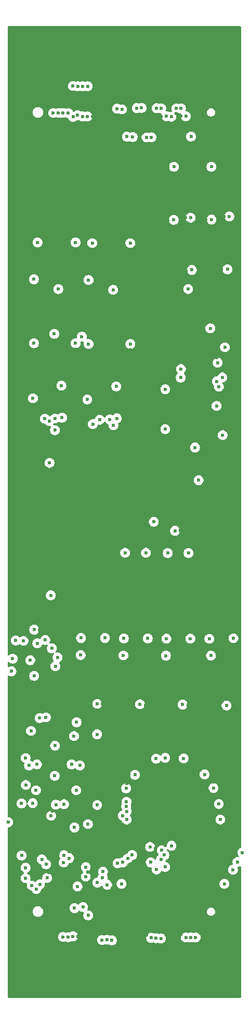
<source format=gbr>
%TF.GenerationSoftware,KiCad,Pcbnew,9.0.4-9.0.4-0~ubuntu22.04.1*%
%TF.CreationDate,2026-01-05T08:42:24-05:00*%
%TF.ProjectId,psc_daughter_brd,7073635f-6461-4756-9768-7465725f6272,rev?*%
%TF.SameCoordinates,Original*%
%TF.FileFunction,Copper,L7,Inr*%
%TF.FilePolarity,Positive*%
%FSLAX46Y46*%
G04 Gerber Fmt 4.6, Leading zero omitted, Abs format (unit mm)*
G04 Created by KiCad (PCBNEW 9.0.4-9.0.4-0~ubuntu22.04.1) date 2026-01-05 08:42:24*
%MOMM*%
%LPD*%
G01*
G04 APERTURE LIST*
%TA.AperFunction,ComponentPad*%
%ADD10C,3.600000*%
%TD*%
%TA.AperFunction,ViaPad*%
%ADD11C,0.600000*%
%TD*%
G04 APERTURE END LIST*
D10*
%TO.N,GND*%
%TO.C,MT2*%
X145000000Y-187000000D03*
%TD*%
%TO.N,GND*%
%TO.C,MT4*%
X175000000Y-37000000D03*
%TD*%
%TO.N,GND*%
%TO.C,MT3*%
X175000000Y-187000000D03*
%TD*%
%TO.N,GND*%
%TO.C,MT1*%
X145000000Y-37000000D03*
%TD*%
D11*
%TO.N,GND*%
X163800000Y-187100000D03*
X178700000Y-45000000D03*
X141800000Y-45100000D03*
X156800000Y-113900000D03*
X150300000Y-126600000D03*
X150000000Y-123200000D03*
X166250000Y-162000000D03*
X170250000Y-162000000D03*
X168250000Y-162000000D03*
X164250000Y-162000000D03*
X166250000Y-160500000D03*
X170250000Y-160500000D03*
X168250000Y-160500000D03*
X164250000Y-160500000D03*
X166250000Y-159000000D03*
X170250000Y-159000000D03*
X168250000Y-159000000D03*
X164250000Y-159000000D03*
X166250000Y-157500000D03*
X170250000Y-157500000D03*
X168250000Y-157500000D03*
X164250000Y-157500000D03*
X170250000Y-156000000D03*
X168250000Y-156000000D03*
X166250000Y-156000000D03*
X164250000Y-156000000D03*
X170480000Y-167730000D03*
X161300000Y-163880000D03*
%TO.N,+5.0V*%
X160360000Y-162000000D03*
%TO.N,GND*%
X160370000Y-156150000D03*
X165160000Y-149370000D03*
X166320000Y-149390000D03*
%TO.N,+5.0V*%
X166650000Y-151970000D03*
%TO.N,+3.3V*%
X160370000Y-160680000D03*
X160342902Y-159128077D03*
%TO.N,GND*%
X159340000Y-155120000D03*
%TO.N,Net-(U42-VISO)*%
X150160000Y-159530000D03*
%TO.N,GND*%
X147080000Y-156580000D03*
%TO.N,/Isolated Digital IO/din2_iso*%
X151790000Y-148440000D03*
%TO.N,GND*%
X169500000Y-149390000D03*
X168670000Y-166210000D03*
%TO.N,/Isolated Digital IO/dout2_iso*%
X144770000Y-147600000D03*
%TO.N,/Isolated Digital IO/dout0_iso*%
X145060000Y-159350000D03*
%TO.N,GND*%
X175180000Y-89450000D03*
X174510000Y-155880000D03*
X170850000Y-99850000D03*
X170800000Y-117050000D03*
X174150000Y-116250000D03*
X168380000Y-109100000D03*
X157130000Y-135080000D03*
X168600000Y-152150000D03*
X157762500Y-57300000D03*
X148846500Y-57200000D03*
X158500000Y-94700000D03*
X158500000Y-93800000D03*
X157500000Y-94300000D03*
X156400000Y-94600000D03*
X156400000Y-93800000D03*
X149700000Y-94500000D03*
X149700000Y-93700000D03*
X147500000Y-94500000D03*
X147500000Y-93700000D03*
X148621500Y-94100700D03*
X169400000Y-108300000D03*
X146200000Y-131200000D03*
X142200000Y-169000000D03*
X142200000Y-172300000D03*
X149500000Y-103100000D03*
%TO.N,+5.3VA*%
X147800000Y-104000000D03*
%TO.N,+15V*%
X176000000Y-99500000D03*
%TO.N,+3.3V*%
X171500000Y-101500000D03*
%TO.N,/FPGA connector/mon_fs*%
X159710000Y-161370000D03*
%TO.N,/FPGA connector/mon_convert*%
X176275000Y-172475000D03*
X159525000Y-172475000D03*
%TO.N,/FPGA connector/mon_reset*%
X160275000Y-159875000D03*
%TO.N,/DAC/syncn*%
X157175000Y-172625000D03*
%TO.N,/DAC/sclk*%
X155600000Y-172275000D03*
%TO.N,/DAC/sdin*%
X156450000Y-171450000D03*
%TO.N,/DCCT ADCs/dcct_busy*%
X165225000Y-170125000D03*
%TO.N,/DCCT ADCs/dcct0_sdo*%
X166625000Y-169725000D03*
%TO.N,/DCCT ADCs/dcct_cnv*%
X164275000Y-168975000D03*
%TO.N,/DCCT ADCs/dcct1_sdo*%
X166510000Y-167775000D03*
%TO.N,/DCCT ADCs/dcct_sck*%
X165950000Y-168475000D03*
%TO.N,/DCCT ADCs/dcct_busy*%
X156500000Y-170475000D03*
%TO.N,/DCCT ADCs/dcct_sck*%
X154850000Y-97700000D03*
%TO.N,/DCCT ADCs/dcct0_sdo*%
X158900000Y-169125000D03*
%TO.N,/DCCT ADCs/dcct_cnv*%
X159750000Y-168975000D03*
%TO.N,/DCCT ADCs/dcct_sck*%
X160525000Y-168350000D03*
%TO.N,/DCCT ADCs/dcct1_sdo*%
X161250000Y-167775000D03*
%TO.N,/DAC/sdin*%
X177675000Y-170175000D03*
%TO.N,/DAC/sclk*%
X178400000Y-168925000D03*
%TO.N,/DAC/syncn*%
X179200000Y-167375000D03*
%TO.N,GND*%
X174825000Y-153825000D03*
X175625000Y-152425000D03*
%TO.N,+15V*%
X173050000Y-154675000D03*
%TO.N,GND*%
X159900000Y-153525000D03*
X160750000Y-154725000D03*
%TO.N,-15V*%
X161725000Y-154725000D03*
%TO.N,GND*%
X163175000Y-166350000D03*
X165075000Y-166750000D03*
%TO.N,/FPGA connector/mon_sdo*%
X164175000Y-166475000D03*
%TO.N,/FPGA connector/mon_sclk*%
X166075000Y-167000000D03*
%TO.N,GND*%
X166650000Y-166200000D03*
X170150000Y-166300000D03*
X174620000Y-162880000D03*
%TO.N,/FPGA connector/mon_busy*%
X175625000Y-162000000D03*
%TO.N,GND*%
X174675000Y-161375000D03*
%TO.N,/FPGA connector/mon_convert*%
X175375000Y-159475000D03*
%TO.N,GND*%
X177250000Y-158800000D03*
X177125000Y-156900000D03*
%TO.N,+5.0V*%
X174520000Y-156880000D03*
X169650000Y-152075000D03*
%TO.N,GND*%
X170675000Y-148535000D03*
X167650000Y-148535000D03*
X164150000Y-148525000D03*
%TO.N,+5.0V*%
X165150000Y-152100000D03*
%TO.N,+3.3V*%
X167675000Y-166275000D03*
%TO.N,+15V*%
X177750000Y-132525000D03*
%TO.N,GND*%
X175275000Y-135400000D03*
X172850000Y-139500000D03*
%TO.N,-15V*%
X174100000Y-135350000D03*
%TO.N,GND*%
X164750000Y-108625000D03*
%TO.N,+15V*%
X164781000Y-113594000D03*
%TO.N,GND*%
X169150000Y-115000000D03*
X169500000Y-110550000D03*
%TO.N,+15V*%
X168250000Y-115050000D03*
%TO.N,GND*%
X176665000Y-106585000D03*
X148410000Y-113960000D03*
X143375000Y-117700000D03*
X149350000Y-116775000D03*
X148400000Y-121600000D03*
%TO.N,+15V*%
X148000000Y-125550000D03*
%TO.N,GND*%
X147175000Y-123500000D03*
X146250000Y-124300000D03*
X147280000Y-131170000D03*
X145750000Y-128075000D03*
X146800000Y-128100000D03*
X146825000Y-127275000D03*
X145775000Y-127275000D03*
X146280000Y-127670000D03*
X148110000Y-129190000D03*
%TO.N,+15V*%
X145300000Y-131125000D03*
%TO.N,/DCCT ADCs/dcct0-*%
X167650000Y-47700000D03*
%TO.N,/DCCT ADCs/dcct0+*%
X166825000Y-47625000D03*
%TO.N,/DCCT ADCs/dcct1-*%
X170850000Y-50925000D03*
%TO.N,/DCCT ADCs/dcct1+*%
X170000000Y-47625000D03*
%TO.N,/DAC/dac_out+*%
X163600000Y-51075000D03*
%TO.N,/DAC/dac_vout-*%
X164400000Y-51050000D03*
%TO.N,-5.3VA*%
X169225000Y-46375000D03*
X168450000Y-46350000D03*
%TO.N,+5.3VA*%
X166000000Y-46350000D03*
X165225000Y-46325000D03*
%TO.N,-15V*%
X162800000Y-46275000D03*
X162000000Y-46300000D03*
%TO.N,+15V*%
X159625000Y-46512500D03*
X158800000Y-46400000D03*
%TO.N,GND*%
X171550000Y-47600000D03*
X169175000Y-47575000D03*
X168425000Y-47175000D03*
X166000000Y-47725000D03*
X165175000Y-47625000D03*
X154775000Y-47725000D03*
X157200000Y-47650000D03*
X159600000Y-47550000D03*
X162775000Y-47475000D03*
X161975000Y-47325000D03*
X154825000Y-46600000D03*
X155600000Y-43000000D03*
X156400000Y-43075000D03*
X157175000Y-43050000D03*
X158000000Y-43075000D03*
X160375000Y-43050000D03*
X161175000Y-43050000D03*
X163600000Y-43025000D03*
X164400000Y-43000000D03*
X166775000Y-42775000D03*
X167575000Y-42800000D03*
X169975000Y-42775000D03*
X170775000Y-42775000D03*
X171575000Y-42725000D03*
%TO.N,/Monitor ADCs/monitor_vout+*%
X160400000Y-50950000D03*
%TO.N,/Monitor ADCs/monitor_vout-*%
X161350000Y-51025000D03*
%TO.N,GND*%
X166925000Y-99650000D03*
%TO.N,-15V*%
X166650000Y-98525000D03*
%TO.N,GND*%
X146350000Y-91100000D03*
X155150000Y-91225000D03*
%TO.N,/DCCT ADCs/dcct1_sdo*%
X158200000Y-97900000D03*
%TO.N,/DCCT ADCs/dcct_sck*%
X157600000Y-96950000D03*
%TO.N,/DCCT ADCs/dcct_cnv*%
X155975000Y-96975000D03*
%TO.N,/DCCT ADCs/dcct_sck*%
X148675000Y-96800000D03*
%TO.N,/DCCT ADCs/dcct_cnv*%
X147050000Y-96825000D03*
%TO.N,/DCCT ADCs/dcct_busy*%
X147750000Y-97225000D03*
%TO.N,/DCCT ADCs/dcct0_sdo*%
X148675000Y-98675000D03*
%TO.N,/DCCT ADCs/DCCT Channel 1/adc_vref*%
X145100000Y-93500000D03*
X153950000Y-93700000D03*
%TO.N,/DCCT ADCs/DCCT Channel 1/drv_vref*%
X153062500Y-83487500D03*
X148575000Y-83025000D03*
%TO.N,GND*%
X143850000Y-112425000D03*
X143800000Y-110800000D03*
X144650000Y-109400000D03*
X145200000Y-106575000D03*
X147575000Y-100125000D03*
X147675000Y-102650000D03*
%TO.N,-15V*%
X176375000Y-85200000D03*
%TO.N,GND*%
X170950000Y-93050000D03*
X171450000Y-86325000D03*
X170885000Y-90935000D03*
%TO.N,+3.3V*%
X169175000Y-90125000D03*
%TO.N,GND*%
X166725000Y-90750000D03*
X168575000Y-93075000D03*
%TO.N,+1.8V*%
X166650000Y-92025000D03*
%TO.N,+15V*%
X169200000Y-88750000D03*
%TO.N,GND*%
X178125000Y-87625000D03*
X177950000Y-85225000D03*
%TO.N,-15V*%
X175175000Y-87700000D03*
%TO.N,GND*%
X177825000Y-94750000D03*
X177500000Y-97325000D03*
%TO.N,+15V*%
X175000000Y-94750000D03*
%TO.N,GND*%
X175375000Y-98525000D03*
%TO.N,+5.0V*%
X160290000Y-156930000D03*
%TO.N,+1.8V*%
X151600000Y-181000000D03*
X150800000Y-181150000D03*
X150000000Y-181100000D03*
%TO.N,+2.5V*%
X171600000Y-181200000D03*
X170800000Y-181200000D03*
X170000000Y-181200000D03*
%TO.N,+5.0V*%
X165950000Y-181350000D03*
X165150000Y-181300000D03*
X164350000Y-181250000D03*
%TO.N,+3.3V*%
X157950000Y-181650000D03*
X157150000Y-181550000D03*
X156350000Y-181600000D03*
%TO.N,GND*%
X158000000Y-173250000D03*
X154800000Y-173250000D03*
X170800000Y-176600000D03*
X169200000Y-176650000D03*
X168400000Y-173150000D03*
X170000000Y-173150000D03*
X171650000Y-173000000D03*
X169200000Y-180700000D03*
X168400000Y-180800000D03*
X167650000Y-180800000D03*
X166800000Y-180750000D03*
X163600000Y-180800000D03*
X162800000Y-180850000D03*
X162000000Y-180700000D03*
X161200000Y-180700000D03*
X160400000Y-180750000D03*
X159600000Y-180800000D03*
X158850000Y-180750000D03*
X149200000Y-177600000D03*
X148400000Y-180950000D03*
X152400000Y-181050000D03*
X153150000Y-181650000D03*
X154000000Y-180850000D03*
X154800000Y-180700000D03*
X155600000Y-180750000D03*
%TO.N,/Isolated Digital IO/dout_iso_gnd*%
X148050000Y-161400000D03*
X148700000Y-150000000D03*
%TO.N,/Isolated Digital IO/din_iso_gnd*%
X143900000Y-152000000D03*
%TO.N,/Isolated Digital IO/dout1_iso*%
X145800000Y-133350000D03*
%TO.N,/Isolated Digital IO/dout_iso_gnd*%
X151600000Y-42700000D03*
X152400000Y-42750000D03*
X153200000Y-42750000D03*
X154000000Y-42750000D03*
%TO.N,GND*%
X142200000Y-159800000D03*
%TO.N,/Isolated Digital IO/din_iso_gnd*%
X141050000Y-162450000D03*
X154050000Y-162750000D03*
X148400000Y-47100000D03*
X149250000Y-47100000D03*
X150000000Y-47100000D03*
X150850000Y-47100000D03*
%TO.N,/Isolated Digital IO/din3_iso*%
X148750000Y-137075505D03*
%TO.N,/Isolated Digital IO/din1_iso*%
X148175000Y-134150000D03*
%TO.N,/Isolated Digital IO/dout1_iso*%
X143550000Y-132950000D03*
%TO.N,/Isolated Digital IO/dout2_iso*%
X144650000Y-136100000D03*
%TO.N,/Isolated Digital IO/dout3_iso*%
X145300000Y-138650000D03*
%TO.N,/Isolated Digital IO/din2_iso*%
X149100000Y-135650000D03*
%TO.N,/Isolated Digital IO/dout3_iso*%
X141600000Y-137900000D03*
%TO.N,/Isolated Digital IO/dout2_iso*%
X141800000Y-135850000D03*
%TO.N,/Isolated Digital IO/dout1_iso*%
X148832600Y-159600000D03*
%TO.N,/Isolated Digital IO/dout2_iso*%
X146198200Y-145498200D03*
%TO.N,/Isolated Digital IO/dout3_iso*%
X147200000Y-145400000D03*
%TO.N,/Isolated Digital IO/din1_iso*%
X155561700Y-159650000D03*
%TO.N,/Isolated Digital IO/din3_iso*%
X155550000Y-148150000D03*
%TO.N,/Isolated Digital IO/din2_iso*%
X152200000Y-146200000D03*
%TO.N,GND*%
X148600000Y-152400000D03*
%TO.N,+5.0V*%
X148650000Y-154900000D03*
X143936079Y-156399252D03*
%TO.N,Net-(U38-B3Y)*%
X144450000Y-153200000D03*
%TO.N,Net-(U38-B4Y)*%
X145750000Y-153050000D03*
%TO.N,GND*%
X149200000Y-167550000D03*
%TO.N,+5.0V*%
X150150000Y-167800000D03*
X143250000Y-167850000D03*
%TO.N,GND*%
X141400000Y-166700000D03*
X141850000Y-163700000D03*
%TO.N,Net-(U39-VISO)*%
X143240000Y-159400000D03*
%TO.N,GND*%
X148950000Y-163600000D03*
X148250000Y-160600000D03*
X150050000Y-170550000D03*
X154050000Y-170550000D03*
X155450000Y-170650000D03*
X155450000Y-169050000D03*
%TO.N,+1V8*%
X153700000Y-171300000D03*
%TO.N,+5.0V*%
X153700000Y-169750000D03*
%TO.N,GND*%
X153970000Y-152730000D03*
X147050000Y-152750000D03*
X154500000Y-167900000D03*
X147550000Y-167900000D03*
X144800000Y-145250000D03*
X151950000Y-145000000D03*
X144650000Y-142650000D03*
X151850000Y-142550000D03*
%TO.N,/Isolated Digital IO/dout1_iso*%
X142300000Y-132900000D03*
%TO.N,/Isolated Digital IO/din0_iso*%
X147100000Y-132800000D03*
X152150000Y-157250000D03*
%TO.N,/Isolated Digital IO/dout0_iso*%
X145600000Y-157250000D03*
%TO.N,Net-(U41-A4)*%
X152750000Y-153200000D03*
%TO.N,Net-(U41-A3)*%
X151400000Y-153050000D03*
%TO.N,/Isolated Digital IO/din0_iso*%
X151850000Y-163300000D03*
%TO.N,+5.0V*%
X143900000Y-169850000D03*
%TO.N,GND*%
X147650000Y-170650000D03*
X143300000Y-170650000D03*
%TO.N,Net-(U38-B3Y)*%
X146550000Y-168500000D03*
%TO.N,Net-(U38-B4Y)*%
X147250000Y-169300000D03*
%TO.N,Net-(U41-A4)*%
X150100000Y-169000000D03*
%TO.N,Net-(U41-A3)*%
X151000000Y-168300000D03*
%TO.N,/FPGA connector/din0*%
X151875000Y-176425000D03*
%TO.N,/FPGA connector/din2*%
X153250000Y-176250000D03*
%TO.N,/FPGA connector/din3*%
X154100000Y-177600000D03*
%TO.N,/FPGA connector/din1*%
X152350000Y-172900000D03*
%TO.N,+1.8V*%
X143900000Y-171550000D03*
%TO.N,/FPGA connector/dout1*%
X145650000Y-173300000D03*
%TO.N,/FPGA connector/dout0*%
X144925001Y-172750000D03*
%TO.N,/FPGA connector/dout2*%
X146250000Y-172550000D03*
%TO.N,/FPGA connector/dout3*%
X147400000Y-171500000D03*
%TO.N,+15V*%
X176635000Y-143465000D03*
%TO.N,GND*%
X177685000Y-143465000D03*
X177685000Y-139565000D03*
X177825000Y-135225000D03*
X176675000Y-128650000D03*
X175135000Y-128665000D03*
%TO.N,-15V*%
X173835000Y-132615000D03*
%TO.N,GND*%
X175235000Y-132565000D03*
X177185000Y-118665000D03*
X175685000Y-122290000D03*
X165045000Y-128708150D03*
X171980000Y-128750000D03*
X168746000Y-122335800D03*
%TO.N,/Monitor ADCs/monitor_ignd-*%
X170445000Y-118675000D03*
%TO.N,+15V*%
X169465000Y-143315000D03*
%TO.N,GND*%
X170565000Y-139515000D03*
%TO.N,-15V*%
X166765000Y-135365000D03*
X166830000Y-132600000D03*
%TO.N,GND*%
X168130000Y-132550000D03*
X168130000Y-128700000D03*
%TO.N,/Monitor ADCs/monitor_ignd+*%
X167045000Y-118675000D03*
%TO.N,GND*%
X167845000Y-135385000D03*
X166765000Y-140215000D03*
%TO.N,+15V*%
X170730000Y-132600000D03*
%TO.N,GND*%
X171780000Y-130750000D03*
X170360000Y-143420000D03*
X161811000Y-122293950D03*
%TO.N,/Monitor ADCs/monitor_spare-*%
X163510000Y-118633150D03*
%TO.N,+15V*%
X162530000Y-143273150D03*
%TO.N,GND*%
X163630000Y-139473150D03*
%TO.N,-15V*%
X159830000Y-135323150D03*
X159895000Y-132558150D03*
%TO.N,GND*%
X161195000Y-132508150D03*
X161195000Y-128658150D03*
%TO.N,/Monitor ADCs/monitor_spare+*%
X160110000Y-118633150D03*
%TO.N,GND*%
X160910000Y-135343150D03*
X159830000Y-140173150D03*
%TO.N,+15V*%
X163795000Y-132558150D03*
%TO.N,GND*%
X164845000Y-130708150D03*
X163410000Y-143410000D03*
X153945000Y-135268150D03*
X154846000Y-122218950D03*
X156450000Y-143230000D03*
%TO.N,+15V*%
X155565000Y-143198150D03*
%TO.N,GND*%
X156665000Y-139398150D03*
X152865000Y-140098150D03*
%TO.N,-15V*%
X152865000Y-135248150D03*
%TO.N,+15V*%
X156830000Y-132483150D03*
%TO.N,GND*%
X155675000Y-128625000D03*
X154230000Y-128583150D03*
X154230000Y-132433150D03*
%TO.N,-15V*%
X152930000Y-132483150D03*
%TO.N,GND*%
X166381500Y-101625000D03*
X167081500Y-105025000D03*
X167381500Y-103125000D03*
X164881500Y-106625000D03*
X164981500Y-107825000D03*
%TO.N,Net-(U12-BUF_INP)*%
X172081500Y-106825000D03*
%TO.N,GND*%
X169281500Y-75525000D03*
X167981500Y-78025000D03*
X176481500Y-82125000D03*
X177281500Y-80825000D03*
%TO.N,-15V*%
X173981500Y-82125000D03*
%TO.N,/DAC/sdin*%
X175381500Y-91625000D03*
%TO.N,/DAC/sclk*%
X175056500Y-90750000D03*
%TO.N,/DAC/syncn*%
X175960000Y-90100000D03*
%TO.N,GND*%
X175056500Y-86850000D03*
%TO.N,/Isolated Digital IO/din3_iso*%
X151627245Y-47729199D03*
%TO.N,/Isolated Digital IO/din2_iso*%
X152374220Y-47442784D03*
%TO.N,/Isolated Digital IO/din1_iso*%
X153175000Y-47650000D03*
%TO.N,/Isolated Digital IO/din0_iso*%
X153974528Y-47677570D03*
%TO.N,GND*%
X154242500Y-81362500D03*
X152246500Y-91548300D03*
X152246500Y-64348300D03*
X155462500Y-86262500D03*
X146546500Y-86148300D03*
%TO.N,-15V*%
X145246500Y-74148300D03*
%TO.N,+15V*%
X152046500Y-68148300D03*
%TO.N,-5.3VA*%
X152046500Y-84548300D03*
%TO.N,GND*%
X145046500Y-69848300D03*
X154762500Y-64262500D03*
X157162500Y-69862500D03*
X145326500Y-81248300D03*
X155662500Y-75862500D03*
%TO.N,+1.8V*%
X149846500Y-96648300D03*
X158762500Y-96762500D03*
%TO.N,GND*%
X145246500Y-76748300D03*
%TO.N,-15V*%
X154762500Y-68262500D03*
X154162500Y-74262500D03*
%TO.N,GND*%
X160862500Y-74862500D03*
X151726500Y-81248300D03*
X152846500Y-69948300D03*
%TO.N,+15V*%
X158162500Y-75862500D03*
%TO.N,GND*%
X160362500Y-92762500D03*
X154162500Y-76862500D03*
X145846500Y-64148300D03*
%TO.N,-5.3VA*%
X160962500Y-84662500D03*
%TO.N,GND*%
X160962500Y-85662500D03*
X146746500Y-75748300D03*
%TO.N,-15V*%
X145846500Y-68148300D03*
%TO.N,GND*%
X148246500Y-69748300D03*
%TO.N,+2.5V*%
X149746502Y-91448302D03*
%TO.N,GND*%
X154662500Y-86262500D03*
X153962500Y-69962500D03*
%TO.N,+15V*%
X149246500Y-75748300D03*
%TO.N,+5.3VA*%
X145246500Y-84548300D03*
%TO.N,+15V*%
X160962500Y-68262500D03*
%TO.N,GND*%
X153362500Y-71162500D03*
X146146500Y-88548300D03*
%TO.N,+2.5V*%
X158662502Y-91562502D03*
%TO.N,GND*%
X155062500Y-88662500D03*
X161162500Y-64462500D03*
X161762500Y-70062500D03*
X156062500Y-70062500D03*
X151562500Y-95862500D03*
X159962500Y-88662500D03*
X150446500Y-86248300D03*
X146326500Y-80148300D03*
X159362500Y-86362500D03*
X155242500Y-80262500D03*
X145746500Y-86148300D03*
X152046500Y-85548300D03*
X144446500Y-71048300D03*
X151946500Y-74748300D03*
X160642500Y-81362500D03*
X152462500Y-96862500D03*
X147146500Y-69948300D03*
X161162500Y-91662500D03*
X151046500Y-88548300D03*
%TO.N,+5.3VA*%
X154162500Y-84662500D03*
%TO.N,GND*%
X161362500Y-96962500D03*
X160462500Y-95962500D03*
X172181500Y-72825000D03*
X170081500Y-72725000D03*
X175281500Y-69125000D03*
X175781500Y-72525000D03*
%TO.N,-15V*%
X176781500Y-72525000D03*
X170981500Y-72625000D03*
%TO.N,GND*%
X169181500Y-69225000D03*
X171781500Y-66725000D03*
X173281500Y-64425000D03*
%TO.N,+15V*%
X174181500Y-64425000D03*
%TO.N,GND*%
X165581500Y-66825000D03*
X167081500Y-64525000D03*
%TO.N,+15V*%
X168031500Y-64475000D03*
%TO.N,-15V*%
X170781500Y-64125000D03*
%TO.N,GND*%
X169981500Y-64125000D03*
X169481500Y-60625000D03*
X175681500Y-60525000D03*
X165481500Y-58225000D03*
X167081500Y-55925000D03*
%TO.N,+15V*%
X170381500Y-75725000D03*
%TO.N,GND*%
X176181500Y-63925000D03*
%TO.N,-15V*%
X177081500Y-63925000D03*
%TO.N,GND*%
X172581500Y-59225000D03*
X171881500Y-56825000D03*
%TO.N,+15V*%
X174161500Y-55845000D03*
X168061500Y-55845000D03*
%TO.N,GND*%
X163600000Y-173100000D03*
%TD*%
%TA.AperFunction,Conductor*%
%TO.N,GND*%
G36*
X178943039Y-33019685D02*
G01*
X178988794Y-33072489D01*
X179000000Y-33124000D01*
X179000000Y-166508533D01*
X178980315Y-166575572D01*
X178927511Y-166621327D01*
X178923453Y-166623094D01*
X178820824Y-166665604D01*
X178820814Y-166665609D01*
X178689711Y-166753210D01*
X178689707Y-166753213D01*
X178578213Y-166864707D01*
X178578210Y-166864711D01*
X178490609Y-166995814D01*
X178490602Y-166995827D01*
X178430264Y-167141498D01*
X178430261Y-167141510D01*
X178399500Y-167296153D01*
X178399500Y-167453846D01*
X178430261Y-167608489D01*
X178430264Y-167608501D01*
X178490602Y-167754172D01*
X178490609Y-167754185D01*
X178578210Y-167885288D01*
X178578213Y-167885292D01*
X178612444Y-167919523D01*
X178645929Y-167980846D01*
X178640945Y-168050538D01*
X178599073Y-168106471D01*
X178533609Y-168130888D01*
X178500575Y-168128822D01*
X178478844Y-168124500D01*
X178478842Y-168124500D01*
X178321158Y-168124500D01*
X178321155Y-168124500D01*
X178166510Y-168155261D01*
X178166498Y-168155264D01*
X178020827Y-168215602D01*
X178020814Y-168215609D01*
X177889711Y-168303210D01*
X177889707Y-168303213D01*
X177778213Y-168414707D01*
X177778210Y-168414711D01*
X177690609Y-168545814D01*
X177690602Y-168545827D01*
X177630264Y-168691498D01*
X177630261Y-168691510D01*
X177599500Y-168846153D01*
X177599500Y-169003846D01*
X177628672Y-169150500D01*
X177630263Y-169158497D01*
X177651346Y-169209397D01*
X177652506Y-169212196D01*
X177659975Y-169281666D01*
X177628700Y-169344145D01*
X177568611Y-169379797D01*
X177562137Y-169381266D01*
X177441508Y-169405261D01*
X177441498Y-169405264D01*
X177295827Y-169465602D01*
X177295814Y-169465609D01*
X177164711Y-169553210D01*
X177164707Y-169553213D01*
X177053213Y-169664707D01*
X177053210Y-169664711D01*
X176965609Y-169795814D01*
X176965602Y-169795827D01*
X176905264Y-169941498D01*
X176905261Y-169941510D01*
X176874500Y-170096153D01*
X176874500Y-170253846D01*
X176905261Y-170408489D01*
X176905264Y-170408501D01*
X176965602Y-170554172D01*
X176965609Y-170554185D01*
X177053210Y-170685288D01*
X177053213Y-170685292D01*
X177164707Y-170796786D01*
X177164711Y-170796789D01*
X177295814Y-170884390D01*
X177295827Y-170884397D01*
X177401603Y-170928210D01*
X177441503Y-170944737D01*
X177596153Y-170975499D01*
X177596156Y-170975500D01*
X177596158Y-170975500D01*
X177753844Y-170975500D01*
X177753845Y-170975499D01*
X177908497Y-170944737D01*
X178054179Y-170884394D01*
X178185289Y-170796789D01*
X178296789Y-170685289D01*
X178384394Y-170554179D01*
X178444737Y-170408497D01*
X178475500Y-170253842D01*
X178475500Y-170096158D01*
X178475500Y-170096155D01*
X178475499Y-170096153D01*
X178470245Y-170069738D01*
X178444737Y-169941503D01*
X178422492Y-169887799D01*
X178415024Y-169818334D01*
X178446298Y-169755855D01*
X178506387Y-169720202D01*
X178512863Y-169718733D01*
X178548034Y-169711736D01*
X178633497Y-169694737D01*
X178779179Y-169634394D01*
X178807109Y-169615731D01*
X178873786Y-169594854D01*
X178941166Y-169613338D01*
X178987856Y-169665316D01*
X179000000Y-169718834D01*
X179000000Y-190876000D01*
X178980315Y-190943039D01*
X178927511Y-190988794D01*
X178876000Y-191000000D01*
X141124000Y-191000000D01*
X141056961Y-190980315D01*
X141011206Y-190927511D01*
X141000000Y-190876000D01*
X141000000Y-181021153D01*
X149199500Y-181021153D01*
X149199500Y-181178846D01*
X149230261Y-181333489D01*
X149230264Y-181333501D01*
X149290602Y-181479172D01*
X149290609Y-181479185D01*
X149378210Y-181610288D01*
X149378213Y-181610292D01*
X149489707Y-181721786D01*
X149489711Y-181721789D01*
X149620814Y-181809390D01*
X149620827Y-181809397D01*
X149766498Y-181869735D01*
X149766503Y-181869737D01*
X149895926Y-181895481D01*
X149921153Y-181900499D01*
X149921156Y-181900500D01*
X149921158Y-181900500D01*
X150078844Y-181900500D01*
X150078845Y-181900499D01*
X150233497Y-181869737D01*
X150297457Y-181843243D01*
X150366924Y-181835775D01*
X150413797Y-181854702D01*
X150420811Y-181859388D01*
X150420817Y-181859391D01*
X150420821Y-181859394D01*
X150420823Y-181859395D01*
X150420827Y-181859397D01*
X150550132Y-181912956D01*
X150566503Y-181919737D01*
X150721153Y-181950499D01*
X150721156Y-181950500D01*
X150721158Y-181950500D01*
X150878844Y-181950500D01*
X150878845Y-181950499D01*
X151033497Y-181919737D01*
X151179179Y-181859394D01*
X151179184Y-181859390D01*
X151179187Y-181859389D01*
X151214527Y-181835775D01*
X151282845Y-181790126D01*
X151349520Y-181769248D01*
X151375921Y-181771610D01*
X151446416Y-181785632D01*
X151521155Y-181800500D01*
X151521158Y-181800500D01*
X151678844Y-181800500D01*
X151678845Y-181800499D01*
X151833497Y-181769737D01*
X151979179Y-181709394D01*
X152110289Y-181621789D01*
X152210925Y-181521153D01*
X155549500Y-181521153D01*
X155549500Y-181678846D01*
X155580261Y-181833489D01*
X155580264Y-181833501D01*
X155640602Y-181979172D01*
X155640609Y-181979185D01*
X155728210Y-182110288D01*
X155728213Y-182110292D01*
X155839707Y-182221786D01*
X155839711Y-182221789D01*
X155970814Y-182309390D01*
X155970827Y-182309397D01*
X156116498Y-182369735D01*
X156116503Y-182369737D01*
X156271153Y-182400499D01*
X156271156Y-182400500D01*
X156271158Y-182400500D01*
X156428844Y-182400500D01*
X156428845Y-182400499D01*
X156583497Y-182369737D01*
X156729179Y-182309394D01*
X156736196Y-182304704D01*
X156802869Y-182283824D01*
X156852537Y-182293242D01*
X156916503Y-182319737D01*
X156916507Y-182319737D01*
X156916511Y-182319739D01*
X157071153Y-182350499D01*
X157071156Y-182350500D01*
X157071158Y-182350500D01*
X157228844Y-182350500D01*
X157228845Y-182350499D01*
X157383497Y-182319737D01*
X157401263Y-182312377D01*
X157470730Y-182304909D01*
X157517606Y-182323837D01*
X157570821Y-182359394D01*
X157570823Y-182359395D01*
X157570827Y-182359397D01*
X157670060Y-182400500D01*
X157716503Y-182419737D01*
X157871153Y-182450499D01*
X157871156Y-182450500D01*
X157871158Y-182450500D01*
X158028844Y-182450500D01*
X158028845Y-182450499D01*
X158183497Y-182419737D01*
X158329179Y-182359394D01*
X158460289Y-182271789D01*
X158571789Y-182160289D01*
X158659394Y-182029179D01*
X158719737Y-181883497D01*
X158750500Y-181728842D01*
X158750500Y-181571158D01*
X158750500Y-181571155D01*
X158750499Y-181571153D01*
X158732204Y-181479179D01*
X158719737Y-181416503D01*
X158719735Y-181416498D01*
X158659397Y-181270827D01*
X158659390Y-181270814D01*
X158634763Y-181233957D01*
X158592798Y-181171153D01*
X163549500Y-181171153D01*
X163549500Y-181328846D01*
X163580261Y-181483489D01*
X163580264Y-181483501D01*
X163640602Y-181629172D01*
X163640609Y-181629185D01*
X163728210Y-181760288D01*
X163728213Y-181760292D01*
X163839707Y-181871786D01*
X163839711Y-181871789D01*
X163970814Y-181959390D01*
X163970827Y-181959397D01*
X164112020Y-182017880D01*
X164116503Y-182019737D01*
X164234680Y-182043244D01*
X164271153Y-182050499D01*
X164271156Y-182050500D01*
X164271158Y-182050500D01*
X164428844Y-182050500D01*
X164428845Y-182050499D01*
X164583497Y-182019737D01*
X164647457Y-181993243D01*
X164716924Y-181985775D01*
X164763797Y-182004702D01*
X164770811Y-182009388D01*
X164770817Y-182009391D01*
X164770821Y-182009394D01*
X164770823Y-182009395D01*
X164770827Y-182009397D01*
X164916498Y-182069735D01*
X164916503Y-182069737D01*
X165071153Y-182100499D01*
X165071156Y-182100500D01*
X165071158Y-182100500D01*
X165228844Y-182100500D01*
X165228845Y-182100499D01*
X165383497Y-182069737D01*
X165447457Y-182043243D01*
X165516924Y-182035775D01*
X165563797Y-182054702D01*
X165570811Y-182059388D01*
X165570815Y-182059390D01*
X165570821Y-182059394D01*
X165570823Y-182059395D01*
X165570827Y-182059397D01*
X165716498Y-182119735D01*
X165716503Y-182119737D01*
X165871153Y-182150499D01*
X165871156Y-182150500D01*
X165871158Y-182150500D01*
X166028844Y-182150500D01*
X166028845Y-182150499D01*
X166183497Y-182119737D01*
X166329179Y-182059394D01*
X166460289Y-181971789D01*
X166571789Y-181860289D01*
X166659394Y-181729179D01*
X166719737Y-181583497D01*
X166750500Y-181428842D01*
X166750500Y-181271158D01*
X166750500Y-181271155D01*
X166750499Y-181271153D01*
X166724264Y-181139257D01*
X166720662Y-181121153D01*
X169199500Y-181121153D01*
X169199500Y-181278846D01*
X169230261Y-181433489D01*
X169230264Y-181433501D01*
X169290602Y-181579172D01*
X169290609Y-181579185D01*
X169378210Y-181710288D01*
X169378213Y-181710292D01*
X169489707Y-181821786D01*
X169489711Y-181821789D01*
X169620814Y-181909390D01*
X169620827Y-181909397D01*
X169762020Y-181967880D01*
X169766503Y-181969737D01*
X169884680Y-181993244D01*
X169921153Y-182000499D01*
X169921156Y-182000500D01*
X169921158Y-182000500D01*
X170078844Y-182000500D01*
X170078845Y-182000499D01*
X170233497Y-181969737D01*
X170352548Y-181920425D01*
X170422017Y-181912956D01*
X170447452Y-181920425D01*
X170541540Y-181959397D01*
X170566503Y-181969737D01*
X170684680Y-181993244D01*
X170721153Y-182000499D01*
X170721156Y-182000500D01*
X170721158Y-182000500D01*
X170878844Y-182000500D01*
X170878845Y-182000499D01*
X171033497Y-181969737D01*
X171152548Y-181920425D01*
X171222017Y-181912956D01*
X171247452Y-181920425D01*
X171341540Y-181959397D01*
X171366503Y-181969737D01*
X171484680Y-181993244D01*
X171521153Y-182000499D01*
X171521156Y-182000500D01*
X171521158Y-182000500D01*
X171678844Y-182000500D01*
X171678845Y-182000499D01*
X171833497Y-181969737D01*
X171979179Y-181909394D01*
X172110289Y-181821789D01*
X172221789Y-181710289D01*
X172309394Y-181579179D01*
X172312719Y-181571153D01*
X172349030Y-181483489D01*
X172369737Y-181433497D01*
X172400500Y-181278842D01*
X172400500Y-181121158D01*
X172400500Y-181121155D01*
X172400499Y-181121153D01*
X172394244Y-181089707D01*
X172369737Y-180966503D01*
X172369735Y-180966498D01*
X172309397Y-180820827D01*
X172309390Y-180820814D01*
X172221789Y-180689711D01*
X172221786Y-180689707D01*
X172110292Y-180578213D01*
X172110288Y-180578210D01*
X171979185Y-180490609D01*
X171979172Y-180490602D01*
X171833501Y-180430264D01*
X171833489Y-180430261D01*
X171678845Y-180399500D01*
X171678842Y-180399500D01*
X171521158Y-180399500D01*
X171521155Y-180399500D01*
X171366510Y-180430261D01*
X171366498Y-180430264D01*
X171247452Y-180479574D01*
X171177982Y-180487043D01*
X171152548Y-180479574D01*
X171033501Y-180430264D01*
X171033489Y-180430261D01*
X170878845Y-180399500D01*
X170878842Y-180399500D01*
X170721158Y-180399500D01*
X170721155Y-180399500D01*
X170566510Y-180430261D01*
X170566498Y-180430264D01*
X170447452Y-180479574D01*
X170377982Y-180487043D01*
X170352548Y-180479574D01*
X170233501Y-180430264D01*
X170233489Y-180430261D01*
X170078845Y-180399500D01*
X170078842Y-180399500D01*
X169921158Y-180399500D01*
X169921155Y-180399500D01*
X169766510Y-180430261D01*
X169766498Y-180430264D01*
X169620827Y-180490602D01*
X169620814Y-180490609D01*
X169489711Y-180578210D01*
X169489707Y-180578213D01*
X169378213Y-180689707D01*
X169378210Y-180689711D01*
X169290609Y-180820814D01*
X169290602Y-180820827D01*
X169230264Y-180966498D01*
X169230261Y-180966510D01*
X169199500Y-181121153D01*
X166720662Y-181121153D01*
X166719738Y-181116507D01*
X166719735Y-181116498D01*
X166659397Y-180970827D01*
X166659390Y-180970814D01*
X166571789Y-180839711D01*
X166571786Y-180839707D01*
X166460292Y-180728213D01*
X166460288Y-180728210D01*
X166329185Y-180640609D01*
X166329172Y-180640602D01*
X166183501Y-180580264D01*
X166183489Y-180580261D01*
X166028845Y-180549500D01*
X166028842Y-180549500D01*
X165871158Y-180549500D01*
X165871155Y-180549500D01*
X165716505Y-180580261D01*
X165716502Y-180580263D01*
X165652540Y-180606756D01*
X165583071Y-180614223D01*
X165536198Y-180595296D01*
X165529184Y-180590609D01*
X165529181Y-180590607D01*
X165529179Y-180590606D01*
X165529176Y-180590604D01*
X165529171Y-180590602D01*
X165383501Y-180530264D01*
X165383489Y-180530261D01*
X165228845Y-180499500D01*
X165228842Y-180499500D01*
X165071158Y-180499500D01*
X165071155Y-180499500D01*
X164916505Y-180530261D01*
X164916502Y-180530263D01*
X164852540Y-180556756D01*
X164783071Y-180564223D01*
X164736198Y-180545296D01*
X164729184Y-180540609D01*
X164729181Y-180540607D01*
X164729179Y-180540606D01*
X164729176Y-180540604D01*
X164729171Y-180540602D01*
X164583501Y-180480264D01*
X164583489Y-180480261D01*
X164428845Y-180449500D01*
X164428842Y-180449500D01*
X164271158Y-180449500D01*
X164271155Y-180449500D01*
X164116510Y-180480261D01*
X164116498Y-180480264D01*
X163970827Y-180540602D01*
X163970814Y-180540609D01*
X163839711Y-180628210D01*
X163839707Y-180628213D01*
X163728213Y-180739707D01*
X163728210Y-180739711D01*
X163640609Y-180870814D01*
X163640602Y-180870827D01*
X163580264Y-181016498D01*
X163580261Y-181016510D01*
X163549500Y-181171153D01*
X158592798Y-181171153D01*
X158571789Y-181139711D01*
X158571786Y-181139707D01*
X158460292Y-181028213D01*
X158460288Y-181028210D01*
X158329185Y-180940609D01*
X158329172Y-180940602D01*
X158183501Y-180880264D01*
X158183489Y-180880261D01*
X158028845Y-180849500D01*
X158028842Y-180849500D01*
X157871158Y-180849500D01*
X157871155Y-180849500D01*
X157716505Y-180880261D01*
X157716502Y-180880262D01*
X157698732Y-180887623D01*
X157629262Y-180895089D01*
X157582392Y-180876162D01*
X157574388Y-180870814D01*
X157529179Y-180840606D01*
X157529178Y-180840605D01*
X157529176Y-180840604D01*
X157383501Y-180780264D01*
X157383489Y-180780261D01*
X157228845Y-180749500D01*
X157228842Y-180749500D01*
X157071158Y-180749500D01*
X157071155Y-180749500D01*
X156916510Y-180780261D01*
X156916498Y-180780264D01*
X156770828Y-180840602D01*
X156770809Y-180840613D01*
X156763792Y-180845301D01*
X156697113Y-180866174D01*
X156647458Y-180856756D01*
X156629940Y-180849500D01*
X156583497Y-180830263D01*
X156583493Y-180830262D01*
X156583488Y-180830260D01*
X156428845Y-180799500D01*
X156428842Y-180799500D01*
X156271158Y-180799500D01*
X156271155Y-180799500D01*
X156116510Y-180830261D01*
X156116498Y-180830264D01*
X155970827Y-180890602D01*
X155970814Y-180890609D01*
X155839711Y-180978210D01*
X155839707Y-180978213D01*
X155728213Y-181089707D01*
X155728210Y-181089711D01*
X155640609Y-181220814D01*
X155640602Y-181220827D01*
X155580264Y-181366498D01*
X155580261Y-181366510D01*
X155549500Y-181521153D01*
X152210925Y-181521153D01*
X152221789Y-181510289D01*
X152309394Y-181379179D01*
X152369737Y-181233497D01*
X152400500Y-181078842D01*
X152400500Y-180921158D01*
X152400500Y-180921155D01*
X152400499Y-180921153D01*
X152398874Y-180912985D01*
X152369737Y-180766503D01*
X152362694Y-180749500D01*
X152309397Y-180620827D01*
X152309390Y-180620814D01*
X152221789Y-180489711D01*
X152221786Y-180489707D01*
X152110292Y-180378213D01*
X152110288Y-180378210D01*
X151979185Y-180290609D01*
X151979172Y-180290602D01*
X151833501Y-180230264D01*
X151833489Y-180230261D01*
X151678845Y-180199500D01*
X151678842Y-180199500D01*
X151521158Y-180199500D01*
X151521155Y-180199500D01*
X151366510Y-180230261D01*
X151366498Y-180230264D01*
X151220827Y-180290602D01*
X151220814Y-180290609D01*
X151117155Y-180359873D01*
X151050477Y-180380751D01*
X151024072Y-180378388D01*
X150878844Y-180349500D01*
X150878842Y-180349500D01*
X150721158Y-180349500D01*
X150721155Y-180349500D01*
X150566505Y-180380261D01*
X150566502Y-180380263D01*
X150502540Y-180406756D01*
X150433071Y-180414223D01*
X150386198Y-180395296D01*
X150379184Y-180390609D01*
X150379181Y-180390607D01*
X150379179Y-180390606D01*
X150379176Y-180390604D01*
X150379171Y-180390602D01*
X150233501Y-180330264D01*
X150233489Y-180330261D01*
X150078845Y-180299500D01*
X150078842Y-180299500D01*
X149921158Y-180299500D01*
X149921155Y-180299500D01*
X149766510Y-180330261D01*
X149766498Y-180330264D01*
X149620827Y-180390602D01*
X149620814Y-180390609D01*
X149489711Y-180478210D01*
X149489707Y-180478213D01*
X149378213Y-180589707D01*
X149378210Y-180589711D01*
X149290609Y-180720814D01*
X149290602Y-180720827D01*
X149230264Y-180866498D01*
X149230261Y-180866510D01*
X149199500Y-181021153D01*
X141000000Y-181021153D01*
X141000000Y-176914751D01*
X145034500Y-176914751D01*
X145034500Y-177085248D01*
X145067758Y-177252449D01*
X145067760Y-177252457D01*
X145133002Y-177409964D01*
X145133007Y-177409974D01*
X145227721Y-177551723D01*
X145227724Y-177551727D01*
X145348272Y-177672275D01*
X145348276Y-177672278D01*
X145490025Y-177766992D01*
X145490029Y-177766994D01*
X145490032Y-177766996D01*
X145647543Y-177832240D01*
X145814751Y-177865499D01*
X145814755Y-177865500D01*
X145814756Y-177865500D01*
X145985245Y-177865500D01*
X145985246Y-177865499D01*
X146152457Y-177832240D01*
X146309968Y-177766996D01*
X146451724Y-177672278D01*
X146572278Y-177551724D01*
X146666996Y-177409968D01*
X146732240Y-177252457D01*
X146765500Y-177085244D01*
X146765500Y-176914756D01*
X146732240Y-176747543D01*
X146666996Y-176590032D01*
X146666994Y-176590029D01*
X146666992Y-176590025D01*
X146572278Y-176448276D01*
X146572275Y-176448272D01*
X146470156Y-176346153D01*
X151074500Y-176346153D01*
X151074500Y-176503846D01*
X151105261Y-176658489D01*
X151105264Y-176658501D01*
X151165602Y-176804172D01*
X151165609Y-176804185D01*
X151253210Y-176935288D01*
X151253213Y-176935292D01*
X151364707Y-177046786D01*
X151364711Y-177046789D01*
X151495814Y-177134390D01*
X151495827Y-177134397D01*
X151640011Y-177194119D01*
X151641503Y-177194737D01*
X151778321Y-177221952D01*
X151796153Y-177225499D01*
X151796156Y-177225500D01*
X151796158Y-177225500D01*
X151953844Y-177225500D01*
X151953845Y-177225499D01*
X152108497Y-177194737D01*
X152254179Y-177134394D01*
X152385289Y-177046789D01*
X152496789Y-176935289D01*
X152535581Y-176877231D01*
X152589192Y-176832428D01*
X152658517Y-176823720D01*
X152721545Y-176853874D01*
X152726347Y-176858425D01*
X152739711Y-176871789D01*
X152739712Y-176871790D01*
X152870814Y-176959390D01*
X152870827Y-176959397D01*
X152916254Y-176978213D01*
X153016503Y-177019737D01*
X153152487Y-177046786D01*
X153171153Y-177050499D01*
X153171156Y-177050500D01*
X153275576Y-177050500D01*
X153342615Y-177070185D01*
X153388370Y-177122989D01*
X153398314Y-177192147D01*
X153390137Y-177221952D01*
X153330264Y-177366498D01*
X153330261Y-177366510D01*
X153299500Y-177521153D01*
X153299500Y-177678846D01*
X153330261Y-177833489D01*
X153330264Y-177833501D01*
X153390602Y-177979172D01*
X153390609Y-177979185D01*
X153478210Y-178110288D01*
X153478213Y-178110292D01*
X153589707Y-178221786D01*
X153589711Y-178221789D01*
X153720814Y-178309390D01*
X153720827Y-178309397D01*
X153866498Y-178369735D01*
X153866503Y-178369737D01*
X154021153Y-178400499D01*
X154021156Y-178400500D01*
X154021158Y-178400500D01*
X154178844Y-178400500D01*
X154178845Y-178400499D01*
X154333497Y-178369737D01*
X154479179Y-178309394D01*
X154610289Y-178221789D01*
X154721789Y-178110289D01*
X154809394Y-177979179D01*
X154869737Y-177833497D01*
X154900500Y-177678842D01*
X154900500Y-177521158D01*
X154900500Y-177521155D01*
X154900499Y-177521153D01*
X154869738Y-177366510D01*
X154869737Y-177366503D01*
X154869735Y-177366498D01*
X154809397Y-177220827D01*
X154809390Y-177220814D01*
X154721789Y-177089711D01*
X154721786Y-177089707D01*
X154697627Y-177065548D01*
X173434499Y-177065548D01*
X173460073Y-177194113D01*
X173460075Y-177194119D01*
X173510242Y-177315233D01*
X173583070Y-177424229D01*
X173583076Y-177424236D01*
X173675763Y-177516923D01*
X173675770Y-177516929D01*
X173784766Y-177589757D01*
X173784767Y-177589757D01*
X173784768Y-177589758D01*
X173905881Y-177639925D01*
X173905885Y-177639925D01*
X173905886Y-177639926D01*
X174034451Y-177665500D01*
X174034454Y-177665500D01*
X174165548Y-177665500D01*
X174252044Y-177648294D01*
X174294119Y-177639925D01*
X174415232Y-177589758D01*
X174524231Y-177516928D01*
X174616928Y-177424231D01*
X174689758Y-177315232D01*
X174739925Y-177194119D01*
X174754074Y-177122989D01*
X174765500Y-177065548D01*
X174765500Y-176934451D01*
X174739926Y-176805886D01*
X174739925Y-176805885D01*
X174739925Y-176805881D01*
X174689758Y-176684768D01*
X174672204Y-176658497D01*
X174616929Y-176575770D01*
X174616923Y-176575763D01*
X174524236Y-176483076D01*
X174524229Y-176483070D01*
X174415233Y-176410242D01*
X174294119Y-176360075D01*
X174294113Y-176360073D01*
X174165548Y-176334500D01*
X174165546Y-176334500D01*
X174034454Y-176334500D01*
X174034452Y-176334500D01*
X173905886Y-176360073D01*
X173905880Y-176360075D01*
X173784766Y-176410242D01*
X173675770Y-176483070D01*
X173675763Y-176483076D01*
X173583076Y-176575763D01*
X173583070Y-176575770D01*
X173510242Y-176684766D01*
X173460075Y-176805880D01*
X173460073Y-176805886D01*
X173434500Y-176934451D01*
X173434500Y-176934454D01*
X173434500Y-177065546D01*
X173434500Y-177065548D01*
X173434499Y-177065548D01*
X154697627Y-177065548D01*
X154610292Y-176978213D01*
X154610288Y-176978210D01*
X154479185Y-176890609D01*
X154479172Y-176890602D01*
X154333501Y-176830264D01*
X154333489Y-176830261D01*
X154178845Y-176799500D01*
X154178842Y-176799500D01*
X154074424Y-176799500D01*
X154007385Y-176779815D01*
X153961630Y-176727011D01*
X153951686Y-176657853D01*
X153959863Y-176628048D01*
X154019735Y-176483501D01*
X154019737Y-176483497D01*
X154050500Y-176328842D01*
X154050500Y-176171158D01*
X154050500Y-176171155D01*
X154050499Y-176171153D01*
X154025570Y-176045827D01*
X154019737Y-176016503D01*
X154019735Y-176016498D01*
X153959397Y-175870827D01*
X153959390Y-175870814D01*
X153871789Y-175739711D01*
X153871786Y-175739707D01*
X153760292Y-175628213D01*
X153760288Y-175628210D01*
X153629185Y-175540609D01*
X153629172Y-175540602D01*
X153483501Y-175480264D01*
X153483489Y-175480261D01*
X153328845Y-175449500D01*
X153328842Y-175449500D01*
X153171158Y-175449500D01*
X153171155Y-175449500D01*
X153016510Y-175480261D01*
X153016498Y-175480264D01*
X152870827Y-175540602D01*
X152870814Y-175540609D01*
X152739711Y-175628210D01*
X152739707Y-175628213D01*
X152628210Y-175739710D01*
X152589419Y-175797767D01*
X152535807Y-175842572D01*
X152466482Y-175851279D01*
X152403455Y-175821125D01*
X152398636Y-175816557D01*
X152385292Y-175803213D01*
X152385288Y-175803210D01*
X152254185Y-175715609D01*
X152254172Y-175715602D01*
X152108501Y-175655264D01*
X152108489Y-175655261D01*
X151953845Y-175624500D01*
X151953842Y-175624500D01*
X151796158Y-175624500D01*
X151796155Y-175624500D01*
X151641510Y-175655261D01*
X151641498Y-175655264D01*
X151495827Y-175715602D01*
X151495814Y-175715609D01*
X151364711Y-175803210D01*
X151364707Y-175803213D01*
X151253213Y-175914707D01*
X151253210Y-175914711D01*
X151165609Y-176045814D01*
X151165602Y-176045827D01*
X151105264Y-176191498D01*
X151105261Y-176191510D01*
X151074500Y-176346153D01*
X146470156Y-176346153D01*
X146451727Y-176327724D01*
X146451723Y-176327721D01*
X146309974Y-176233007D01*
X146309964Y-176233002D01*
X146152457Y-176167760D01*
X146152449Y-176167758D01*
X145985248Y-176134500D01*
X145985244Y-176134500D01*
X145814756Y-176134500D01*
X145814751Y-176134500D01*
X145647550Y-176167758D01*
X145647542Y-176167760D01*
X145490035Y-176233002D01*
X145490025Y-176233007D01*
X145348276Y-176327721D01*
X145348272Y-176327724D01*
X145227724Y-176448272D01*
X145227721Y-176448276D01*
X145133007Y-176590025D01*
X145133002Y-176590035D01*
X145067760Y-176747542D01*
X145067758Y-176747550D01*
X145034500Y-176914751D01*
X141000000Y-176914751D01*
X141000000Y-169771153D01*
X143099500Y-169771153D01*
X143099500Y-169928846D01*
X143130261Y-170083489D01*
X143130264Y-170083501D01*
X143190602Y-170229172D01*
X143190609Y-170229185D01*
X143278210Y-170360288D01*
X143278213Y-170360292D01*
X143389707Y-170471786D01*
X143389711Y-170471789D01*
X143520814Y-170559390D01*
X143520823Y-170559395D01*
X143583699Y-170585439D01*
X143638102Y-170629280D01*
X143660167Y-170695574D01*
X143642888Y-170763273D01*
X143591751Y-170810884D01*
X143583699Y-170814561D01*
X143520823Y-170840604D01*
X143520814Y-170840609D01*
X143389711Y-170928210D01*
X143389707Y-170928213D01*
X143278213Y-171039707D01*
X143278210Y-171039711D01*
X143190609Y-171170814D01*
X143190602Y-171170827D01*
X143130264Y-171316498D01*
X143130261Y-171316510D01*
X143099500Y-171471153D01*
X143099500Y-171628846D01*
X143130261Y-171783489D01*
X143130264Y-171783501D01*
X143190602Y-171929172D01*
X143190609Y-171929185D01*
X143278210Y-172060288D01*
X143278213Y-172060292D01*
X143389707Y-172171786D01*
X143389711Y-172171789D01*
X143520814Y-172259390D01*
X143520827Y-172259397D01*
X143620060Y-172300500D01*
X143666503Y-172319737D01*
X143781493Y-172342610D01*
X143821153Y-172350499D01*
X143821156Y-172350500D01*
X143821158Y-172350500D01*
X143978843Y-172350500D01*
X144018508Y-172342610D01*
X144088099Y-172348837D01*
X144143277Y-172391699D01*
X144166522Y-172457589D01*
X144157265Y-172511671D01*
X144155265Y-172516500D01*
X144155262Y-172516510D01*
X144124501Y-172671153D01*
X144124501Y-172828846D01*
X144155262Y-172983489D01*
X144155265Y-172983501D01*
X144215603Y-173129172D01*
X144215610Y-173129185D01*
X144303211Y-173260288D01*
X144303214Y-173260292D01*
X144414708Y-173371786D01*
X144414712Y-173371789D01*
X144545815Y-173459390D01*
X144545828Y-173459397D01*
X144691499Y-173519735D01*
X144691504Y-173519737D01*
X144799784Y-173541275D01*
X144825994Y-173546489D01*
X144887905Y-173578874D01*
X144916364Y-173620653D01*
X144940607Y-173679182D01*
X145028210Y-173810288D01*
X145028213Y-173810292D01*
X145139707Y-173921786D01*
X145139711Y-173921789D01*
X145270814Y-174009390D01*
X145270827Y-174009397D01*
X145416498Y-174069735D01*
X145416503Y-174069737D01*
X145571153Y-174100499D01*
X145571156Y-174100500D01*
X145571158Y-174100500D01*
X145728844Y-174100500D01*
X145728845Y-174100499D01*
X145883497Y-174069737D01*
X146029179Y-174009394D01*
X146160289Y-173921789D01*
X146271789Y-173810289D01*
X146359394Y-173679179D01*
X146419737Y-173533497D01*
X146447419Y-173394330D01*
X146479804Y-173332420D01*
X146521584Y-173303961D01*
X146629172Y-173259397D01*
X146629172Y-173259396D01*
X146629179Y-173259394D01*
X146760289Y-173171789D01*
X146871789Y-173060289D01*
X146959394Y-172929179D01*
X147004139Y-172821153D01*
X151549500Y-172821153D01*
X151549500Y-172978846D01*
X151580261Y-173133489D01*
X151580264Y-173133501D01*
X151640602Y-173279172D01*
X151640609Y-173279185D01*
X151728210Y-173410288D01*
X151728213Y-173410292D01*
X151839707Y-173521786D01*
X151839711Y-173521789D01*
X151970814Y-173609390D01*
X151970827Y-173609397D01*
X152116498Y-173669735D01*
X152116503Y-173669737D01*
X152271153Y-173700499D01*
X152271156Y-173700500D01*
X152271158Y-173700500D01*
X152428844Y-173700500D01*
X152428845Y-173700499D01*
X152583497Y-173669737D01*
X152729179Y-173609394D01*
X152860289Y-173521789D01*
X152971789Y-173410289D01*
X153059394Y-173279179D01*
X153119737Y-173133497D01*
X153150500Y-172978842D01*
X153150500Y-172821158D01*
X153150500Y-172821155D01*
X153150499Y-172821153D01*
X153143365Y-172785288D01*
X153119737Y-172666503D01*
X153104138Y-172628844D01*
X153059397Y-172520827D01*
X153059390Y-172520814D01*
X152971789Y-172389711D01*
X152971786Y-172389707D01*
X152860292Y-172278213D01*
X152860288Y-172278210D01*
X152737482Y-172196153D01*
X154799500Y-172196153D01*
X154799500Y-172353846D01*
X154830261Y-172508489D01*
X154830264Y-172508501D01*
X154890602Y-172654172D01*
X154890609Y-172654185D01*
X154978210Y-172785288D01*
X154978213Y-172785292D01*
X155089707Y-172896786D01*
X155089711Y-172896789D01*
X155220814Y-172984390D01*
X155220827Y-172984397D01*
X155366498Y-173044735D01*
X155366503Y-173044737D01*
X155521153Y-173075499D01*
X155521156Y-173075500D01*
X155521158Y-173075500D01*
X155678844Y-173075500D01*
X155678845Y-173075499D01*
X155833497Y-173044737D01*
X155979179Y-172984394D01*
X156110289Y-172896789D01*
X156199235Y-172807842D01*
X156260556Y-172774359D01*
X156330248Y-172779343D01*
X156386182Y-172821214D01*
X156402333Y-172853117D01*
X156402932Y-172852870D01*
X156465602Y-173004172D01*
X156465609Y-173004185D01*
X156553210Y-173135288D01*
X156553213Y-173135292D01*
X156664707Y-173246786D01*
X156664711Y-173246789D01*
X156795814Y-173334390D01*
X156795827Y-173334397D01*
X156940523Y-173394331D01*
X156941503Y-173394737D01*
X157096153Y-173425499D01*
X157096156Y-173425500D01*
X157096158Y-173425500D01*
X157253844Y-173425500D01*
X157253845Y-173425499D01*
X157408497Y-173394737D01*
X157554179Y-173334394D01*
X157685289Y-173246789D01*
X157796789Y-173135289D01*
X157884394Y-173004179D01*
X157944737Y-172858497D01*
X157975500Y-172703842D01*
X157975500Y-172546158D01*
X157975500Y-172546155D01*
X157975499Y-172546153D01*
X157949264Y-172414257D01*
X157945662Y-172396153D01*
X158724500Y-172396153D01*
X158724500Y-172553846D01*
X158755261Y-172708489D01*
X158755264Y-172708501D01*
X158815602Y-172854172D01*
X158815609Y-172854185D01*
X158903210Y-172985288D01*
X158903213Y-172985292D01*
X159014707Y-173096786D01*
X159014711Y-173096789D01*
X159145814Y-173184390D01*
X159145827Y-173184397D01*
X159291498Y-173244735D01*
X159291503Y-173244737D01*
X159446153Y-173275499D01*
X159446156Y-173275500D01*
X159446158Y-173275500D01*
X159603844Y-173275500D01*
X159603845Y-173275499D01*
X159758497Y-173244737D01*
X159904179Y-173184394D01*
X160035289Y-173096789D01*
X160146789Y-172985289D01*
X160234394Y-172854179D01*
X160294737Y-172708497D01*
X160325500Y-172553842D01*
X160325500Y-172396158D01*
X160325500Y-172396155D01*
X160325499Y-172396153D01*
X175474500Y-172396153D01*
X175474500Y-172553846D01*
X175505261Y-172708489D01*
X175505264Y-172708501D01*
X175565602Y-172854172D01*
X175565609Y-172854185D01*
X175653210Y-172985288D01*
X175653213Y-172985292D01*
X175764707Y-173096786D01*
X175764711Y-173096789D01*
X175895814Y-173184390D01*
X175895827Y-173184397D01*
X176041498Y-173244735D01*
X176041503Y-173244737D01*
X176196153Y-173275499D01*
X176196156Y-173275500D01*
X176196158Y-173275500D01*
X176353844Y-173275500D01*
X176353845Y-173275499D01*
X176508497Y-173244737D01*
X176654179Y-173184394D01*
X176785289Y-173096789D01*
X176896789Y-172985289D01*
X176984394Y-172854179D01*
X177044737Y-172708497D01*
X177075500Y-172553842D01*
X177075500Y-172396158D01*
X177075500Y-172396155D01*
X177075499Y-172396153D01*
X177070460Y-172370821D01*
X177044737Y-172241503D01*
X177044735Y-172241498D01*
X176984397Y-172095827D01*
X176984390Y-172095814D01*
X176896789Y-171964711D01*
X176896786Y-171964707D01*
X176785292Y-171853213D01*
X176785288Y-171853210D01*
X176654185Y-171765609D01*
X176654172Y-171765602D01*
X176508501Y-171705264D01*
X176508489Y-171705261D01*
X176353845Y-171674500D01*
X176353842Y-171674500D01*
X176196158Y-171674500D01*
X176196155Y-171674500D01*
X176041510Y-171705261D01*
X176041498Y-171705264D01*
X175895827Y-171765602D01*
X175895814Y-171765609D01*
X175764711Y-171853210D01*
X175764707Y-171853213D01*
X175653213Y-171964707D01*
X175653210Y-171964711D01*
X175565609Y-172095814D01*
X175565602Y-172095827D01*
X175505264Y-172241498D01*
X175505261Y-172241510D01*
X175474500Y-172396153D01*
X160325499Y-172396153D01*
X160320460Y-172370821D01*
X160294737Y-172241503D01*
X160294735Y-172241498D01*
X160234397Y-172095827D01*
X160234390Y-172095814D01*
X160146789Y-171964711D01*
X160146786Y-171964707D01*
X160035292Y-171853213D01*
X160035288Y-171853210D01*
X159904185Y-171765609D01*
X159904172Y-171765602D01*
X159758501Y-171705264D01*
X159758489Y-171705261D01*
X159603845Y-171674500D01*
X159603842Y-171674500D01*
X159446158Y-171674500D01*
X159446155Y-171674500D01*
X159291510Y-171705261D01*
X159291498Y-171705264D01*
X159145827Y-171765602D01*
X159145814Y-171765609D01*
X159014711Y-171853210D01*
X159014707Y-171853213D01*
X158903213Y-171964707D01*
X158903210Y-171964711D01*
X158815609Y-172095814D01*
X158815602Y-172095827D01*
X158755264Y-172241498D01*
X158755261Y-172241510D01*
X158724500Y-172396153D01*
X157945662Y-172396153D01*
X157944738Y-172391507D01*
X157944735Y-172391498D01*
X157884397Y-172245827D01*
X157884390Y-172245814D01*
X157796789Y-172114711D01*
X157796786Y-172114707D01*
X157685292Y-172003213D01*
X157685288Y-172003210D01*
X157554185Y-171915609D01*
X157554172Y-171915602D01*
X157408501Y-171855264D01*
X157408491Y-171855261D01*
X157315522Y-171836768D01*
X157253611Y-171804383D01*
X157219037Y-171743667D01*
X157220727Y-171689905D01*
X157218549Y-171689472D01*
X157241352Y-171574831D01*
X157250500Y-171528842D01*
X157250500Y-171371158D01*
X157250500Y-171371155D01*
X157250499Y-171371153D01*
X157229684Y-171266510D01*
X157219737Y-171216503D01*
X157159394Y-171070821D01*
X157158050Y-171068810D01*
X157157670Y-171067598D01*
X157156521Y-171065447D01*
X157156928Y-171065229D01*
X157137169Y-171002136D01*
X157155650Y-170934755D01*
X157158048Y-170931023D01*
X157161739Y-170925500D01*
X157209394Y-170854179D01*
X157269737Y-170708497D01*
X157300500Y-170553842D01*
X157300500Y-170396158D01*
X157300500Y-170396155D01*
X157300499Y-170396153D01*
X157293365Y-170360288D01*
X157269737Y-170241503D01*
X157254139Y-170203846D01*
X157209397Y-170095827D01*
X157209390Y-170095814D01*
X157121789Y-169964711D01*
X157121786Y-169964707D01*
X157010292Y-169853213D01*
X157010288Y-169853210D01*
X156879185Y-169765609D01*
X156879172Y-169765602D01*
X156733501Y-169705264D01*
X156733489Y-169705261D01*
X156578845Y-169674500D01*
X156578842Y-169674500D01*
X156421158Y-169674500D01*
X156421155Y-169674500D01*
X156266510Y-169705261D01*
X156266498Y-169705264D01*
X156120827Y-169765602D01*
X156120814Y-169765609D01*
X155989711Y-169853210D01*
X155989707Y-169853213D01*
X155878213Y-169964707D01*
X155878210Y-169964711D01*
X155790609Y-170095814D01*
X155790602Y-170095827D01*
X155730264Y-170241498D01*
X155730261Y-170241510D01*
X155699500Y-170396153D01*
X155699500Y-170553846D01*
X155730261Y-170708489D01*
X155730264Y-170708501D01*
X155790602Y-170854171D01*
X155790603Y-170854172D01*
X155790606Y-170854179D01*
X155790609Y-170854184D01*
X155790610Y-170854185D01*
X155791956Y-170856200D01*
X155792336Y-170857415D01*
X155793479Y-170859553D01*
X155793073Y-170859769D01*
X155812829Y-170922879D01*
X155794340Y-170990258D01*
X155791952Y-170993974D01*
X155740608Y-171070816D01*
X155740602Y-171070827D01*
X155680264Y-171216498D01*
X155680261Y-171216510D01*
X155648797Y-171374691D01*
X155616412Y-171436602D01*
X155555697Y-171471176D01*
X155527180Y-171474500D01*
X155521155Y-171474500D01*
X155366510Y-171505261D01*
X155366498Y-171505264D01*
X155220827Y-171565602D01*
X155220814Y-171565609D01*
X155089711Y-171653210D01*
X155089707Y-171653213D01*
X154978213Y-171764707D01*
X154978210Y-171764711D01*
X154890609Y-171895814D01*
X154890602Y-171895827D01*
X154830264Y-172041498D01*
X154830261Y-172041510D01*
X154799500Y-172196153D01*
X152737482Y-172196153D01*
X152729185Y-172190609D01*
X152729172Y-172190602D01*
X152583501Y-172130264D01*
X152583489Y-172130261D01*
X152428845Y-172099500D01*
X152428842Y-172099500D01*
X152271158Y-172099500D01*
X152271155Y-172099500D01*
X152116510Y-172130261D01*
X152116498Y-172130264D01*
X151970827Y-172190602D01*
X151970814Y-172190609D01*
X151839711Y-172278210D01*
X151839707Y-172278213D01*
X151728213Y-172389707D01*
X151728210Y-172389711D01*
X151640609Y-172520814D01*
X151640602Y-172520827D01*
X151580264Y-172666498D01*
X151580261Y-172666510D01*
X151549500Y-172821153D01*
X147004139Y-172821153D01*
X147019737Y-172783497D01*
X147050500Y-172628842D01*
X147050500Y-172471158D01*
X147040210Y-172419427D01*
X147046437Y-172349837D01*
X147089299Y-172294659D01*
X147155188Y-172271414D01*
X147186019Y-172273619D01*
X147321155Y-172300500D01*
X147321158Y-172300500D01*
X147478844Y-172300500D01*
X147478845Y-172300499D01*
X147633497Y-172269737D01*
X147779179Y-172209394D01*
X147910289Y-172121789D01*
X148021789Y-172010289D01*
X148109394Y-171879179D01*
X148169737Y-171733497D01*
X148200500Y-171578842D01*
X148200500Y-171421158D01*
X148200500Y-171421155D01*
X148200499Y-171421153D01*
X148169737Y-171266503D01*
X148150955Y-171221158D01*
X148109397Y-171120827D01*
X148109390Y-171120814D01*
X148021789Y-170989711D01*
X148021786Y-170989707D01*
X147910292Y-170878213D01*
X147910288Y-170878210D01*
X147779185Y-170790609D01*
X147779172Y-170790602D01*
X147633501Y-170730264D01*
X147633489Y-170730261D01*
X147478845Y-170699500D01*
X147478842Y-170699500D01*
X147321158Y-170699500D01*
X147321155Y-170699500D01*
X147166510Y-170730261D01*
X147166498Y-170730264D01*
X147020827Y-170790602D01*
X147020814Y-170790609D01*
X146889711Y-170878210D01*
X146889707Y-170878213D01*
X146778213Y-170989707D01*
X146778210Y-170989711D01*
X146690609Y-171120814D01*
X146690602Y-171120827D01*
X146630264Y-171266498D01*
X146630261Y-171266510D01*
X146599500Y-171421153D01*
X146599500Y-171578846D01*
X146609789Y-171630572D01*
X146603562Y-171700163D01*
X146560699Y-171755341D01*
X146494809Y-171778585D01*
X146463981Y-171776380D01*
X146328846Y-171749500D01*
X146328842Y-171749500D01*
X146171158Y-171749500D01*
X146171155Y-171749500D01*
X146016510Y-171780261D01*
X146016498Y-171780264D01*
X145870827Y-171840602D01*
X145870814Y-171840609D01*
X145739711Y-171928210D01*
X145739707Y-171928213D01*
X145628213Y-172039707D01*
X145628210Y-172039711D01*
X145596673Y-172086910D01*
X145543061Y-172131715D01*
X145473736Y-172140422D01*
X145424680Y-172121121D01*
X145304186Y-172040609D01*
X145304173Y-172040602D01*
X145158502Y-171980264D01*
X145158490Y-171980261D01*
X145003846Y-171949500D01*
X145003843Y-171949500D01*
X144846159Y-171949500D01*
X144846158Y-171949500D01*
X144806489Y-171957390D01*
X144736898Y-171951161D01*
X144681721Y-171908297D01*
X144658478Y-171842407D01*
X144667741Y-171788315D01*
X144669735Y-171783501D01*
X144669737Y-171783497D01*
X144700500Y-171628842D01*
X144700500Y-171471158D01*
X144700500Y-171471155D01*
X144700499Y-171471153D01*
X144681311Y-171374691D01*
X144669737Y-171316503D01*
X144669735Y-171316498D01*
X144609397Y-171170827D01*
X144609390Y-171170814D01*
X144521789Y-171039711D01*
X144521786Y-171039707D01*
X144410292Y-170928213D01*
X144410288Y-170928210D01*
X144279185Y-170840609D01*
X144279172Y-170840602D01*
X144216301Y-170814561D01*
X144161897Y-170770721D01*
X144139832Y-170704427D01*
X144157111Y-170636727D01*
X144208248Y-170589116D01*
X144216301Y-170585439D01*
X144279172Y-170559397D01*
X144279172Y-170559396D01*
X144279179Y-170559394D01*
X144410289Y-170471789D01*
X144521789Y-170360289D01*
X144609394Y-170229179D01*
X144669737Y-170083497D01*
X144700500Y-169928842D01*
X144700500Y-169771158D01*
X144700500Y-169771155D01*
X144700499Y-169771153D01*
X144695245Y-169744738D01*
X144669737Y-169616503D01*
X144643521Y-169553211D01*
X144609397Y-169470827D01*
X144609390Y-169470814D01*
X144521789Y-169339711D01*
X144521786Y-169339707D01*
X144410292Y-169228213D01*
X144410288Y-169228210D01*
X144279185Y-169140609D01*
X144279172Y-169140602D01*
X144133501Y-169080264D01*
X144133489Y-169080261D01*
X143978845Y-169049500D01*
X143978842Y-169049500D01*
X143821158Y-169049500D01*
X143821155Y-169049500D01*
X143666510Y-169080261D01*
X143666498Y-169080264D01*
X143520827Y-169140602D01*
X143520814Y-169140609D01*
X143389711Y-169228210D01*
X143389707Y-169228213D01*
X143278213Y-169339707D01*
X143278210Y-169339711D01*
X143190609Y-169470814D01*
X143190602Y-169470827D01*
X143130264Y-169616498D01*
X143130261Y-169616510D01*
X143099500Y-169771153D01*
X141000000Y-169771153D01*
X141000000Y-167771153D01*
X142449500Y-167771153D01*
X142449500Y-167928846D01*
X142480261Y-168083489D01*
X142480264Y-168083501D01*
X142540602Y-168229172D01*
X142540609Y-168229185D01*
X142628210Y-168360288D01*
X142628213Y-168360292D01*
X142739707Y-168471786D01*
X142739711Y-168471789D01*
X142870814Y-168559390D01*
X142870827Y-168559397D01*
X142959527Y-168596137D01*
X143016503Y-168619737D01*
X143171153Y-168650499D01*
X143171156Y-168650500D01*
X143171158Y-168650500D01*
X143328844Y-168650500D01*
X143328845Y-168650499D01*
X143483497Y-168619737D01*
X143629179Y-168559394D01*
X143760289Y-168471789D01*
X143810925Y-168421153D01*
X145749500Y-168421153D01*
X145749500Y-168578846D01*
X145780261Y-168733489D01*
X145780264Y-168733501D01*
X145840602Y-168879172D01*
X145840609Y-168879185D01*
X145928210Y-169010288D01*
X145928213Y-169010292D01*
X146039707Y-169121786D01*
X146039711Y-169121789D01*
X146170814Y-169209390D01*
X146170827Y-169209397D01*
X146244013Y-169239711D01*
X146316503Y-169269737D01*
X146326990Y-169271823D01*
X146351120Y-169276623D01*
X146413031Y-169309008D01*
X146447605Y-169369724D01*
X146448545Y-169374048D01*
X146480261Y-169533491D01*
X146480264Y-169533501D01*
X146540602Y-169679172D01*
X146540609Y-169679185D01*
X146628210Y-169810288D01*
X146628213Y-169810292D01*
X146739707Y-169921786D01*
X146739711Y-169921789D01*
X146870814Y-170009390D01*
X146870827Y-170009397D01*
X147016498Y-170069735D01*
X147016503Y-170069737D01*
X147171153Y-170100499D01*
X147171156Y-170100500D01*
X147171158Y-170100500D01*
X147328844Y-170100500D01*
X147328845Y-170100499D01*
X147483497Y-170069737D01*
X147629179Y-170009394D01*
X147760289Y-169921789D01*
X147871789Y-169810289D01*
X147959394Y-169679179D01*
X147962719Y-169671153D01*
X147977945Y-169634393D01*
X148019737Y-169533497D01*
X148050500Y-169378842D01*
X148050500Y-169221158D01*
X148050500Y-169221155D01*
X148050499Y-169221153D01*
X148036445Y-169150500D01*
X148019737Y-169066503D01*
X148011308Y-169046153D01*
X147976666Y-168962518D01*
X147959532Y-168921153D01*
X149299500Y-168921153D01*
X149299500Y-169078846D01*
X149330261Y-169233489D01*
X149330264Y-169233501D01*
X149390602Y-169379172D01*
X149390609Y-169379185D01*
X149478210Y-169510288D01*
X149478213Y-169510292D01*
X149589707Y-169621786D01*
X149589711Y-169621789D01*
X149720814Y-169709390D01*
X149720827Y-169709397D01*
X149856520Y-169765602D01*
X149866503Y-169769737D01*
X150021153Y-169800499D01*
X150021156Y-169800500D01*
X150021158Y-169800500D01*
X150178844Y-169800500D01*
X150178845Y-169800499D01*
X150333497Y-169769737D01*
X150456389Y-169718834D01*
X150479172Y-169709397D01*
X150479172Y-169709396D01*
X150479179Y-169709394D01*
X150536411Y-169671153D01*
X152899500Y-169671153D01*
X152899500Y-169828846D01*
X152930261Y-169983489D01*
X152930264Y-169983501D01*
X152990602Y-170129172D01*
X152990609Y-170129185D01*
X153078210Y-170260288D01*
X153078213Y-170260292D01*
X153189707Y-170371786D01*
X153189711Y-170371789D01*
X153264703Y-170421898D01*
X153309508Y-170475511D01*
X153318215Y-170544836D01*
X153288060Y-170607863D01*
X153264703Y-170628102D01*
X153189711Y-170678210D01*
X153189707Y-170678213D01*
X153078213Y-170789707D01*
X153078210Y-170789711D01*
X152990609Y-170920814D01*
X152990602Y-170920827D01*
X152930264Y-171066498D01*
X152930261Y-171066510D01*
X152899500Y-171221153D01*
X152899500Y-171378846D01*
X152930261Y-171533489D01*
X152930264Y-171533501D01*
X152990602Y-171679172D01*
X152990609Y-171679185D01*
X153078210Y-171810288D01*
X153078213Y-171810292D01*
X153189707Y-171921786D01*
X153189711Y-171921789D01*
X153320814Y-172009390D01*
X153320827Y-172009397D01*
X153466498Y-172069735D01*
X153466503Y-172069737D01*
X153616131Y-172099500D01*
X153621153Y-172100499D01*
X153621156Y-172100500D01*
X153621158Y-172100500D01*
X153778844Y-172100500D01*
X153778845Y-172100499D01*
X153933497Y-172069737D01*
X154079179Y-172009394D01*
X154210289Y-171921789D01*
X154321789Y-171810289D01*
X154409394Y-171679179D01*
X154469737Y-171533497D01*
X154500500Y-171378842D01*
X154500500Y-171221158D01*
X154500500Y-171221155D01*
X154500499Y-171221153D01*
X154480543Y-171120827D01*
X154469737Y-171066503D01*
X154469209Y-171065229D01*
X154409397Y-170920827D01*
X154409390Y-170920814D01*
X154321789Y-170789711D01*
X154321786Y-170789707D01*
X154210292Y-170678213D01*
X154210288Y-170678210D01*
X154135296Y-170628102D01*
X154090491Y-170574490D01*
X154081784Y-170505165D01*
X154111938Y-170442138D01*
X154135296Y-170421898D01*
X154173818Y-170396158D01*
X154210289Y-170371789D01*
X154321789Y-170260289D01*
X154409394Y-170129179D01*
X154469737Y-169983497D01*
X154500500Y-169828842D01*
X154500500Y-169671158D01*
X154500500Y-169671155D01*
X154500499Y-169671153D01*
X154495527Y-169646158D01*
X154469737Y-169516503D01*
X154456808Y-169485289D01*
X154409397Y-169370827D01*
X154409390Y-169370814D01*
X154321789Y-169239711D01*
X154321786Y-169239707D01*
X154210292Y-169128213D01*
X154210288Y-169128210D01*
X154087482Y-169046153D01*
X158099500Y-169046153D01*
X158099500Y-169203846D01*
X158130261Y-169358489D01*
X158130264Y-169358501D01*
X158190602Y-169504172D01*
X158190609Y-169504185D01*
X158278210Y-169635288D01*
X158278213Y-169635292D01*
X158389707Y-169746786D01*
X158389711Y-169746789D01*
X158520814Y-169834390D01*
X158520827Y-169834397D01*
X158566254Y-169853213D01*
X158666503Y-169894737D01*
X158779165Y-169917147D01*
X158821153Y-169925499D01*
X158821156Y-169925500D01*
X158821158Y-169925500D01*
X158978844Y-169925500D01*
X158978845Y-169925499D01*
X159133497Y-169894737D01*
X159279179Y-169834394D01*
X159397722Y-169755185D01*
X159464399Y-169734308D01*
X159510642Y-169743078D01*
X159510676Y-169742969D01*
X159511698Y-169743279D01*
X159514069Y-169743728D01*
X159516503Y-169744737D01*
X159671153Y-169775499D01*
X159671156Y-169775500D01*
X159671158Y-169775500D01*
X159828844Y-169775500D01*
X159828845Y-169775499D01*
X159983497Y-169744737D01*
X160129179Y-169684394D01*
X160260289Y-169596789D01*
X160371789Y-169485289D01*
X160459394Y-169354179D01*
X160513002Y-169224755D01*
X160556840Y-169170356D01*
X160603370Y-169150594D01*
X160664682Y-169138398D01*
X160758497Y-169119737D01*
X160904179Y-169059394D01*
X161035289Y-168971789D01*
X161110925Y-168896153D01*
X163474500Y-168896153D01*
X163474500Y-169053846D01*
X163505261Y-169208489D01*
X163505264Y-169208501D01*
X163565602Y-169354172D01*
X163565609Y-169354185D01*
X163653210Y-169485288D01*
X163653213Y-169485292D01*
X163764707Y-169596786D01*
X163764711Y-169596789D01*
X163895814Y-169684390D01*
X163895827Y-169684397D01*
X164037498Y-169743078D01*
X164041503Y-169744737D01*
X164196153Y-169775499D01*
X164196156Y-169775500D01*
X164327243Y-169775500D01*
X164394282Y-169795185D01*
X164440037Y-169847989D01*
X164449981Y-169917147D01*
X164448860Y-169923692D01*
X164424500Y-170046155D01*
X164424500Y-170203846D01*
X164455261Y-170358489D01*
X164455264Y-170358501D01*
X164515602Y-170504172D01*
X164515609Y-170504185D01*
X164603210Y-170635288D01*
X164603213Y-170635292D01*
X164714707Y-170746786D01*
X164714711Y-170746789D01*
X164845814Y-170834390D01*
X164845827Y-170834397D01*
X164991498Y-170894735D01*
X164991503Y-170894737D01*
X165146153Y-170925499D01*
X165146156Y-170925500D01*
X165146158Y-170925500D01*
X165303844Y-170925500D01*
X165303845Y-170925499D01*
X165458497Y-170894737D01*
X165589187Y-170840604D01*
X165604172Y-170834397D01*
X165604172Y-170834396D01*
X165604179Y-170834394D01*
X165735289Y-170746789D01*
X165846789Y-170635289D01*
X165934394Y-170504179D01*
X165966722Y-170426131D01*
X166010561Y-170371730D01*
X166076855Y-170349665D01*
X166144554Y-170366944D01*
X166150173Y-170370484D01*
X166245814Y-170434390D01*
X166245827Y-170434397D01*
X166391498Y-170494735D01*
X166391503Y-170494737D01*
X166517186Y-170519737D01*
X166546153Y-170525499D01*
X166546156Y-170525500D01*
X166546158Y-170525500D01*
X166703844Y-170525500D01*
X166703845Y-170525499D01*
X166858497Y-170494737D01*
X167004179Y-170434394D01*
X167135289Y-170346789D01*
X167246789Y-170235289D01*
X167334394Y-170104179D01*
X167337719Y-170096153D01*
X167373655Y-170009394D01*
X167394737Y-169958497D01*
X167425500Y-169803842D01*
X167425500Y-169646158D01*
X167425500Y-169646155D01*
X167425499Y-169646153D01*
X167407012Y-169553213D01*
X167394737Y-169491503D01*
X167386170Y-169470821D01*
X167334397Y-169345827D01*
X167334390Y-169345814D01*
X167246789Y-169214711D01*
X167246786Y-169214707D01*
X167135292Y-169103213D01*
X167135288Y-169103210D01*
X167004185Y-169015609D01*
X167004172Y-169015602D01*
X166858501Y-168955264D01*
X166858491Y-168955261D01*
X166784056Y-168940455D01*
X166771662Y-168933971D01*
X166757797Y-168932111D01*
X166741313Y-168918097D01*
X166722145Y-168908070D01*
X166715223Y-168895914D01*
X166704566Y-168886854D01*
X166698276Y-168866153D01*
X166687571Y-168847354D01*
X166687909Y-168832035D01*
X166684253Y-168820002D01*
X166688679Y-168797191D01*
X166688948Y-168785021D01*
X166690916Y-168778076D01*
X166719737Y-168708497D01*
X166741141Y-168600892D01*
X166742489Y-168596137D01*
X166758569Y-168570591D01*
X166772556Y-168543852D01*
X166777536Y-168540459D01*
X166779710Y-168537007D01*
X166788964Y-168532675D01*
X166814331Y-168515396D01*
X166889179Y-168484394D01*
X167020289Y-168396789D01*
X167131789Y-168285289D01*
X167219394Y-168154179D01*
X167279737Y-168008497D01*
X167310500Y-167853842D01*
X167310500Y-167696158D01*
X167310500Y-167696155D01*
X167310499Y-167696153D01*
X167306930Y-167678210D01*
X167279737Y-167541503D01*
X167275081Y-167530263D01*
X167219397Y-167395827D01*
X167219390Y-167395814D01*
X167131789Y-167264711D01*
X167131786Y-167264707D01*
X167020292Y-167153213D01*
X167020288Y-167153210D01*
X166930609Y-167093288D01*
X166925942Y-167087704D01*
X166919291Y-167084751D01*
X166903837Y-167061254D01*
X166885804Y-167039676D01*
X166883954Y-167031022D01*
X166880898Y-167026375D01*
X166876130Y-166994411D01*
X166875507Y-166991495D01*
X166875500Y-166990831D01*
X166875500Y-166921158D01*
X166874723Y-166917253D01*
X166874619Y-166907362D01*
X166882688Y-166878765D01*
X166888226Y-166849565D01*
X166892075Y-166845503D01*
X166893595Y-166840118D01*
X166915846Y-166820422D01*
X166936289Y-166798853D01*
X166941723Y-166797517D01*
X166945913Y-166793809D01*
X166975276Y-166789270D01*
X167004140Y-166782176D01*
X167009434Y-166783990D01*
X167014963Y-166783136D01*
X167042123Y-166795194D01*
X167070235Y-166804830D01*
X167077361Y-166810840D01*
X167078821Y-166811488D01*
X167079681Y-166812796D01*
X167086293Y-166818372D01*
X167164707Y-166896786D01*
X167164711Y-166896789D01*
X167295814Y-166984390D01*
X167295827Y-166984397D01*
X167441498Y-167044735D01*
X167441503Y-167044737D01*
X167596153Y-167075499D01*
X167596156Y-167075500D01*
X167596158Y-167075500D01*
X167753844Y-167075500D01*
X167753845Y-167075499D01*
X167908497Y-167044737D01*
X168026592Y-166995821D01*
X168054172Y-166984397D01*
X168054172Y-166984396D01*
X168054179Y-166984394D01*
X168185289Y-166896789D01*
X168296789Y-166785289D01*
X168384394Y-166654179D01*
X168444737Y-166508497D01*
X168475500Y-166353842D01*
X168475500Y-166196158D01*
X168475500Y-166196155D01*
X168475499Y-166196153D01*
X168455543Y-166095827D01*
X168444737Y-166041503D01*
X168412929Y-165964711D01*
X168384397Y-165895827D01*
X168384390Y-165895814D01*
X168296789Y-165764711D01*
X168296786Y-165764707D01*
X168185292Y-165653213D01*
X168185288Y-165653210D01*
X168054185Y-165565609D01*
X168054172Y-165565602D01*
X167908501Y-165505264D01*
X167908489Y-165505261D01*
X167753845Y-165474500D01*
X167753842Y-165474500D01*
X167596158Y-165474500D01*
X167596155Y-165474500D01*
X167441510Y-165505261D01*
X167441498Y-165505264D01*
X167295827Y-165565602D01*
X167295814Y-165565609D01*
X167164711Y-165653210D01*
X167164707Y-165653213D01*
X167053213Y-165764707D01*
X167053210Y-165764711D01*
X166965609Y-165895814D01*
X166965602Y-165895827D01*
X166905264Y-166041498D01*
X166905261Y-166041510D01*
X166874500Y-166196153D01*
X166874500Y-166353843D01*
X166874791Y-166356800D01*
X166874500Y-166358333D01*
X166874500Y-166359934D01*
X166874196Y-166359934D01*
X166861767Y-166425445D01*
X166813699Y-166476152D01*
X166745847Y-166492822D01*
X166679754Y-166470162D01*
X166663706Y-166456627D01*
X166585292Y-166378213D01*
X166585288Y-166378210D01*
X166454185Y-166290609D01*
X166454172Y-166290602D01*
X166308501Y-166230264D01*
X166308489Y-166230261D01*
X166153845Y-166199500D01*
X166153842Y-166199500D01*
X165996158Y-166199500D01*
X165996155Y-166199500D01*
X165841510Y-166230261D01*
X165841498Y-166230264D01*
X165695827Y-166290602D01*
X165695814Y-166290609D01*
X165564711Y-166378210D01*
X165564707Y-166378213D01*
X165453213Y-166489707D01*
X165453210Y-166489711D01*
X165365609Y-166620814D01*
X165365602Y-166620827D01*
X165305264Y-166766498D01*
X165305261Y-166766510D01*
X165274500Y-166921153D01*
X165274500Y-167078846D01*
X165305261Y-167233489D01*
X165305264Y-167233501D01*
X165365602Y-167379172D01*
X165365609Y-167379185D01*
X165453210Y-167510288D01*
X165453213Y-167510292D01*
X165546529Y-167603608D01*
X165580014Y-167664931D01*
X165575030Y-167734623D01*
X165533158Y-167790556D01*
X165527740Y-167794391D01*
X165439707Y-167853213D01*
X165328213Y-167964707D01*
X165328210Y-167964711D01*
X165240609Y-168095814D01*
X165240602Y-168095827D01*
X165180264Y-168241498D01*
X165180261Y-168241510D01*
X165149500Y-168396153D01*
X165149500Y-168434145D01*
X165129815Y-168501184D01*
X165077011Y-168546939D01*
X165007853Y-168556883D01*
X164944297Y-168527858D01*
X164922399Y-168503037D01*
X164896791Y-168464713D01*
X164896786Y-168464707D01*
X164785292Y-168353213D01*
X164785288Y-168353210D01*
X164654185Y-168265609D01*
X164654172Y-168265602D01*
X164508501Y-168205264D01*
X164508489Y-168205261D01*
X164353845Y-168174500D01*
X164353842Y-168174500D01*
X164196158Y-168174500D01*
X164196155Y-168174500D01*
X164041510Y-168205261D01*
X164041498Y-168205264D01*
X163895827Y-168265602D01*
X163895814Y-168265609D01*
X163764711Y-168353210D01*
X163764707Y-168353213D01*
X163653213Y-168464707D01*
X163653210Y-168464711D01*
X163565609Y-168595814D01*
X163565602Y-168595827D01*
X163505264Y-168741498D01*
X163505261Y-168741510D01*
X163474500Y-168896153D01*
X161110925Y-168896153D01*
X161146789Y-168860289D01*
X161234394Y-168729179D01*
X161272433Y-168637342D01*
X161275577Y-168631569D01*
X161295798Y-168611297D01*
X161313762Y-168589006D01*
X161321176Y-168585857D01*
X161324921Y-168582103D01*
X161335430Y-168579803D01*
X161360291Y-168569245D01*
X161437723Y-168553842D01*
X161483497Y-168544737D01*
X161629179Y-168484394D01*
X161760289Y-168396789D01*
X161871789Y-168285289D01*
X161959394Y-168154179D01*
X162019737Y-168008497D01*
X162050500Y-167853842D01*
X162050500Y-167696158D01*
X162050500Y-167696155D01*
X162050499Y-167696153D01*
X162046930Y-167678210D01*
X162019737Y-167541503D01*
X162015081Y-167530263D01*
X161959397Y-167395827D01*
X161959390Y-167395814D01*
X161871789Y-167264711D01*
X161871786Y-167264707D01*
X161760292Y-167153213D01*
X161760288Y-167153210D01*
X161629185Y-167065609D01*
X161629172Y-167065602D01*
X161483501Y-167005264D01*
X161483489Y-167005261D01*
X161328845Y-166974500D01*
X161328842Y-166974500D01*
X161171158Y-166974500D01*
X161171155Y-166974500D01*
X161016510Y-167005261D01*
X161016498Y-167005264D01*
X160870827Y-167065602D01*
X160870814Y-167065609D01*
X160739711Y-167153210D01*
X160739707Y-167153213D01*
X160628213Y-167264707D01*
X160628210Y-167264711D01*
X160540609Y-167395814D01*
X160540606Y-167395821D01*
X160505078Y-167481591D01*
X160461236Y-167535994D01*
X160414710Y-167555754D01*
X160291507Y-167580262D01*
X160291498Y-167580264D01*
X160145827Y-167640602D01*
X160145814Y-167640609D01*
X160014711Y-167728210D01*
X160014707Y-167728213D01*
X159903213Y-167839707D01*
X159903210Y-167839711D01*
X159815609Y-167970814D01*
X159815602Y-167970827D01*
X159761999Y-168100240D01*
X159718158Y-168154644D01*
X159671630Y-168174405D01*
X159516508Y-168205261D01*
X159516498Y-168205264D01*
X159370827Y-168265602D01*
X159370814Y-168265609D01*
X159252278Y-168344813D01*
X159185600Y-168365691D01*
X159139356Y-168356922D01*
X159139324Y-168357031D01*
X159138315Y-168356725D01*
X159135942Y-168356275D01*
X159133504Y-168355265D01*
X159133497Y-168355263D01*
X159133495Y-168355262D01*
X159133489Y-168355261D01*
X158978845Y-168324500D01*
X158978842Y-168324500D01*
X158821158Y-168324500D01*
X158821155Y-168324500D01*
X158666510Y-168355261D01*
X158666498Y-168355264D01*
X158520827Y-168415602D01*
X158520814Y-168415609D01*
X158389711Y-168503210D01*
X158389707Y-168503213D01*
X158278213Y-168614707D01*
X158278210Y-168614711D01*
X158190609Y-168745814D01*
X158190602Y-168745827D01*
X158130264Y-168891498D01*
X158130261Y-168891510D01*
X158099500Y-169046153D01*
X154087482Y-169046153D01*
X154079185Y-169040609D01*
X154079172Y-169040602D01*
X153933501Y-168980264D01*
X153933489Y-168980261D01*
X153778845Y-168949500D01*
X153778842Y-168949500D01*
X153621158Y-168949500D01*
X153621155Y-168949500D01*
X153466510Y-168980261D01*
X153466498Y-168980264D01*
X153320827Y-169040602D01*
X153320814Y-169040609D01*
X153189711Y-169128210D01*
X153189707Y-169128213D01*
X153078213Y-169239707D01*
X153078210Y-169239711D01*
X152990609Y-169370814D01*
X152990602Y-169370827D01*
X152930264Y-169516498D01*
X152930261Y-169516510D01*
X152899500Y-169671153D01*
X150536411Y-169671153D01*
X150610289Y-169621789D01*
X150630741Y-169601337D01*
X150654694Y-169577385D01*
X150721786Y-169510292D01*
X150721789Y-169510289D01*
X150809394Y-169379179D01*
X150812854Y-169370827D01*
X150825744Y-169339707D01*
X150869737Y-169233497D01*
X150870788Y-169228213D01*
X150876339Y-169200309D01*
X150908724Y-169138398D01*
X150969439Y-169103824D01*
X150997956Y-169100500D01*
X151078844Y-169100500D01*
X151078845Y-169100499D01*
X151233497Y-169069737D01*
X151364182Y-169015606D01*
X151379172Y-169009397D01*
X151379172Y-169009396D01*
X151379179Y-169009394D01*
X151510289Y-168921789D01*
X151621789Y-168810289D01*
X151709394Y-168679179D01*
X151769737Y-168533497D01*
X151800500Y-168378842D01*
X151800500Y-168221158D01*
X151800500Y-168221155D01*
X151800499Y-168221153D01*
X151787393Y-168155264D01*
X151769737Y-168066503D01*
X151745712Y-168008501D01*
X151709397Y-167920827D01*
X151709390Y-167920814D01*
X151621789Y-167789711D01*
X151621786Y-167789707D01*
X151510292Y-167678213D01*
X151510288Y-167678210D01*
X151379185Y-167590609D01*
X151379172Y-167590602D01*
X151233501Y-167530264D01*
X151233489Y-167530261D01*
X151078845Y-167499500D01*
X151078842Y-167499500D01*
X150974838Y-167499500D01*
X150907799Y-167479815D01*
X150862044Y-167427011D01*
X150860278Y-167422954D01*
X150859395Y-167420822D01*
X150859392Y-167420817D01*
X150771789Y-167289711D01*
X150771786Y-167289707D01*
X150660292Y-167178213D01*
X150660288Y-167178210D01*
X150529185Y-167090609D01*
X150529172Y-167090602D01*
X150383501Y-167030264D01*
X150383489Y-167030261D01*
X150228845Y-166999500D01*
X150228842Y-166999500D01*
X150071158Y-166999500D01*
X150071155Y-166999500D01*
X149916510Y-167030261D01*
X149916498Y-167030264D01*
X149770827Y-167090602D01*
X149770814Y-167090609D01*
X149639711Y-167178210D01*
X149639707Y-167178213D01*
X149528213Y-167289707D01*
X149528210Y-167289711D01*
X149440609Y-167420814D01*
X149440602Y-167420827D01*
X149380264Y-167566498D01*
X149380261Y-167566510D01*
X149349500Y-167721153D01*
X149349500Y-167878846D01*
X149380261Y-168033489D01*
X149380264Y-168033501D01*
X149440602Y-168179172D01*
X149440609Y-168179185D01*
X149523512Y-168303257D01*
X149544390Y-168369934D01*
X149525906Y-168437315D01*
X149508093Y-168459828D01*
X149478210Y-168489711D01*
X149390609Y-168620814D01*
X149390602Y-168620827D01*
X149330264Y-168766498D01*
X149330261Y-168766510D01*
X149299500Y-168921153D01*
X147959532Y-168921153D01*
X147959395Y-168920823D01*
X147959390Y-168920814D01*
X147871789Y-168789711D01*
X147871786Y-168789707D01*
X147760292Y-168678213D01*
X147760288Y-168678210D01*
X147629185Y-168590609D01*
X147629172Y-168590602D01*
X147483501Y-168530264D01*
X147483492Y-168530261D01*
X147448878Y-168523376D01*
X147386967Y-168490990D01*
X147352394Y-168430273D01*
X147351454Y-168425951D01*
X147319738Y-168266508D01*
X147319737Y-168266507D01*
X147319737Y-168266503D01*
X147319367Y-168265609D01*
X147259397Y-168120827D01*
X147259390Y-168120814D01*
X147171789Y-167989711D01*
X147171786Y-167989707D01*
X147060292Y-167878213D01*
X147060288Y-167878210D01*
X146929185Y-167790609D01*
X146929172Y-167790602D01*
X146783501Y-167730264D01*
X146783489Y-167730261D01*
X146628845Y-167699500D01*
X146628842Y-167699500D01*
X146471158Y-167699500D01*
X146471155Y-167699500D01*
X146316510Y-167730261D01*
X146316498Y-167730264D01*
X146170827Y-167790602D01*
X146170814Y-167790609D01*
X146039711Y-167878210D01*
X146039707Y-167878213D01*
X145928213Y-167989707D01*
X145928210Y-167989711D01*
X145840609Y-168120814D01*
X145840602Y-168120827D01*
X145780264Y-168266498D01*
X145780261Y-168266510D01*
X145749500Y-168421153D01*
X143810925Y-168421153D01*
X143871789Y-168360289D01*
X143895703Y-168324500D01*
X143959390Y-168229185D01*
X143959390Y-168229184D01*
X143959394Y-168229179D01*
X143962719Y-168221153D01*
X143980102Y-168179185D01*
X144019737Y-168083497D01*
X144050500Y-167928842D01*
X144050500Y-167771158D01*
X144050500Y-167771155D01*
X144050499Y-167771153D01*
X144032012Y-167678213D01*
X144019737Y-167616503D01*
X144019735Y-167616498D01*
X143959397Y-167470827D01*
X143959390Y-167470814D01*
X143871789Y-167339711D01*
X143871786Y-167339707D01*
X143760292Y-167228213D01*
X143760288Y-167228210D01*
X143629185Y-167140609D01*
X143629172Y-167140602D01*
X143483501Y-167080264D01*
X143483489Y-167080261D01*
X143328845Y-167049500D01*
X143328842Y-167049500D01*
X143171158Y-167049500D01*
X143171155Y-167049500D01*
X143016510Y-167080261D01*
X143016498Y-167080264D01*
X142870827Y-167140602D01*
X142870814Y-167140609D01*
X142739711Y-167228210D01*
X142739707Y-167228213D01*
X142628213Y-167339707D01*
X142628210Y-167339711D01*
X142540609Y-167470814D01*
X142540602Y-167470827D01*
X142480264Y-167616498D01*
X142480261Y-167616510D01*
X142449500Y-167771153D01*
X141000000Y-167771153D01*
X141000000Y-166396153D01*
X163374500Y-166396153D01*
X163374500Y-166553846D01*
X163405261Y-166708489D01*
X163405264Y-166708501D01*
X163465602Y-166854172D01*
X163465609Y-166854185D01*
X163553210Y-166985288D01*
X163553213Y-166985292D01*
X163664707Y-167096786D01*
X163664711Y-167096789D01*
X163795814Y-167184390D01*
X163795827Y-167184397D01*
X163941498Y-167244735D01*
X163941503Y-167244737D01*
X164096153Y-167275499D01*
X164096156Y-167275500D01*
X164096158Y-167275500D01*
X164253844Y-167275500D01*
X164253845Y-167275499D01*
X164408497Y-167244737D01*
X164554179Y-167184394D01*
X164685289Y-167096789D01*
X164796789Y-166985289D01*
X164884394Y-166854179D01*
X164944737Y-166708497D01*
X164975500Y-166553842D01*
X164975500Y-166396158D01*
X164975500Y-166396155D01*
X164975499Y-166396153D01*
X164971930Y-166378210D01*
X164944737Y-166241503D01*
X164940081Y-166230263D01*
X164884397Y-166095827D01*
X164884390Y-166095814D01*
X164796789Y-165964711D01*
X164796786Y-165964707D01*
X164685292Y-165853213D01*
X164685288Y-165853210D01*
X164554185Y-165765609D01*
X164554172Y-165765602D01*
X164408501Y-165705264D01*
X164408489Y-165705261D01*
X164253845Y-165674500D01*
X164253842Y-165674500D01*
X164096158Y-165674500D01*
X164096155Y-165674500D01*
X163941510Y-165705261D01*
X163941498Y-165705264D01*
X163795827Y-165765602D01*
X163795814Y-165765609D01*
X163664711Y-165853210D01*
X163664707Y-165853213D01*
X163553213Y-165964707D01*
X163553210Y-165964711D01*
X163465609Y-166095814D01*
X163465602Y-166095827D01*
X163405264Y-166241498D01*
X163405261Y-166241510D01*
X163374500Y-166396153D01*
X141000000Y-166396153D01*
X141000000Y-163374500D01*
X141019685Y-163307461D01*
X141072489Y-163261706D01*
X141124000Y-163250500D01*
X141128844Y-163250500D01*
X141128845Y-163250499D01*
X141276378Y-163221153D01*
X151049500Y-163221153D01*
X151049500Y-163378846D01*
X151080261Y-163533489D01*
X151080264Y-163533501D01*
X151140602Y-163679172D01*
X151140609Y-163679185D01*
X151228210Y-163810288D01*
X151228213Y-163810292D01*
X151339707Y-163921786D01*
X151339711Y-163921789D01*
X151470814Y-164009390D01*
X151470827Y-164009397D01*
X151616498Y-164069735D01*
X151616503Y-164069737D01*
X151771153Y-164100499D01*
X151771156Y-164100500D01*
X151771158Y-164100500D01*
X151928844Y-164100500D01*
X151928845Y-164100499D01*
X152083497Y-164069737D01*
X152229179Y-164009394D01*
X152360289Y-163921789D01*
X152471789Y-163810289D01*
X152559394Y-163679179D01*
X152619737Y-163533497D01*
X152650500Y-163378842D01*
X152650500Y-163221158D01*
X152650500Y-163221155D01*
X152650499Y-163221153D01*
X152632204Y-163129179D01*
X152619737Y-163066503D01*
X152585352Y-162983489D01*
X152559397Y-162920827D01*
X152559390Y-162920814D01*
X152471789Y-162789711D01*
X152471786Y-162789707D01*
X152360292Y-162678213D01*
X152360288Y-162678210D01*
X152349727Y-162671153D01*
X153249500Y-162671153D01*
X153249500Y-162828846D01*
X153280261Y-162983489D01*
X153280264Y-162983501D01*
X153340602Y-163129172D01*
X153340609Y-163129185D01*
X153428210Y-163260288D01*
X153428213Y-163260292D01*
X153539707Y-163371786D01*
X153539711Y-163371789D01*
X153670814Y-163459390D01*
X153670827Y-163459397D01*
X153816498Y-163519735D01*
X153816503Y-163519737D01*
X153971153Y-163550499D01*
X153971156Y-163550500D01*
X153971158Y-163550500D01*
X154128844Y-163550500D01*
X154128845Y-163550499D01*
X154283497Y-163519737D01*
X154429179Y-163459394D01*
X154560289Y-163371789D01*
X154671789Y-163260289D01*
X154759394Y-163129179D01*
X154819737Y-162983497D01*
X154850500Y-162828842D01*
X154850500Y-162671158D01*
X154850500Y-162671155D01*
X154850499Y-162671153D01*
X154840679Y-162621786D01*
X154819737Y-162516503D01*
X154812694Y-162499500D01*
X154759397Y-162370827D01*
X154759390Y-162370814D01*
X154671789Y-162239711D01*
X154671786Y-162239707D01*
X154560292Y-162128213D01*
X154560288Y-162128210D01*
X154429185Y-162040609D01*
X154429172Y-162040602D01*
X154283501Y-161980264D01*
X154283489Y-161980261D01*
X154128845Y-161949500D01*
X154128842Y-161949500D01*
X153971158Y-161949500D01*
X153971155Y-161949500D01*
X153816510Y-161980261D01*
X153816498Y-161980264D01*
X153670827Y-162040602D01*
X153670814Y-162040609D01*
X153539711Y-162128210D01*
X153539707Y-162128213D01*
X153428213Y-162239707D01*
X153428210Y-162239711D01*
X153340609Y-162370814D01*
X153340602Y-162370827D01*
X153280264Y-162516498D01*
X153280261Y-162516510D01*
X153249500Y-162671153D01*
X152349727Y-162671153D01*
X152229185Y-162590609D01*
X152229172Y-162590602D01*
X152083501Y-162530264D01*
X152083489Y-162530261D01*
X151928845Y-162499500D01*
X151928842Y-162499500D01*
X151771158Y-162499500D01*
X151771155Y-162499500D01*
X151616510Y-162530261D01*
X151616498Y-162530264D01*
X151470827Y-162590602D01*
X151470814Y-162590609D01*
X151339711Y-162678210D01*
X151339707Y-162678213D01*
X151228213Y-162789707D01*
X151228210Y-162789711D01*
X151140609Y-162920814D01*
X151140602Y-162920827D01*
X151080264Y-163066498D01*
X151080261Y-163066510D01*
X151049500Y-163221153D01*
X141276378Y-163221153D01*
X141283497Y-163219737D01*
X141429179Y-163159394D01*
X141429185Y-163159390D01*
X141500164Y-163111964D01*
X141531224Y-163091209D01*
X141560289Y-163071789D01*
X141671789Y-162960289D01*
X141759394Y-162829179D01*
X141819737Y-162683497D01*
X141850500Y-162528842D01*
X141850500Y-162371158D01*
X141850500Y-162371155D01*
X141850499Y-162371153D01*
X141824353Y-162239711D01*
X141819737Y-162216503D01*
X141819735Y-162216498D01*
X141759397Y-162070827D01*
X141759390Y-162070814D01*
X141671789Y-161939711D01*
X141671786Y-161939707D01*
X141560292Y-161828213D01*
X141560288Y-161828210D01*
X141429185Y-161740609D01*
X141429172Y-161740602D01*
X141283501Y-161680264D01*
X141283489Y-161680261D01*
X141128845Y-161649500D01*
X141128842Y-161649500D01*
X141124000Y-161649500D01*
X141115314Y-161646949D01*
X141106353Y-161648238D01*
X141082312Y-161637259D01*
X141056961Y-161629815D01*
X141051033Y-161622974D01*
X141042797Y-161619213D01*
X141028507Y-161596978D01*
X141011206Y-161577011D01*
X141008918Y-161566496D01*
X141005023Y-161560435D01*
X141000000Y-161525500D01*
X141000000Y-161321153D01*
X147249500Y-161321153D01*
X147249500Y-161478846D01*
X147280261Y-161633489D01*
X147280264Y-161633501D01*
X147340602Y-161779172D01*
X147340609Y-161779185D01*
X147428210Y-161910288D01*
X147428213Y-161910292D01*
X147539707Y-162021786D01*
X147539711Y-162021789D01*
X147670814Y-162109390D01*
X147670827Y-162109397D01*
X147816498Y-162169735D01*
X147816503Y-162169737D01*
X147971153Y-162200499D01*
X147971156Y-162200500D01*
X147971158Y-162200500D01*
X148128844Y-162200500D01*
X148128845Y-162200499D01*
X148283497Y-162169737D01*
X148429179Y-162109394D01*
X148560289Y-162021789D01*
X148671789Y-161910289D01*
X148759394Y-161779179D01*
X148819737Y-161633497D01*
X148850500Y-161478842D01*
X148850500Y-161321158D01*
X148844531Y-161291153D01*
X158909500Y-161291153D01*
X158909500Y-161448846D01*
X158940261Y-161603489D01*
X158940264Y-161603501D01*
X159000602Y-161749172D01*
X159000609Y-161749185D01*
X159088210Y-161880288D01*
X159088213Y-161880292D01*
X159199707Y-161991786D01*
X159199711Y-161991789D01*
X159330814Y-162079390D01*
X159330827Y-162079397D01*
X159448681Y-162128213D01*
X159476503Y-162139737D01*
X159494404Y-162143297D01*
X159556314Y-162175682D01*
X159588870Y-162228909D01*
X159590260Y-162233492D01*
X159650602Y-162379172D01*
X159650609Y-162379185D01*
X159738210Y-162510288D01*
X159738213Y-162510292D01*
X159849707Y-162621786D01*
X159849711Y-162621789D01*
X159980814Y-162709390D01*
X159980827Y-162709397D01*
X160126498Y-162769735D01*
X160126503Y-162769737D01*
X160281153Y-162800499D01*
X160281156Y-162800500D01*
X160281158Y-162800500D01*
X160438844Y-162800500D01*
X160438845Y-162800499D01*
X160593497Y-162769737D01*
X160739179Y-162709394D01*
X160870289Y-162621789D01*
X160981789Y-162510289D01*
X161069394Y-162379179D01*
X161072719Y-162371153D01*
X161127163Y-162239711D01*
X161129737Y-162233497D01*
X161160500Y-162078842D01*
X161160500Y-161921158D01*
X161160500Y-161921155D01*
X161160499Y-161921153D01*
X174824500Y-161921153D01*
X174824500Y-162078846D01*
X174855261Y-162233489D01*
X174855264Y-162233501D01*
X174915602Y-162379172D01*
X174915609Y-162379185D01*
X175003210Y-162510288D01*
X175003213Y-162510292D01*
X175114707Y-162621786D01*
X175114711Y-162621789D01*
X175245814Y-162709390D01*
X175245827Y-162709397D01*
X175391498Y-162769735D01*
X175391503Y-162769737D01*
X175546153Y-162800499D01*
X175546156Y-162800500D01*
X175546158Y-162800500D01*
X175703844Y-162800500D01*
X175703845Y-162800499D01*
X175858497Y-162769737D01*
X176004179Y-162709394D01*
X176135289Y-162621789D01*
X176246789Y-162510289D01*
X176334394Y-162379179D01*
X176337719Y-162371153D01*
X176392163Y-162239711D01*
X176394737Y-162233497D01*
X176425500Y-162078842D01*
X176425500Y-161921158D01*
X176425500Y-161921155D01*
X176425499Y-161921153D01*
X176417371Y-161880292D01*
X176394737Y-161766503D01*
X176387558Y-161749172D01*
X176334397Y-161620827D01*
X176334390Y-161620814D01*
X176246789Y-161489711D01*
X176246786Y-161489707D01*
X176135292Y-161378213D01*
X176135288Y-161378210D01*
X176004185Y-161290609D01*
X176004172Y-161290602D01*
X175858501Y-161230264D01*
X175858489Y-161230261D01*
X175703845Y-161199500D01*
X175703842Y-161199500D01*
X175546158Y-161199500D01*
X175546155Y-161199500D01*
X175391510Y-161230261D01*
X175391498Y-161230264D01*
X175245827Y-161290602D01*
X175245814Y-161290609D01*
X175114711Y-161378210D01*
X175114707Y-161378213D01*
X175003213Y-161489707D01*
X175003210Y-161489711D01*
X174915609Y-161620814D01*
X174915602Y-161620827D01*
X174855264Y-161766498D01*
X174855261Y-161766510D01*
X174824500Y-161921153D01*
X161160499Y-161921153D01*
X161152371Y-161880292D01*
X161129737Y-161766503D01*
X161122558Y-161749172D01*
X161069397Y-161620827D01*
X161069390Y-161620814D01*
X160981789Y-161489711D01*
X160981786Y-161489707D01*
X160924759Y-161432680D01*
X160891274Y-161371357D01*
X160896258Y-161301665D01*
X160924758Y-161257319D01*
X160991789Y-161190289D01*
X161079394Y-161059179D01*
X161139737Y-160913497D01*
X161170500Y-160758842D01*
X161170500Y-160601158D01*
X161170500Y-160601155D01*
X161170499Y-160601153D01*
X161162634Y-160561615D01*
X161139737Y-160446503D01*
X161128650Y-160419737D01*
X161079397Y-160300827D01*
X161079393Y-160300820D01*
X161078670Y-160299738D01*
X161045644Y-160250311D01*
X161024767Y-160183635D01*
X161034185Y-160133971D01*
X161044737Y-160108497D01*
X161075500Y-159953842D01*
X161075500Y-159796158D01*
X161075500Y-159796155D01*
X161075499Y-159796153D01*
X161062177Y-159729179D01*
X161044737Y-159641503D01*
X161038666Y-159626848D01*
X161031197Y-159557381D01*
X161039043Y-159531042D01*
X161043612Y-159520251D01*
X161052296Y-159507256D01*
X161098316Y-159396153D01*
X174574500Y-159396153D01*
X174574500Y-159553846D01*
X174605261Y-159708489D01*
X174605264Y-159708501D01*
X174665602Y-159854172D01*
X174665609Y-159854185D01*
X174753210Y-159985288D01*
X174753213Y-159985292D01*
X174864707Y-160096786D01*
X174864711Y-160096789D01*
X174995814Y-160184390D01*
X174995827Y-160184397D01*
X175128611Y-160239397D01*
X175141503Y-160244737D01*
X175277487Y-160271786D01*
X175296153Y-160275499D01*
X175296156Y-160275500D01*
X175296158Y-160275500D01*
X175453844Y-160275500D01*
X175453845Y-160275499D01*
X175608497Y-160244737D01*
X175754179Y-160184394D01*
X175885289Y-160096789D01*
X175996789Y-159985289D01*
X176084394Y-159854179D01*
X176144737Y-159708497D01*
X176175500Y-159553842D01*
X176175500Y-159396158D01*
X176175500Y-159396155D01*
X176175499Y-159396153D01*
X176169600Y-159366498D01*
X176144737Y-159241503D01*
X176136170Y-159220821D01*
X176084397Y-159095827D01*
X176084390Y-159095814D01*
X175996789Y-158964711D01*
X175996786Y-158964707D01*
X175885292Y-158853213D01*
X175885288Y-158853210D01*
X175754185Y-158765609D01*
X175754172Y-158765602D01*
X175608501Y-158705264D01*
X175608489Y-158705261D01*
X175453845Y-158674500D01*
X175453842Y-158674500D01*
X175296158Y-158674500D01*
X175296155Y-158674500D01*
X175141510Y-158705261D01*
X175141498Y-158705264D01*
X174995827Y-158765602D01*
X174995814Y-158765609D01*
X174864711Y-158853210D01*
X174864707Y-158853213D01*
X174753213Y-158964707D01*
X174753210Y-158964711D01*
X174665609Y-159095814D01*
X174665602Y-159095827D01*
X174605264Y-159241498D01*
X174605261Y-159241510D01*
X174574500Y-159396153D01*
X161098316Y-159396153D01*
X161112639Y-159361574D01*
X161118577Y-159331725D01*
X161136524Y-159241498D01*
X161143402Y-159206919D01*
X161143402Y-159049235D01*
X161143402Y-159049232D01*
X161143401Y-159049230D01*
X161135387Y-159008941D01*
X161112639Y-158894580D01*
X161106708Y-158880261D01*
X161052299Y-158748904D01*
X161052292Y-158748891D01*
X160964691Y-158617788D01*
X160964688Y-158617784D01*
X160853194Y-158506290D01*
X160853190Y-158506287D01*
X160722087Y-158418686D01*
X160722074Y-158418679D01*
X160576403Y-158358341D01*
X160576391Y-158358338D01*
X160421747Y-158327577D01*
X160421744Y-158327577D01*
X160264060Y-158327577D01*
X160264057Y-158327577D01*
X160109412Y-158358338D01*
X160109400Y-158358341D01*
X159963729Y-158418679D01*
X159963716Y-158418686D01*
X159832613Y-158506287D01*
X159832609Y-158506290D01*
X159721115Y-158617784D01*
X159721112Y-158617788D01*
X159633511Y-158748891D01*
X159633504Y-158748904D01*
X159573166Y-158894575D01*
X159573163Y-158894587D01*
X159542402Y-159049230D01*
X159542402Y-159206923D01*
X159573163Y-159361566D01*
X159573166Y-159361578D01*
X159579235Y-159376229D01*
X159586704Y-159445698D01*
X159567781Y-159492564D01*
X159565613Y-159495809D01*
X159565602Y-159495828D01*
X159505264Y-159641498D01*
X159505261Y-159641510D01*
X159474500Y-159796153D01*
X159474500Y-159953846D01*
X159505261Y-160108489D01*
X159505264Y-160108501D01*
X159565602Y-160254172D01*
X159565609Y-160254185D01*
X159599354Y-160304687D01*
X159599393Y-160304814D01*
X159599495Y-160304899D01*
X159609850Y-160338208D01*
X159620232Y-160371364D01*
X159620210Y-160371533D01*
X159620237Y-160371619D01*
X159620125Y-160372201D01*
X159615766Y-160406629D01*
X159613731Y-160413986D01*
X159600263Y-160446503D01*
X159588792Y-160504168D01*
X159587577Y-160508563D01*
X159571463Y-160534529D01*
X159557295Y-160561615D01*
X159553212Y-160563939D01*
X159550736Y-160567930D01*
X159523143Y-160581061D01*
X159496579Y-160596189D01*
X159492255Y-160597129D01*
X159476508Y-160600261D01*
X159476500Y-160600263D01*
X159330827Y-160660602D01*
X159330814Y-160660609D01*
X159199711Y-160748210D01*
X159199707Y-160748213D01*
X159088213Y-160859707D01*
X159088210Y-160859711D01*
X159000609Y-160990814D01*
X159000602Y-160990827D01*
X158940264Y-161136498D01*
X158940261Y-161136510D01*
X158909500Y-161291153D01*
X148844531Y-161291153D01*
X148844423Y-161290609D01*
X148832419Y-161230261D01*
X148819737Y-161166503D01*
X148775285Y-161059185D01*
X148759397Y-161020827D01*
X148759390Y-161020814D01*
X148671789Y-160889711D01*
X148671786Y-160889707D01*
X148560292Y-160778213D01*
X148560288Y-160778210D01*
X148429185Y-160690609D01*
X148429172Y-160690602D01*
X148283501Y-160630264D01*
X148283489Y-160630261D01*
X148128845Y-160599500D01*
X148128842Y-160599500D01*
X147971158Y-160599500D01*
X147971155Y-160599500D01*
X147816510Y-160630261D01*
X147816498Y-160630264D01*
X147670827Y-160690602D01*
X147670814Y-160690609D01*
X147539711Y-160778210D01*
X147539707Y-160778213D01*
X147428213Y-160889707D01*
X147428210Y-160889711D01*
X147340609Y-161020814D01*
X147340602Y-161020827D01*
X147280264Y-161166498D01*
X147280261Y-161166510D01*
X147249500Y-161321153D01*
X141000000Y-161321153D01*
X141000000Y-159321153D01*
X142439500Y-159321153D01*
X142439500Y-159478846D01*
X142470261Y-159633489D01*
X142470264Y-159633501D01*
X142530602Y-159779172D01*
X142530609Y-159779185D01*
X142618210Y-159910288D01*
X142618213Y-159910292D01*
X142729707Y-160021786D01*
X142729711Y-160021789D01*
X142860814Y-160109390D01*
X142860827Y-160109397D01*
X143006498Y-160169735D01*
X143006503Y-160169737D01*
X143161153Y-160200499D01*
X143161156Y-160200500D01*
X143161158Y-160200500D01*
X143318844Y-160200500D01*
X143318845Y-160200499D01*
X143473497Y-160169737D01*
X143619179Y-160109394D01*
X143750289Y-160021789D01*
X143861789Y-159910289D01*
X143949394Y-159779179D01*
X144009737Y-159633497D01*
X144033355Y-159514757D01*
X144065739Y-159452849D01*
X144126455Y-159418275D01*
X144196224Y-159422014D01*
X144252896Y-159462880D01*
X144276589Y-159514758D01*
X144290262Y-159583492D01*
X144290264Y-159583501D01*
X144350602Y-159729172D01*
X144350609Y-159729185D01*
X144438210Y-159860288D01*
X144438213Y-159860292D01*
X144549707Y-159971786D01*
X144549711Y-159971789D01*
X144680814Y-160059390D01*
X144680827Y-160059397D01*
X144826498Y-160119735D01*
X144826503Y-160119737D01*
X144981153Y-160150499D01*
X144981156Y-160150500D01*
X144981158Y-160150500D01*
X145138844Y-160150500D01*
X145138845Y-160150499D01*
X145293497Y-160119737D01*
X145439179Y-160059394D01*
X145570289Y-159971789D01*
X145681789Y-159860289D01*
X145769394Y-159729179D01*
X145829737Y-159583497D01*
X145842138Y-159521153D01*
X148032100Y-159521153D01*
X148032100Y-159678846D01*
X148062861Y-159833489D01*
X148062864Y-159833501D01*
X148123202Y-159979172D01*
X148123209Y-159979185D01*
X148210810Y-160110288D01*
X148210813Y-160110292D01*
X148322307Y-160221786D01*
X148322311Y-160221789D01*
X148453414Y-160309390D01*
X148453427Y-160309397D01*
X148575103Y-160359796D01*
X148599103Y-160369737D01*
X148753753Y-160400499D01*
X148753756Y-160400500D01*
X148753758Y-160400500D01*
X148911444Y-160400500D01*
X148911445Y-160400499D01*
X149066097Y-160369737D01*
X149211779Y-160309394D01*
X149342889Y-160221789D01*
X149381043Y-160183635D01*
X149443619Y-160121060D01*
X149504942Y-160087575D01*
X149574634Y-160092559D01*
X149618981Y-160121060D01*
X149649707Y-160151786D01*
X149649711Y-160151789D01*
X149780814Y-160239390D01*
X149780827Y-160239397D01*
X149867989Y-160275500D01*
X149926503Y-160299737D01*
X150081153Y-160330499D01*
X150081156Y-160330500D01*
X150081158Y-160330500D01*
X150238844Y-160330500D01*
X150238845Y-160330499D01*
X150393497Y-160299737D01*
X150539179Y-160239394D01*
X150670289Y-160151789D01*
X150781789Y-160040289D01*
X150869394Y-159909179D01*
X150929737Y-159763497D01*
X150960500Y-159608842D01*
X150960500Y-159571153D01*
X154761200Y-159571153D01*
X154761200Y-159728846D01*
X154791961Y-159883489D01*
X154791964Y-159883501D01*
X154852302Y-160029172D01*
X154852309Y-160029185D01*
X154939910Y-160160288D01*
X154939913Y-160160292D01*
X155051407Y-160271786D01*
X155051411Y-160271789D01*
X155182514Y-160359390D01*
X155182527Y-160359397D01*
X155281760Y-160400500D01*
X155328203Y-160419737D01*
X155462739Y-160446498D01*
X155482853Y-160450499D01*
X155482856Y-160450500D01*
X155482858Y-160450500D01*
X155640544Y-160450500D01*
X155640545Y-160450499D01*
X155795197Y-160419737D01*
X155915913Y-160369735D01*
X155940872Y-160359397D01*
X155940872Y-160359396D01*
X155940879Y-160359394D01*
X156071989Y-160271789D01*
X156183489Y-160160289D01*
X156271094Y-160029179D01*
X156331437Y-159883497D01*
X156362200Y-159728842D01*
X156362200Y-159571158D01*
X156362200Y-159571155D01*
X156362199Y-159571153D01*
X156347212Y-159495809D01*
X156331437Y-159416503D01*
X156314755Y-159376229D01*
X156271097Y-159270827D01*
X156271090Y-159270814D01*
X156183489Y-159139711D01*
X156183486Y-159139707D01*
X156071992Y-159028213D01*
X156071988Y-159028210D01*
X155940885Y-158940609D01*
X155940872Y-158940602D01*
X155795201Y-158880264D01*
X155795189Y-158880261D01*
X155640545Y-158849500D01*
X155640542Y-158849500D01*
X155482858Y-158849500D01*
X155482855Y-158849500D01*
X155328210Y-158880261D01*
X155328198Y-158880264D01*
X155182527Y-158940602D01*
X155182514Y-158940609D01*
X155051411Y-159028210D01*
X155051407Y-159028213D01*
X154939913Y-159139707D01*
X154939910Y-159139711D01*
X154852309Y-159270814D01*
X154852302Y-159270827D01*
X154791964Y-159416498D01*
X154791961Y-159416510D01*
X154761200Y-159571153D01*
X150960500Y-159571153D01*
X150960500Y-159451158D01*
X150960500Y-159451155D01*
X150960499Y-159451153D01*
X150949559Y-159396153D01*
X150929737Y-159296503D01*
X150919096Y-159270814D01*
X150869397Y-159150827D01*
X150869390Y-159150814D01*
X150781789Y-159019711D01*
X150781786Y-159019707D01*
X150670292Y-158908213D01*
X150670288Y-158908210D01*
X150539185Y-158820609D01*
X150539172Y-158820602D01*
X150393501Y-158760264D01*
X150393489Y-158760261D01*
X150238845Y-158729500D01*
X150238842Y-158729500D01*
X150081158Y-158729500D01*
X150081155Y-158729500D01*
X149926510Y-158760261D01*
X149926498Y-158760264D01*
X149780827Y-158820602D01*
X149780814Y-158820609D01*
X149649711Y-158908210D01*
X149548980Y-159008941D01*
X149487657Y-159042425D01*
X149417965Y-159037441D01*
X149373617Y-159008939D01*
X149342892Y-158978213D01*
X149342888Y-158978210D01*
X149211785Y-158890609D01*
X149211772Y-158890602D01*
X149066101Y-158830264D01*
X149066089Y-158830261D01*
X148911445Y-158799500D01*
X148911442Y-158799500D01*
X148753758Y-158799500D01*
X148753755Y-158799500D01*
X148599110Y-158830261D01*
X148599098Y-158830264D01*
X148453427Y-158890602D01*
X148453414Y-158890609D01*
X148322311Y-158978210D01*
X148322307Y-158978213D01*
X148210813Y-159089707D01*
X148210810Y-159089711D01*
X148123209Y-159220814D01*
X148123202Y-159220827D01*
X148062864Y-159366498D01*
X148062861Y-159366510D01*
X148032100Y-159521153D01*
X145842138Y-159521153D01*
X145847177Y-159495821D01*
X145848161Y-159490875D01*
X145848161Y-159490874D01*
X145860500Y-159428844D01*
X145860500Y-159271155D01*
X145860499Y-159271153D01*
X145839684Y-159166510D01*
X145829737Y-159116503D01*
X145821170Y-159095821D01*
X145769397Y-158970827D01*
X145769390Y-158970814D01*
X145681789Y-158839711D01*
X145681786Y-158839707D01*
X145570292Y-158728213D01*
X145570288Y-158728210D01*
X145439185Y-158640609D01*
X145439172Y-158640602D01*
X145293501Y-158580264D01*
X145293489Y-158580261D01*
X145138845Y-158549500D01*
X145138842Y-158549500D01*
X144981158Y-158549500D01*
X144981155Y-158549500D01*
X144826510Y-158580261D01*
X144826498Y-158580264D01*
X144680827Y-158640602D01*
X144680814Y-158640609D01*
X144549711Y-158728210D01*
X144549707Y-158728213D01*
X144438213Y-158839707D01*
X144438210Y-158839711D01*
X144350609Y-158970814D01*
X144350602Y-158970827D01*
X144290264Y-159116498D01*
X144290261Y-159116508D01*
X144266644Y-159235240D01*
X144234259Y-159297151D01*
X144173543Y-159331725D01*
X144103774Y-159327985D01*
X144047102Y-159287118D01*
X144023410Y-159235239D01*
X144009738Y-159166510D01*
X144009737Y-159166503D01*
X144003241Y-159150821D01*
X143949397Y-159020827D01*
X143949390Y-159020814D01*
X143861789Y-158889711D01*
X143861786Y-158889707D01*
X143750292Y-158778213D01*
X143750288Y-158778210D01*
X143619185Y-158690609D01*
X143619172Y-158690602D01*
X143473501Y-158630264D01*
X143473489Y-158630261D01*
X143318845Y-158599500D01*
X143318842Y-158599500D01*
X143161158Y-158599500D01*
X143161155Y-158599500D01*
X143006510Y-158630261D01*
X143006498Y-158630264D01*
X142860827Y-158690602D01*
X142860814Y-158690609D01*
X142729711Y-158778210D01*
X142729707Y-158778213D01*
X142618213Y-158889707D01*
X142618210Y-158889711D01*
X142530609Y-159020814D01*
X142530602Y-159020827D01*
X142470264Y-159166498D01*
X142470261Y-159166510D01*
X142439500Y-159321153D01*
X141000000Y-159321153D01*
X141000000Y-156320405D01*
X143135579Y-156320405D01*
X143135579Y-156478098D01*
X143166340Y-156632741D01*
X143166343Y-156632753D01*
X143226681Y-156778424D01*
X143226688Y-156778437D01*
X143314289Y-156909540D01*
X143314292Y-156909544D01*
X143425786Y-157021038D01*
X143425790Y-157021041D01*
X143556893Y-157108642D01*
X143556906Y-157108649D01*
X143702577Y-157168987D01*
X143702582Y-157168989D01*
X143857232Y-157199751D01*
X143857235Y-157199752D01*
X143857237Y-157199752D01*
X144014923Y-157199752D01*
X144014924Y-157199751D01*
X144158697Y-157171153D01*
X144799500Y-157171153D01*
X144799500Y-157328846D01*
X144830261Y-157483489D01*
X144830264Y-157483501D01*
X144890602Y-157629172D01*
X144890609Y-157629185D01*
X144978210Y-157760288D01*
X144978213Y-157760292D01*
X145089707Y-157871786D01*
X145089711Y-157871789D01*
X145220814Y-157959390D01*
X145220827Y-157959397D01*
X145366498Y-158019735D01*
X145366503Y-158019737D01*
X145521153Y-158050499D01*
X145521156Y-158050500D01*
X145521158Y-158050500D01*
X145678844Y-158050500D01*
X145678845Y-158050499D01*
X145833497Y-158019737D01*
X145979179Y-157959394D01*
X146110289Y-157871789D01*
X146221789Y-157760289D01*
X146309394Y-157629179D01*
X146369737Y-157483497D01*
X146400500Y-157328842D01*
X146400500Y-157171158D01*
X146400500Y-157171155D01*
X146400499Y-157171153D01*
X151349500Y-157171153D01*
X151349500Y-157328846D01*
X151380261Y-157483489D01*
X151380264Y-157483501D01*
X151440602Y-157629172D01*
X151440609Y-157629185D01*
X151528210Y-157760288D01*
X151528213Y-157760292D01*
X151639707Y-157871786D01*
X151639711Y-157871789D01*
X151770814Y-157959390D01*
X151770827Y-157959397D01*
X151916498Y-158019735D01*
X151916503Y-158019737D01*
X152071153Y-158050499D01*
X152071156Y-158050500D01*
X152071158Y-158050500D01*
X152228844Y-158050500D01*
X152228845Y-158050499D01*
X152383497Y-158019737D01*
X152529179Y-157959394D01*
X152660289Y-157871789D01*
X152771789Y-157760289D01*
X152859394Y-157629179D01*
X152919737Y-157483497D01*
X152950500Y-157328842D01*
X152950500Y-157171158D01*
X152950500Y-157171155D01*
X152950499Y-157171153D01*
X152938066Y-157108649D01*
X152919737Y-157016503D01*
X152919735Y-157016498D01*
X152868382Y-156892518D01*
X152859395Y-156870824D01*
X152859394Y-156870821D01*
X152859392Y-156870818D01*
X152859390Y-156870814D01*
X152846253Y-156851153D01*
X159489500Y-156851153D01*
X159489500Y-157008846D01*
X159520261Y-157163489D01*
X159520264Y-157163501D01*
X159580602Y-157309172D01*
X159580609Y-157309185D01*
X159668210Y-157440288D01*
X159668213Y-157440292D01*
X159779707Y-157551786D01*
X159779711Y-157551789D01*
X159910814Y-157639390D01*
X159910827Y-157639397D01*
X160010060Y-157680500D01*
X160056503Y-157699737D01*
X160211153Y-157730499D01*
X160211156Y-157730500D01*
X160211158Y-157730500D01*
X160368844Y-157730500D01*
X160368845Y-157730499D01*
X160523497Y-157699737D01*
X160669179Y-157639394D01*
X160800289Y-157551789D01*
X160911789Y-157440289D01*
X160999394Y-157309179D01*
X161059737Y-157163497D01*
X161090500Y-157008842D01*
X161090500Y-156851158D01*
X161090500Y-156851155D01*
X161084155Y-156819258D01*
X161084155Y-156819257D01*
X161080554Y-156801153D01*
X173719500Y-156801153D01*
X173719500Y-156958846D01*
X173750261Y-157113489D01*
X173750264Y-157113501D01*
X173810602Y-157259172D01*
X173810609Y-157259185D01*
X173898210Y-157390288D01*
X173898213Y-157390292D01*
X174009707Y-157501786D01*
X174009711Y-157501789D01*
X174140814Y-157589390D01*
X174140827Y-157589397D01*
X174286498Y-157649735D01*
X174286503Y-157649737D01*
X174441153Y-157680499D01*
X174441156Y-157680500D01*
X174441158Y-157680500D01*
X174598844Y-157680500D01*
X174598845Y-157680499D01*
X174753497Y-157649737D01*
X174899179Y-157589394D01*
X175030289Y-157501789D01*
X175141789Y-157390289D01*
X175229394Y-157259179D01*
X175289737Y-157113497D01*
X175320500Y-156958842D01*
X175320500Y-156801158D01*
X175320500Y-156801155D01*
X175320499Y-156801153D01*
X175308277Y-156739711D01*
X175289737Y-156646503D01*
X175245875Y-156540609D01*
X175229397Y-156500827D01*
X175229390Y-156500814D01*
X175141789Y-156369711D01*
X175141786Y-156369707D01*
X175030292Y-156258213D01*
X175030288Y-156258210D01*
X174899185Y-156170609D01*
X174899172Y-156170602D01*
X174753501Y-156110264D01*
X174753489Y-156110261D01*
X174598845Y-156079500D01*
X174598842Y-156079500D01*
X174441158Y-156079500D01*
X174441155Y-156079500D01*
X174286510Y-156110261D01*
X174286498Y-156110264D01*
X174140827Y-156170602D01*
X174140814Y-156170609D01*
X174009711Y-156258210D01*
X174009707Y-156258213D01*
X173898213Y-156369707D01*
X173898210Y-156369711D01*
X173810609Y-156500814D01*
X173810602Y-156500827D01*
X173750264Y-156646498D01*
X173750261Y-156646510D01*
X173719500Y-156801153D01*
X161080554Y-156801153D01*
X161059738Y-156696510D01*
X161059737Y-156696503D01*
X161059735Y-156696498D01*
X160999397Y-156550827D01*
X160999390Y-156550814D01*
X160911789Y-156419711D01*
X160911786Y-156419707D01*
X160800292Y-156308213D01*
X160800288Y-156308210D01*
X160669185Y-156220609D01*
X160669172Y-156220602D01*
X160523501Y-156160264D01*
X160523489Y-156160261D01*
X160368845Y-156129500D01*
X160368842Y-156129500D01*
X160211158Y-156129500D01*
X160211155Y-156129500D01*
X160056510Y-156160261D01*
X160056498Y-156160264D01*
X159910827Y-156220602D01*
X159910814Y-156220609D01*
X159779711Y-156308210D01*
X159779707Y-156308213D01*
X159668213Y-156419707D01*
X159668210Y-156419711D01*
X159580609Y-156550814D01*
X159580602Y-156550827D01*
X159520264Y-156696498D01*
X159520261Y-156696510D01*
X159489500Y-156851153D01*
X152846253Y-156851153D01*
X152771789Y-156739711D01*
X152771786Y-156739707D01*
X152660292Y-156628213D01*
X152660288Y-156628210D01*
X152529185Y-156540609D01*
X152529172Y-156540602D01*
X152383501Y-156480264D01*
X152383489Y-156480261D01*
X152228845Y-156449500D01*
X152228842Y-156449500D01*
X152071158Y-156449500D01*
X152071155Y-156449500D01*
X151916510Y-156480261D01*
X151916498Y-156480264D01*
X151770827Y-156540602D01*
X151770814Y-156540609D01*
X151639711Y-156628210D01*
X151639707Y-156628213D01*
X151528213Y-156739707D01*
X151528210Y-156739711D01*
X151440609Y-156870814D01*
X151440602Y-156870827D01*
X151380264Y-157016498D01*
X151380261Y-157016510D01*
X151349500Y-157171153D01*
X146400499Y-157171153D01*
X146388066Y-157108649D01*
X146369737Y-157016503D01*
X146345853Y-156958842D01*
X146309397Y-156870827D01*
X146309390Y-156870814D01*
X146221789Y-156739711D01*
X146221786Y-156739707D01*
X146110292Y-156628213D01*
X146110288Y-156628210D01*
X145979185Y-156540609D01*
X145979172Y-156540602D01*
X145833501Y-156480264D01*
X145833489Y-156480261D01*
X145678845Y-156449500D01*
X145678842Y-156449500D01*
X145521158Y-156449500D01*
X145521155Y-156449500D01*
X145366510Y-156480261D01*
X145366498Y-156480264D01*
X145220827Y-156540602D01*
X145220814Y-156540609D01*
X145089711Y-156628210D01*
X145089707Y-156628213D01*
X144978213Y-156739707D01*
X144978210Y-156739711D01*
X144890609Y-156870814D01*
X144890602Y-156870827D01*
X144830264Y-157016498D01*
X144830261Y-157016510D01*
X144799500Y-157171153D01*
X144158697Y-157171153D01*
X144169576Y-157168989D01*
X144315258Y-157108646D01*
X144315264Y-157108642D01*
X144385123Y-157061964D01*
X144406300Y-157047813D01*
X144446368Y-157021041D01*
X144557868Y-156909541D01*
X144645473Y-156778431D01*
X144705816Y-156632749D01*
X144736579Y-156478094D01*
X144736579Y-156320410D01*
X144736579Y-156320407D01*
X144736578Y-156320405D01*
X144724207Y-156258211D01*
X144705816Y-156165755D01*
X144682830Y-156110261D01*
X144645476Y-156020079D01*
X144645469Y-156020066D01*
X144557868Y-155888963D01*
X144557865Y-155888959D01*
X144446371Y-155777465D01*
X144446367Y-155777462D01*
X144315264Y-155689861D01*
X144315251Y-155689854D01*
X144169580Y-155629516D01*
X144169568Y-155629513D01*
X144014924Y-155598752D01*
X144014921Y-155598752D01*
X143857237Y-155598752D01*
X143857234Y-155598752D01*
X143702589Y-155629513D01*
X143702577Y-155629516D01*
X143556906Y-155689854D01*
X143556893Y-155689861D01*
X143425790Y-155777462D01*
X143425786Y-155777465D01*
X143314292Y-155888959D01*
X143314289Y-155888963D01*
X143226688Y-156020066D01*
X143226681Y-156020079D01*
X143166343Y-156165750D01*
X143166340Y-156165762D01*
X143135579Y-156320405D01*
X141000000Y-156320405D01*
X141000000Y-154821153D01*
X147849500Y-154821153D01*
X147849500Y-154978846D01*
X147880261Y-155133489D01*
X147880264Y-155133501D01*
X147940602Y-155279172D01*
X147940609Y-155279185D01*
X148028210Y-155410288D01*
X148028213Y-155410292D01*
X148139707Y-155521786D01*
X148139711Y-155521789D01*
X148270814Y-155609390D01*
X148270827Y-155609397D01*
X148416498Y-155669735D01*
X148416503Y-155669737D01*
X148571153Y-155700499D01*
X148571156Y-155700500D01*
X148571158Y-155700500D01*
X148728844Y-155700500D01*
X148728845Y-155700499D01*
X148883497Y-155669737D01*
X149029179Y-155609394D01*
X149160289Y-155521789D01*
X149271789Y-155410289D01*
X149359394Y-155279179D01*
X149419737Y-155133497D01*
X149450500Y-154978842D01*
X149450500Y-154821158D01*
X149450500Y-154821155D01*
X149450499Y-154821153D01*
X149419739Y-154666512D01*
X149419738Y-154666509D01*
X149419737Y-154666503D01*
X149411308Y-154646153D01*
X160924500Y-154646153D01*
X160924500Y-154803846D01*
X160955261Y-154958489D01*
X160955264Y-154958501D01*
X161015602Y-155104172D01*
X161015609Y-155104185D01*
X161103210Y-155235288D01*
X161103213Y-155235292D01*
X161214707Y-155346786D01*
X161214711Y-155346789D01*
X161345814Y-155434390D01*
X161345827Y-155434397D01*
X161445060Y-155475500D01*
X161491503Y-155494737D01*
X161627487Y-155521786D01*
X161646153Y-155525499D01*
X161646156Y-155525500D01*
X161646158Y-155525500D01*
X161803844Y-155525500D01*
X161803845Y-155525499D01*
X161958497Y-155494737D01*
X162104179Y-155434394D01*
X162235289Y-155346789D01*
X162346789Y-155235289D01*
X162434394Y-155104179D01*
X162494737Y-154958497D01*
X162525500Y-154803842D01*
X162525500Y-154646158D01*
X162525500Y-154646155D01*
X162519155Y-154614258D01*
X162519155Y-154614257D01*
X162515554Y-154596153D01*
X172249500Y-154596153D01*
X172249500Y-154753846D01*
X172280261Y-154908489D01*
X172280264Y-154908501D01*
X172340602Y-155054172D01*
X172340609Y-155054185D01*
X172428210Y-155185288D01*
X172428213Y-155185292D01*
X172539707Y-155296786D01*
X172539711Y-155296789D01*
X172670814Y-155384390D01*
X172670827Y-155384397D01*
X172816498Y-155444735D01*
X172816503Y-155444737D01*
X172971153Y-155475499D01*
X172971156Y-155475500D01*
X172971158Y-155475500D01*
X173128844Y-155475500D01*
X173128845Y-155475499D01*
X173283497Y-155444737D01*
X173429179Y-155384394D01*
X173560289Y-155296789D01*
X173671789Y-155185289D01*
X173759394Y-155054179D01*
X173819737Y-154908497D01*
X173850500Y-154753842D01*
X173850500Y-154596158D01*
X173850500Y-154596155D01*
X173850499Y-154596153D01*
X173819737Y-154441503D01*
X173780102Y-154345814D01*
X173759397Y-154295827D01*
X173759390Y-154295814D01*
X173671789Y-154164711D01*
X173671786Y-154164707D01*
X173560292Y-154053213D01*
X173560288Y-154053210D01*
X173429185Y-153965609D01*
X173429172Y-153965602D01*
X173283501Y-153905264D01*
X173283489Y-153905261D01*
X173128845Y-153874500D01*
X173128842Y-153874500D01*
X172971158Y-153874500D01*
X172971155Y-153874500D01*
X172816510Y-153905261D01*
X172816498Y-153905264D01*
X172670827Y-153965602D01*
X172670814Y-153965609D01*
X172539711Y-154053210D01*
X172539707Y-154053213D01*
X172428213Y-154164707D01*
X172428210Y-154164711D01*
X172340609Y-154295814D01*
X172340602Y-154295827D01*
X172280264Y-154441498D01*
X172280261Y-154441510D01*
X172249500Y-154596153D01*
X162515554Y-154596153D01*
X162494738Y-154491510D01*
X162494737Y-154491503D01*
X162494735Y-154491498D01*
X162434397Y-154345827D01*
X162434390Y-154345814D01*
X162346789Y-154214711D01*
X162346786Y-154214707D01*
X162235292Y-154103213D01*
X162235288Y-154103210D01*
X162104185Y-154015609D01*
X162104172Y-154015602D01*
X161958501Y-153955264D01*
X161958489Y-153955261D01*
X161803845Y-153924500D01*
X161803842Y-153924500D01*
X161646158Y-153924500D01*
X161646155Y-153924500D01*
X161491510Y-153955261D01*
X161491498Y-153955264D01*
X161345827Y-154015602D01*
X161345814Y-154015609D01*
X161214711Y-154103210D01*
X161214707Y-154103213D01*
X161103213Y-154214707D01*
X161103210Y-154214711D01*
X161015609Y-154345814D01*
X161015602Y-154345827D01*
X160955264Y-154491498D01*
X160955261Y-154491510D01*
X160924500Y-154646153D01*
X149411308Y-154646153D01*
X149398096Y-154614257D01*
X149359397Y-154520827D01*
X149359390Y-154520814D01*
X149271789Y-154389711D01*
X149271786Y-154389707D01*
X149160292Y-154278213D01*
X149160288Y-154278210D01*
X149029185Y-154190609D01*
X149029172Y-154190602D01*
X148883501Y-154130264D01*
X148883489Y-154130261D01*
X148728845Y-154099500D01*
X148728842Y-154099500D01*
X148571158Y-154099500D01*
X148571155Y-154099500D01*
X148416510Y-154130261D01*
X148416498Y-154130264D01*
X148270827Y-154190602D01*
X148270814Y-154190609D01*
X148139711Y-154278210D01*
X148139707Y-154278213D01*
X148028213Y-154389707D01*
X148028210Y-154389711D01*
X147940609Y-154520814D01*
X147940602Y-154520827D01*
X147880264Y-154666498D01*
X147880261Y-154666510D01*
X147849500Y-154821153D01*
X141000000Y-154821153D01*
X141000000Y-151921153D01*
X143099500Y-151921153D01*
X143099500Y-152078846D01*
X143130261Y-152233489D01*
X143130264Y-152233501D01*
X143190602Y-152379172D01*
X143190609Y-152379185D01*
X143278210Y-152510288D01*
X143278213Y-152510292D01*
X143389707Y-152621786D01*
X143389711Y-152621789D01*
X143520814Y-152709390D01*
X143520818Y-152709392D01*
X143520821Y-152709394D01*
X143633256Y-152755966D01*
X143687656Y-152799804D01*
X143709722Y-152866098D01*
X143700363Y-152917976D01*
X143680263Y-152966503D01*
X143680261Y-152966510D01*
X143649500Y-153121153D01*
X143649500Y-153278846D01*
X143680261Y-153433489D01*
X143680264Y-153433501D01*
X143740602Y-153579172D01*
X143740609Y-153579185D01*
X143828210Y-153710288D01*
X143828213Y-153710292D01*
X143939707Y-153821786D01*
X143939711Y-153821789D01*
X144070814Y-153909390D01*
X144070827Y-153909397D01*
X144206520Y-153965602D01*
X144216503Y-153969737D01*
X144371153Y-154000499D01*
X144371156Y-154000500D01*
X144371158Y-154000500D01*
X144528844Y-154000500D01*
X144528845Y-154000499D01*
X144683497Y-153969737D01*
X144829179Y-153909394D01*
X144960289Y-153821789D01*
X145071789Y-153710289D01*
X145072505Y-153709217D01*
X145073026Y-153708781D01*
X145075653Y-153705581D01*
X145076259Y-153706078D01*
X145126108Y-153664406D01*
X145195432Y-153655689D01*
X145244506Y-153674993D01*
X145370814Y-153759390D01*
X145370827Y-153759397D01*
X145516498Y-153819735D01*
X145516503Y-153819737D01*
X145671153Y-153850499D01*
X145671156Y-153850500D01*
X145671158Y-153850500D01*
X145828844Y-153850500D01*
X145828845Y-153850499D01*
X145983497Y-153819737D01*
X146129179Y-153759394D01*
X146260289Y-153671789D01*
X146371789Y-153560289D01*
X146459394Y-153429179D01*
X146519737Y-153283497D01*
X146550500Y-153128842D01*
X146550500Y-152971158D01*
X146550500Y-152971155D01*
X146550499Y-152971153D01*
X150599500Y-152971153D01*
X150599500Y-153128846D01*
X150630261Y-153283489D01*
X150630264Y-153283501D01*
X150690602Y-153429172D01*
X150690609Y-153429185D01*
X150778210Y-153560288D01*
X150778213Y-153560292D01*
X150889707Y-153671786D01*
X150889711Y-153671789D01*
X151020814Y-153759390D01*
X151020827Y-153759397D01*
X151166498Y-153819735D01*
X151166503Y-153819737D01*
X151321153Y-153850499D01*
X151321156Y-153850500D01*
X151321158Y-153850500D01*
X151478844Y-153850500D01*
X151478845Y-153850499D01*
X151633497Y-153819737D01*
X151779179Y-153759394D01*
X151910289Y-153671789D01*
X151918661Y-153663416D01*
X151979981Y-153629931D01*
X152049673Y-153634913D01*
X152105608Y-153676782D01*
X152109447Y-153682206D01*
X152128212Y-153710291D01*
X152239707Y-153821786D01*
X152239711Y-153821789D01*
X152370814Y-153909390D01*
X152370827Y-153909397D01*
X152506520Y-153965602D01*
X152516503Y-153969737D01*
X152671153Y-154000499D01*
X152671156Y-154000500D01*
X152671158Y-154000500D01*
X152828844Y-154000500D01*
X152828845Y-154000499D01*
X152983497Y-153969737D01*
X153129179Y-153909394D01*
X153260289Y-153821789D01*
X153371789Y-153710289D01*
X153459394Y-153579179D01*
X153519737Y-153433497D01*
X153550500Y-153278842D01*
X153550500Y-153121158D01*
X153550500Y-153121155D01*
X153550499Y-153121153D01*
X153519738Y-152966510D01*
X153519737Y-152966503D01*
X153492398Y-152900500D01*
X153459397Y-152820827D01*
X153459390Y-152820814D01*
X153371789Y-152689711D01*
X153371786Y-152689707D01*
X153260292Y-152578213D01*
X153260288Y-152578210D01*
X153129185Y-152490609D01*
X153129172Y-152490602D01*
X152983501Y-152430264D01*
X152983489Y-152430261D01*
X152828845Y-152399500D01*
X152828842Y-152399500D01*
X152671158Y-152399500D01*
X152671155Y-152399500D01*
X152516510Y-152430261D01*
X152516498Y-152430264D01*
X152370827Y-152490602D01*
X152370814Y-152490609D01*
X152239711Y-152578210D01*
X152239710Y-152578210D01*
X152231333Y-152586588D01*
X152170008Y-152620070D01*
X152100317Y-152615083D01*
X152044385Y-152573210D01*
X152040552Y-152567792D01*
X152021790Y-152539712D01*
X152021786Y-152539707D01*
X151910292Y-152428213D01*
X151910288Y-152428210D01*
X151779185Y-152340609D01*
X151779172Y-152340602D01*
X151633501Y-152280264D01*
X151633489Y-152280261D01*
X151478845Y-152249500D01*
X151478842Y-152249500D01*
X151321158Y-152249500D01*
X151321155Y-152249500D01*
X151166510Y-152280261D01*
X151166498Y-152280264D01*
X151020827Y-152340602D01*
X151020814Y-152340609D01*
X150889711Y-152428210D01*
X150889707Y-152428213D01*
X150778213Y-152539707D01*
X150778210Y-152539711D01*
X150690609Y-152670814D01*
X150690602Y-152670827D01*
X150630264Y-152816498D01*
X150630261Y-152816510D01*
X150599500Y-152971153D01*
X146550499Y-152971153D01*
X146530326Y-152869737D01*
X146519737Y-152816503D01*
X146508237Y-152788740D01*
X146459397Y-152670827D01*
X146459390Y-152670814D01*
X146371789Y-152539711D01*
X146371786Y-152539707D01*
X146260292Y-152428213D01*
X146260288Y-152428210D01*
X146129185Y-152340609D01*
X146129172Y-152340602D01*
X145983501Y-152280264D01*
X145983489Y-152280261D01*
X145828845Y-152249500D01*
X145828842Y-152249500D01*
X145671158Y-152249500D01*
X145671155Y-152249500D01*
X145516510Y-152280261D01*
X145516498Y-152280264D01*
X145370827Y-152340602D01*
X145370814Y-152340609D01*
X145239711Y-152428210D01*
X145239707Y-152428213D01*
X145128217Y-152539704D01*
X145128211Y-152539711D01*
X145127476Y-152540811D01*
X145126943Y-152541255D01*
X145124353Y-152544413D01*
X145123753Y-152543920D01*
X145073856Y-152585607D01*
X145004530Y-152594304D01*
X144955493Y-152575006D01*
X144829185Y-152490609D01*
X144829172Y-152490602D01*
X144716746Y-152444035D01*
X144662342Y-152400195D01*
X144640277Y-152333901D01*
X144649636Y-152282025D01*
X144669737Y-152233497D01*
X144700500Y-152078842D01*
X144700500Y-152021153D01*
X164349500Y-152021153D01*
X164349500Y-152178846D01*
X164380261Y-152333489D01*
X164380264Y-152333501D01*
X164440602Y-152479172D01*
X164440609Y-152479185D01*
X164528210Y-152610288D01*
X164528213Y-152610292D01*
X164639707Y-152721786D01*
X164639711Y-152721789D01*
X164770814Y-152809390D01*
X164770827Y-152809397D01*
X164916498Y-152869735D01*
X164916503Y-152869737D01*
X165071153Y-152900499D01*
X165071156Y-152900500D01*
X165071158Y-152900500D01*
X165228844Y-152900500D01*
X165228845Y-152900499D01*
X165383497Y-152869737D01*
X165501592Y-152820821D01*
X165529172Y-152809397D01*
X165529172Y-152809396D01*
X165529179Y-152809394D01*
X165660289Y-152721789D01*
X165771789Y-152610289D01*
X165842625Y-152504275D01*
X165896235Y-152459471D01*
X165965560Y-152450764D01*
X166028588Y-152480918D01*
X166033407Y-152485486D01*
X166139707Y-152591786D01*
X166139711Y-152591789D01*
X166270814Y-152679390D01*
X166270827Y-152679397D01*
X166373165Y-152721786D01*
X166416503Y-152739737D01*
X166567322Y-152769737D01*
X166571153Y-152770499D01*
X166571156Y-152770500D01*
X166571158Y-152770500D01*
X166728844Y-152770500D01*
X166728845Y-152770499D01*
X166883497Y-152739737D01*
X167029179Y-152679394D01*
X167160289Y-152591789D01*
X167271789Y-152480289D01*
X167359394Y-152349179D01*
X167419737Y-152203497D01*
X167450500Y-152048842D01*
X167450500Y-151996153D01*
X168849500Y-151996153D01*
X168849500Y-152153846D01*
X168880261Y-152308489D01*
X168880264Y-152308501D01*
X168940602Y-152454172D01*
X168940609Y-152454185D01*
X169028210Y-152585288D01*
X169028213Y-152585292D01*
X169139707Y-152696786D01*
X169139711Y-152696789D01*
X169270814Y-152784390D01*
X169270827Y-152784397D01*
X169416498Y-152844735D01*
X169416503Y-152844737D01*
X169542176Y-152869735D01*
X169571153Y-152875499D01*
X169571156Y-152875500D01*
X169571158Y-152875500D01*
X169728844Y-152875500D01*
X169728845Y-152875499D01*
X169883497Y-152844737D01*
X170029179Y-152784394D01*
X170160289Y-152696789D01*
X170271789Y-152585289D01*
X170359394Y-152454179D01*
X170419737Y-152308497D01*
X170450500Y-152153842D01*
X170450500Y-151996158D01*
X170450500Y-151996155D01*
X170450499Y-151996153D01*
X170419738Y-151841510D01*
X170419737Y-151841503D01*
X170388674Y-151766510D01*
X170359397Y-151695827D01*
X170359390Y-151695814D01*
X170271789Y-151564711D01*
X170271786Y-151564707D01*
X170160292Y-151453213D01*
X170160288Y-151453210D01*
X170029185Y-151365609D01*
X170029172Y-151365602D01*
X169883501Y-151305264D01*
X169883489Y-151305261D01*
X169728845Y-151274500D01*
X169728842Y-151274500D01*
X169571158Y-151274500D01*
X169571155Y-151274500D01*
X169416510Y-151305261D01*
X169416498Y-151305264D01*
X169270827Y-151365602D01*
X169270814Y-151365609D01*
X169139711Y-151453210D01*
X169139707Y-151453213D01*
X169028213Y-151564707D01*
X169028210Y-151564711D01*
X168940609Y-151695814D01*
X168940602Y-151695827D01*
X168880264Y-151841498D01*
X168880261Y-151841510D01*
X168849500Y-151996153D01*
X167450500Y-151996153D01*
X167450500Y-151891158D01*
X167450500Y-151891155D01*
X167450499Y-151891153D01*
X167440622Y-151841498D01*
X167419737Y-151736503D01*
X167413241Y-151720821D01*
X167359397Y-151590827D01*
X167359390Y-151590814D01*
X167271789Y-151459711D01*
X167271786Y-151459707D01*
X167160292Y-151348213D01*
X167160288Y-151348210D01*
X167029185Y-151260609D01*
X167029172Y-151260602D01*
X166883501Y-151200264D01*
X166883489Y-151200261D01*
X166728845Y-151169500D01*
X166728842Y-151169500D01*
X166571158Y-151169500D01*
X166571155Y-151169500D01*
X166416510Y-151200261D01*
X166416498Y-151200264D01*
X166270827Y-151260602D01*
X166270814Y-151260609D01*
X166139711Y-151348210D01*
X166139707Y-151348213D01*
X166028213Y-151459707D01*
X166028210Y-151459711D01*
X165957375Y-151565723D01*
X165903762Y-151610528D01*
X165834437Y-151619235D01*
X165771410Y-151589080D01*
X165766592Y-151584513D01*
X165660292Y-151478213D01*
X165660288Y-151478210D01*
X165529185Y-151390609D01*
X165529172Y-151390602D01*
X165383501Y-151330264D01*
X165383489Y-151330261D01*
X165228845Y-151299500D01*
X165228842Y-151299500D01*
X165071158Y-151299500D01*
X165071155Y-151299500D01*
X164916510Y-151330261D01*
X164916498Y-151330264D01*
X164770827Y-151390602D01*
X164770814Y-151390609D01*
X164639711Y-151478210D01*
X164639707Y-151478213D01*
X164528213Y-151589707D01*
X164528210Y-151589711D01*
X164440609Y-151720814D01*
X164440602Y-151720827D01*
X164380264Y-151866498D01*
X164380261Y-151866510D01*
X164349500Y-152021153D01*
X144700500Y-152021153D01*
X144700500Y-151921158D01*
X144700500Y-151921155D01*
X144700499Y-151921153D01*
X144684657Y-151841510D01*
X144669737Y-151766503D01*
X144650812Y-151720814D01*
X144609397Y-151620827D01*
X144609390Y-151620814D01*
X144521789Y-151489711D01*
X144521786Y-151489707D01*
X144410292Y-151378213D01*
X144410288Y-151378210D01*
X144279185Y-151290609D01*
X144279172Y-151290602D01*
X144133501Y-151230264D01*
X144133489Y-151230261D01*
X143978845Y-151199500D01*
X143978842Y-151199500D01*
X143821158Y-151199500D01*
X143821155Y-151199500D01*
X143666510Y-151230261D01*
X143666498Y-151230264D01*
X143520827Y-151290602D01*
X143520814Y-151290609D01*
X143389711Y-151378210D01*
X143389707Y-151378213D01*
X143278213Y-151489707D01*
X143278210Y-151489711D01*
X143190609Y-151620814D01*
X143190602Y-151620827D01*
X143130264Y-151766498D01*
X143130261Y-151766510D01*
X143099500Y-151921153D01*
X141000000Y-151921153D01*
X141000000Y-149921153D01*
X147899500Y-149921153D01*
X147899500Y-150078846D01*
X147930261Y-150233489D01*
X147930264Y-150233501D01*
X147990602Y-150379172D01*
X147990609Y-150379185D01*
X148078210Y-150510288D01*
X148078213Y-150510292D01*
X148189707Y-150621786D01*
X148189711Y-150621789D01*
X148320814Y-150709390D01*
X148320827Y-150709397D01*
X148466498Y-150769735D01*
X148466503Y-150769737D01*
X148621153Y-150800499D01*
X148621156Y-150800500D01*
X148621158Y-150800500D01*
X148778844Y-150800500D01*
X148778845Y-150800499D01*
X148933497Y-150769737D01*
X149079179Y-150709394D01*
X149210289Y-150621789D01*
X149321789Y-150510289D01*
X149409394Y-150379179D01*
X149469737Y-150233497D01*
X149500500Y-150078842D01*
X149500500Y-149921158D01*
X149500500Y-149921155D01*
X149500499Y-149921153D01*
X149469738Y-149766510D01*
X149469737Y-149766503D01*
X149469735Y-149766498D01*
X149409397Y-149620827D01*
X149409390Y-149620814D01*
X149321789Y-149489711D01*
X149321786Y-149489707D01*
X149210292Y-149378213D01*
X149210288Y-149378210D01*
X149079185Y-149290609D01*
X149079172Y-149290602D01*
X148933501Y-149230264D01*
X148933489Y-149230261D01*
X148778845Y-149199500D01*
X148778842Y-149199500D01*
X148621158Y-149199500D01*
X148621155Y-149199500D01*
X148466510Y-149230261D01*
X148466498Y-149230264D01*
X148320827Y-149290602D01*
X148320814Y-149290609D01*
X148189711Y-149378210D01*
X148189707Y-149378213D01*
X148078213Y-149489707D01*
X148078210Y-149489711D01*
X147990609Y-149620814D01*
X147990602Y-149620827D01*
X147930264Y-149766498D01*
X147930261Y-149766510D01*
X147899500Y-149921153D01*
X141000000Y-149921153D01*
X141000000Y-147521153D01*
X143969500Y-147521153D01*
X143969500Y-147678846D01*
X144000261Y-147833489D01*
X144000264Y-147833501D01*
X144060602Y-147979172D01*
X144060609Y-147979185D01*
X144148210Y-148110288D01*
X144148213Y-148110292D01*
X144259707Y-148221786D01*
X144259711Y-148221789D01*
X144390814Y-148309390D01*
X144390827Y-148309397D01*
X144515779Y-148361153D01*
X144536503Y-148369737D01*
X144691153Y-148400499D01*
X144691156Y-148400500D01*
X144691158Y-148400500D01*
X144848844Y-148400500D01*
X144848845Y-148400499D01*
X145003497Y-148369737D01*
X145024221Y-148361153D01*
X150989500Y-148361153D01*
X150989500Y-148518846D01*
X151020261Y-148673489D01*
X151020264Y-148673501D01*
X151080602Y-148819172D01*
X151080609Y-148819185D01*
X151168210Y-148950288D01*
X151168213Y-148950292D01*
X151279707Y-149061786D01*
X151279711Y-149061789D01*
X151410814Y-149149390D01*
X151410827Y-149149397D01*
X151556498Y-149209735D01*
X151556503Y-149209737D01*
X151659699Y-149230264D01*
X151711153Y-149240499D01*
X151711156Y-149240500D01*
X151711158Y-149240500D01*
X151868844Y-149240500D01*
X151868845Y-149240499D01*
X152023497Y-149209737D01*
X152169179Y-149149394D01*
X152300289Y-149061789D01*
X152411789Y-148950289D01*
X152499394Y-148819179D01*
X152559737Y-148673497D01*
X152590500Y-148518842D01*
X152590500Y-148361158D01*
X152590500Y-148361155D01*
X152590499Y-148361153D01*
X152564181Y-148228844D01*
X152559737Y-148206503D01*
X152559735Y-148206498D01*
X152520808Y-148112518D01*
X152503674Y-148071153D01*
X154749500Y-148071153D01*
X154749500Y-148228846D01*
X154780261Y-148383489D01*
X154780264Y-148383501D01*
X154840602Y-148529172D01*
X154840609Y-148529185D01*
X154928210Y-148660288D01*
X154928213Y-148660292D01*
X155039707Y-148771786D01*
X155039711Y-148771789D01*
X155170814Y-148859390D01*
X155170827Y-148859397D01*
X155316498Y-148919735D01*
X155316503Y-148919737D01*
X155470092Y-148950288D01*
X155471153Y-148950499D01*
X155471156Y-148950500D01*
X155471158Y-148950500D01*
X155628844Y-148950500D01*
X155628845Y-148950499D01*
X155783497Y-148919737D01*
X155929179Y-148859394D01*
X156060289Y-148771789D01*
X156171789Y-148660289D01*
X156259394Y-148529179D01*
X156319737Y-148383497D01*
X156350500Y-148228842D01*
X156350500Y-148071158D01*
X156350500Y-148071155D01*
X156350499Y-148071153D01*
X156332204Y-147979179D01*
X156319737Y-147916503D01*
X156285352Y-147833489D01*
X156259397Y-147770827D01*
X156259390Y-147770814D01*
X156171789Y-147639711D01*
X156171786Y-147639707D01*
X156060292Y-147528213D01*
X156060288Y-147528210D01*
X155929185Y-147440609D01*
X155929172Y-147440602D01*
X155783501Y-147380264D01*
X155783489Y-147380261D01*
X155628845Y-147349500D01*
X155628842Y-147349500D01*
X155471158Y-147349500D01*
X155471155Y-147349500D01*
X155316510Y-147380261D01*
X155316498Y-147380264D01*
X155170827Y-147440602D01*
X155170814Y-147440609D01*
X155039711Y-147528210D01*
X155039707Y-147528213D01*
X154928213Y-147639707D01*
X154928210Y-147639711D01*
X154840609Y-147770814D01*
X154840602Y-147770827D01*
X154780264Y-147916498D01*
X154780261Y-147916510D01*
X154749500Y-148071153D01*
X152503674Y-148071153D01*
X152499397Y-148060827D01*
X152499390Y-148060814D01*
X152411789Y-147929711D01*
X152411786Y-147929707D01*
X152300292Y-147818213D01*
X152300288Y-147818210D01*
X152169185Y-147730609D01*
X152169172Y-147730602D01*
X152023501Y-147670264D01*
X152023489Y-147670261D01*
X151868845Y-147639500D01*
X151868842Y-147639500D01*
X151711158Y-147639500D01*
X151711155Y-147639500D01*
X151556510Y-147670261D01*
X151556498Y-147670264D01*
X151410827Y-147730602D01*
X151410814Y-147730609D01*
X151279711Y-147818210D01*
X151279707Y-147818213D01*
X151168213Y-147929707D01*
X151168210Y-147929711D01*
X151080609Y-148060814D01*
X151080602Y-148060827D01*
X151020264Y-148206498D01*
X151020261Y-148206510D01*
X150989500Y-148361153D01*
X145024221Y-148361153D01*
X145149179Y-148309394D01*
X145149185Y-148309390D01*
X145235130Y-148251964D01*
X145269733Y-148228842D01*
X145280289Y-148221789D01*
X145391789Y-148110289D01*
X145479394Y-147979179D01*
X145539737Y-147833497D01*
X145570500Y-147678842D01*
X145570500Y-147521158D01*
X145570500Y-147521155D01*
X145570499Y-147521153D01*
X145539737Y-147366503D01*
X145532694Y-147349500D01*
X145479397Y-147220827D01*
X145479390Y-147220814D01*
X145391789Y-147089711D01*
X145391786Y-147089707D01*
X145280292Y-146978213D01*
X145280288Y-146978210D01*
X145149185Y-146890609D01*
X145149172Y-146890602D01*
X145003501Y-146830264D01*
X145003489Y-146830261D01*
X144848845Y-146799500D01*
X144848842Y-146799500D01*
X144691158Y-146799500D01*
X144691155Y-146799500D01*
X144536510Y-146830261D01*
X144536498Y-146830264D01*
X144390827Y-146890602D01*
X144390814Y-146890609D01*
X144259711Y-146978210D01*
X144259707Y-146978213D01*
X144148213Y-147089707D01*
X144148210Y-147089711D01*
X144060609Y-147220814D01*
X144060602Y-147220827D01*
X144000264Y-147366498D01*
X144000261Y-147366510D01*
X143969500Y-147521153D01*
X141000000Y-147521153D01*
X141000000Y-145419353D01*
X145397700Y-145419353D01*
X145397700Y-145577046D01*
X145428461Y-145731689D01*
X145428464Y-145731701D01*
X145488802Y-145877372D01*
X145488809Y-145877385D01*
X145576410Y-146008488D01*
X145576413Y-146008492D01*
X145687907Y-146119986D01*
X145687911Y-146119989D01*
X145819014Y-146207590D01*
X145819027Y-146207597D01*
X145964698Y-146267935D01*
X145964703Y-146267937D01*
X146119353Y-146298699D01*
X146119356Y-146298700D01*
X146119358Y-146298700D01*
X146277044Y-146298700D01*
X146277045Y-146298699D01*
X146431697Y-146267937D01*
X146577379Y-146207594D01*
X146706156Y-146121547D01*
X146772832Y-146100670D01*
X146822498Y-146110089D01*
X146966498Y-146169735D01*
X146966503Y-146169737D01*
X147121153Y-146200499D01*
X147121156Y-146200500D01*
X147121158Y-146200500D01*
X147278844Y-146200500D01*
X147278845Y-146200499D01*
X147433497Y-146169737D01*
X147550790Y-146121153D01*
X151399500Y-146121153D01*
X151399500Y-146278846D01*
X151430261Y-146433489D01*
X151430264Y-146433501D01*
X151490602Y-146579172D01*
X151490609Y-146579185D01*
X151578210Y-146710288D01*
X151578213Y-146710292D01*
X151689707Y-146821786D01*
X151689711Y-146821789D01*
X151820814Y-146909390D01*
X151820827Y-146909397D01*
X151966498Y-146969735D01*
X151966503Y-146969737D01*
X152121153Y-147000499D01*
X152121156Y-147000500D01*
X152121158Y-147000500D01*
X152278844Y-147000500D01*
X152278845Y-147000499D01*
X152433497Y-146969737D01*
X152579179Y-146909394D01*
X152710289Y-146821789D01*
X152821789Y-146710289D01*
X152909394Y-146579179D01*
X152969737Y-146433497D01*
X153000500Y-146278842D01*
X153000500Y-146121158D01*
X153000500Y-146121155D01*
X153000499Y-146121153D01*
X152978089Y-146008492D01*
X152969737Y-145966503D01*
X152946452Y-145910288D01*
X152909397Y-145820827D01*
X152909390Y-145820814D01*
X152821789Y-145689711D01*
X152821786Y-145689707D01*
X152710292Y-145578213D01*
X152710288Y-145578210D01*
X152579185Y-145490609D01*
X152579172Y-145490602D01*
X152433501Y-145430264D01*
X152433489Y-145430261D01*
X152278845Y-145399500D01*
X152278842Y-145399500D01*
X152121158Y-145399500D01*
X152121155Y-145399500D01*
X151966510Y-145430261D01*
X151966498Y-145430264D01*
X151820827Y-145490602D01*
X151820814Y-145490609D01*
X151689711Y-145578210D01*
X151689707Y-145578213D01*
X151578213Y-145689707D01*
X151578210Y-145689711D01*
X151490609Y-145820814D01*
X151490602Y-145820827D01*
X151430264Y-145966498D01*
X151430261Y-145966510D01*
X151399500Y-146121153D01*
X147550790Y-146121153D01*
X147553600Y-146119989D01*
X147579172Y-146109397D01*
X147579172Y-146109396D01*
X147579179Y-146109394D01*
X147710289Y-146021789D01*
X147821789Y-145910289D01*
X147909394Y-145779179D01*
X147969737Y-145633497D01*
X148000500Y-145478842D01*
X148000500Y-145321158D01*
X148000500Y-145321155D01*
X148000499Y-145321153D01*
X147969738Y-145166510D01*
X147969737Y-145166503D01*
X147950072Y-145119027D01*
X147909397Y-145020827D01*
X147909390Y-145020814D01*
X147821789Y-144889711D01*
X147821786Y-144889707D01*
X147710292Y-144778213D01*
X147710288Y-144778210D01*
X147579185Y-144690609D01*
X147579172Y-144690602D01*
X147433501Y-144630264D01*
X147433489Y-144630261D01*
X147278845Y-144599500D01*
X147278842Y-144599500D01*
X147121158Y-144599500D01*
X147121155Y-144599500D01*
X146966510Y-144630261D01*
X146966498Y-144630264D01*
X146820827Y-144690602D01*
X146820814Y-144690609D01*
X146692044Y-144776651D01*
X146625366Y-144797529D01*
X146575701Y-144788110D01*
X146431701Y-144728464D01*
X146431689Y-144728461D01*
X146277045Y-144697700D01*
X146277042Y-144697700D01*
X146119358Y-144697700D01*
X146119355Y-144697700D01*
X145964710Y-144728461D01*
X145964698Y-144728464D01*
X145819027Y-144788802D01*
X145819014Y-144788809D01*
X145687911Y-144876410D01*
X145687907Y-144876413D01*
X145576413Y-144987907D01*
X145576410Y-144987911D01*
X145488809Y-145119014D01*
X145488802Y-145119027D01*
X145428464Y-145264698D01*
X145428461Y-145264710D01*
X145397700Y-145419353D01*
X141000000Y-145419353D01*
X141000000Y-143119303D01*
X154764500Y-143119303D01*
X154764500Y-143276996D01*
X154795261Y-143431639D01*
X154795264Y-143431651D01*
X154855602Y-143577322D01*
X154855609Y-143577335D01*
X154943210Y-143708438D01*
X154943213Y-143708442D01*
X155054707Y-143819936D01*
X155054711Y-143819939D01*
X155185814Y-143907540D01*
X155185827Y-143907547D01*
X155331498Y-143967885D01*
X155331503Y-143967887D01*
X155486153Y-143998649D01*
X155486156Y-143998650D01*
X155486158Y-143998650D01*
X155643844Y-143998650D01*
X155643845Y-143998649D01*
X155798497Y-143967887D01*
X155944179Y-143907544D01*
X156075289Y-143819939D01*
X156186789Y-143708439D01*
X156274394Y-143577329D01*
X156334737Y-143431647D01*
X156365500Y-143276992D01*
X156365500Y-143194303D01*
X161729500Y-143194303D01*
X161729500Y-143351996D01*
X161760261Y-143506639D01*
X161760264Y-143506651D01*
X161820602Y-143652322D01*
X161820609Y-143652335D01*
X161908210Y-143783438D01*
X161908213Y-143783442D01*
X162019707Y-143894936D01*
X162019711Y-143894939D01*
X162150814Y-143982540D01*
X162150827Y-143982547D01*
X162296498Y-144042885D01*
X162296503Y-144042887D01*
X162451153Y-144073649D01*
X162451156Y-144073650D01*
X162451158Y-144073650D01*
X162608844Y-144073650D01*
X162608845Y-144073649D01*
X162763497Y-144042887D01*
X162909179Y-143982544D01*
X163040289Y-143894939D01*
X163151789Y-143783439D01*
X163239394Y-143652329D01*
X163299737Y-143506647D01*
X163330500Y-143351992D01*
X163330500Y-143236153D01*
X168664500Y-143236153D01*
X168664500Y-143393846D01*
X168695261Y-143548489D01*
X168695264Y-143548501D01*
X168755602Y-143694172D01*
X168755609Y-143694185D01*
X168843210Y-143825288D01*
X168843213Y-143825292D01*
X168954707Y-143936786D01*
X168954711Y-143936789D01*
X169085814Y-144024390D01*
X169085827Y-144024397D01*
X169204734Y-144073649D01*
X169231503Y-144084737D01*
X169386153Y-144115499D01*
X169386156Y-144115500D01*
X169386158Y-144115500D01*
X169543844Y-144115500D01*
X169543845Y-144115499D01*
X169698497Y-144084737D01*
X169844179Y-144024394D01*
X169975289Y-143936789D01*
X170086789Y-143825289D01*
X170174394Y-143694179D01*
X170234737Y-143548497D01*
X170265500Y-143393842D01*
X170265500Y-143386153D01*
X175834500Y-143386153D01*
X175834500Y-143543846D01*
X175865261Y-143698489D01*
X175865264Y-143698501D01*
X175925602Y-143844172D01*
X175925609Y-143844185D01*
X176013210Y-143975288D01*
X176013213Y-143975292D01*
X176124707Y-144086786D01*
X176124711Y-144086789D01*
X176255814Y-144174390D01*
X176255827Y-144174397D01*
X176401498Y-144234735D01*
X176401503Y-144234737D01*
X176556153Y-144265499D01*
X176556156Y-144265500D01*
X176556158Y-144265500D01*
X176713844Y-144265500D01*
X176713845Y-144265499D01*
X176868497Y-144234737D01*
X177014179Y-144174394D01*
X177145289Y-144086789D01*
X177256789Y-143975289D01*
X177344394Y-143844179D01*
X177404737Y-143698497D01*
X177435500Y-143543842D01*
X177435500Y-143386158D01*
X177435500Y-143386155D01*
X177435499Y-143386153D01*
X177404738Y-143231510D01*
X177404737Y-143231503D01*
X177404735Y-143231498D01*
X177344397Y-143085827D01*
X177344390Y-143085814D01*
X177256789Y-142954711D01*
X177256786Y-142954707D01*
X177145292Y-142843213D01*
X177145288Y-142843210D01*
X177014185Y-142755609D01*
X177014172Y-142755602D01*
X176868501Y-142695264D01*
X176868489Y-142695261D01*
X176713845Y-142664500D01*
X176713842Y-142664500D01*
X176556158Y-142664500D01*
X176556155Y-142664500D01*
X176401510Y-142695261D01*
X176401498Y-142695264D01*
X176255827Y-142755602D01*
X176255814Y-142755609D01*
X176124711Y-142843210D01*
X176124707Y-142843213D01*
X176013213Y-142954707D01*
X176013210Y-142954711D01*
X175925609Y-143085814D01*
X175925602Y-143085827D01*
X175865264Y-143231498D01*
X175865261Y-143231510D01*
X175834500Y-143386153D01*
X170265500Y-143386153D01*
X170265500Y-143236158D01*
X170265500Y-143236155D01*
X170265499Y-143236153D01*
X170235596Y-143085821D01*
X170234737Y-143081503D01*
X170217400Y-143039648D01*
X170174397Y-142935827D01*
X170174390Y-142935814D01*
X170086789Y-142804711D01*
X170086786Y-142804707D01*
X169975292Y-142693213D01*
X169975288Y-142693210D01*
X169844185Y-142605609D01*
X169844172Y-142605602D01*
X169698501Y-142545264D01*
X169698489Y-142545261D01*
X169543845Y-142514500D01*
X169543842Y-142514500D01*
X169386158Y-142514500D01*
X169386155Y-142514500D01*
X169231510Y-142545261D01*
X169231498Y-142545264D01*
X169085827Y-142605602D01*
X169085814Y-142605609D01*
X168954711Y-142693210D01*
X168954707Y-142693213D01*
X168843213Y-142804707D01*
X168843210Y-142804711D01*
X168755609Y-142935814D01*
X168755602Y-142935827D01*
X168695264Y-143081498D01*
X168695261Y-143081510D01*
X168664500Y-143236153D01*
X163330500Y-143236153D01*
X163330500Y-143194308D01*
X163330500Y-143194305D01*
X163330499Y-143194303D01*
X163315580Y-143119303D01*
X163299737Y-143039653D01*
X163268674Y-142964660D01*
X163239397Y-142893977D01*
X163239390Y-142893964D01*
X163151789Y-142762861D01*
X163151786Y-142762857D01*
X163040292Y-142651363D01*
X163040288Y-142651360D01*
X162909185Y-142563759D01*
X162909172Y-142563752D01*
X162763501Y-142503414D01*
X162763489Y-142503411D01*
X162608845Y-142472650D01*
X162608842Y-142472650D01*
X162451158Y-142472650D01*
X162451155Y-142472650D01*
X162296510Y-142503411D01*
X162296498Y-142503414D01*
X162150827Y-142563752D01*
X162150814Y-142563759D01*
X162019711Y-142651360D01*
X162019707Y-142651363D01*
X161908213Y-142762857D01*
X161908210Y-142762861D01*
X161820609Y-142893964D01*
X161820602Y-142893977D01*
X161760264Y-143039648D01*
X161760261Y-143039660D01*
X161729500Y-143194303D01*
X156365500Y-143194303D01*
X156365500Y-143119308D01*
X156365500Y-143119305D01*
X156365499Y-143119303D01*
X156358839Y-143085821D01*
X156334737Y-142964653D01*
X156322797Y-142935827D01*
X156274397Y-142818977D01*
X156274390Y-142818964D01*
X156186789Y-142687861D01*
X156186786Y-142687857D01*
X156075292Y-142576363D01*
X156075288Y-142576360D01*
X155944185Y-142488759D01*
X155944172Y-142488752D01*
X155798501Y-142428414D01*
X155798489Y-142428411D01*
X155643845Y-142397650D01*
X155643842Y-142397650D01*
X155486158Y-142397650D01*
X155486155Y-142397650D01*
X155331510Y-142428411D01*
X155331498Y-142428414D01*
X155185827Y-142488752D01*
X155185814Y-142488759D01*
X155054711Y-142576360D01*
X155054707Y-142576363D01*
X154943213Y-142687857D01*
X154943210Y-142687861D01*
X154855609Y-142818964D01*
X154855602Y-142818977D01*
X154795264Y-142964648D01*
X154795261Y-142964660D01*
X154764500Y-143119303D01*
X141000000Y-143119303D01*
X141000000Y-138693834D01*
X141019685Y-138626795D01*
X141072489Y-138581040D01*
X141141647Y-138571096D01*
X141192890Y-138590731D01*
X141220821Y-138609394D01*
X141220823Y-138609395D01*
X141220827Y-138609397D01*
X141366498Y-138669735D01*
X141366503Y-138669737D01*
X141487646Y-138693834D01*
X141521153Y-138700499D01*
X141521156Y-138700500D01*
X141521158Y-138700500D01*
X141678844Y-138700500D01*
X141678845Y-138700499D01*
X141833497Y-138669737D01*
X141979179Y-138609394D01*
X142036411Y-138571153D01*
X144499500Y-138571153D01*
X144499500Y-138728846D01*
X144530261Y-138883489D01*
X144530264Y-138883501D01*
X144590602Y-139029172D01*
X144590609Y-139029185D01*
X144678210Y-139160288D01*
X144678213Y-139160292D01*
X144789707Y-139271786D01*
X144789711Y-139271789D01*
X144920814Y-139359390D01*
X144920827Y-139359397D01*
X145066498Y-139419735D01*
X145066503Y-139419737D01*
X145221153Y-139450499D01*
X145221156Y-139450500D01*
X145221158Y-139450500D01*
X145378844Y-139450500D01*
X145378845Y-139450499D01*
X145533497Y-139419737D01*
X145679179Y-139359394D01*
X145810289Y-139271789D01*
X145921789Y-139160289D01*
X146009394Y-139029179D01*
X146069737Y-138883497D01*
X146100500Y-138728842D01*
X146100500Y-138571158D01*
X146100500Y-138571155D01*
X146100499Y-138571153D01*
X146069738Y-138416510D01*
X146069737Y-138416503D01*
X146067163Y-138410288D01*
X146009397Y-138270827D01*
X146009390Y-138270814D01*
X145921789Y-138139711D01*
X145921786Y-138139707D01*
X145810292Y-138028213D01*
X145810288Y-138028210D01*
X145679185Y-137940609D01*
X145679172Y-137940602D01*
X145533501Y-137880264D01*
X145533489Y-137880261D01*
X145378845Y-137849500D01*
X145378842Y-137849500D01*
X145221158Y-137849500D01*
X145221155Y-137849500D01*
X145066510Y-137880261D01*
X145066498Y-137880264D01*
X144920827Y-137940602D01*
X144920814Y-137940609D01*
X144789711Y-138028210D01*
X144789707Y-138028213D01*
X144678213Y-138139707D01*
X144678210Y-138139711D01*
X144590609Y-138270814D01*
X144590602Y-138270827D01*
X144530264Y-138416498D01*
X144530261Y-138416510D01*
X144499500Y-138571153D01*
X142036411Y-138571153D01*
X142110289Y-138521789D01*
X142110292Y-138521786D01*
X142154694Y-138477385D01*
X142221786Y-138410292D01*
X142221789Y-138410289D01*
X142309394Y-138279179D01*
X142312854Y-138270827D01*
X142367163Y-138139711D01*
X142369737Y-138133497D01*
X142400500Y-137978842D01*
X142400500Y-137821158D01*
X142400500Y-137821155D01*
X142400499Y-137821153D01*
X142393288Y-137784902D01*
X142369737Y-137666503D01*
X142336308Y-137585797D01*
X142309397Y-137520827D01*
X142309390Y-137520814D01*
X142221789Y-137389711D01*
X142221786Y-137389707D01*
X142110292Y-137278213D01*
X142110288Y-137278210D01*
X141979185Y-137190609D01*
X141979172Y-137190602D01*
X141833501Y-137130264D01*
X141833489Y-137130261D01*
X141678845Y-137099500D01*
X141678842Y-137099500D01*
X141521158Y-137099500D01*
X141521155Y-137099500D01*
X141366510Y-137130261D01*
X141366498Y-137130264D01*
X141220827Y-137190602D01*
X141220816Y-137190608D01*
X141192890Y-137209268D01*
X141126212Y-137230145D01*
X141058832Y-137211660D01*
X141012142Y-137159680D01*
X141000000Y-137106165D01*
X141000000Y-136481441D01*
X141019685Y-136414402D01*
X141072489Y-136368647D01*
X141141647Y-136358703D01*
X141205203Y-136387728D01*
X141211681Y-136393760D01*
X141289707Y-136471786D01*
X141289711Y-136471789D01*
X141420814Y-136559390D01*
X141420827Y-136559397D01*
X141566498Y-136619735D01*
X141566503Y-136619737D01*
X141721153Y-136650499D01*
X141721156Y-136650500D01*
X141721158Y-136650500D01*
X141878844Y-136650500D01*
X141878845Y-136650499D01*
X142033497Y-136619737D01*
X142179179Y-136559394D01*
X142310289Y-136471789D01*
X142421789Y-136360289D01*
X142509394Y-136229179D01*
X142569737Y-136083497D01*
X142582138Y-136021153D01*
X143849500Y-136021153D01*
X143849500Y-136178846D01*
X143880261Y-136333489D01*
X143880264Y-136333501D01*
X143940602Y-136479172D01*
X143940609Y-136479185D01*
X144028210Y-136610288D01*
X144028213Y-136610292D01*
X144139707Y-136721786D01*
X144139711Y-136721789D01*
X144270814Y-136809390D01*
X144270827Y-136809397D01*
X144416498Y-136869735D01*
X144416503Y-136869737D01*
X144571153Y-136900499D01*
X144571156Y-136900500D01*
X144571158Y-136900500D01*
X144728844Y-136900500D01*
X144728845Y-136900499D01*
X144883497Y-136869737D01*
X145029179Y-136809394D01*
X145160289Y-136721789D01*
X145271789Y-136610289D01*
X145359394Y-136479179D01*
X145419737Y-136333497D01*
X145450500Y-136178842D01*
X145450500Y-136021158D01*
X145450500Y-136021155D01*
X145450499Y-136021153D01*
X145444476Y-135990874D01*
X145419737Y-135866503D01*
X145374976Y-135758439D01*
X145359397Y-135720827D01*
X145359390Y-135720814D01*
X145271789Y-135589711D01*
X145271786Y-135589707D01*
X145160292Y-135478213D01*
X145160288Y-135478210D01*
X145029185Y-135390609D01*
X145029172Y-135390602D01*
X144883501Y-135330264D01*
X144883489Y-135330261D01*
X144728845Y-135299500D01*
X144728842Y-135299500D01*
X144571158Y-135299500D01*
X144571155Y-135299500D01*
X144416510Y-135330261D01*
X144416498Y-135330264D01*
X144270827Y-135390602D01*
X144270814Y-135390609D01*
X144139711Y-135478210D01*
X144139707Y-135478213D01*
X144028213Y-135589707D01*
X144028210Y-135589711D01*
X143940609Y-135720814D01*
X143940602Y-135720827D01*
X143880264Y-135866498D01*
X143880261Y-135866510D01*
X143849500Y-136021153D01*
X142582138Y-136021153D01*
X142600500Y-135928842D01*
X142600500Y-135771158D01*
X142600500Y-135771155D01*
X142600499Y-135771153D01*
X142595135Y-135744185D01*
X142569737Y-135616503D01*
X142569735Y-135616498D01*
X142509397Y-135470827D01*
X142509390Y-135470814D01*
X142421789Y-135339711D01*
X142421786Y-135339707D01*
X142310292Y-135228213D01*
X142310288Y-135228210D01*
X142179185Y-135140609D01*
X142179172Y-135140602D01*
X142033501Y-135080264D01*
X142033489Y-135080261D01*
X141878845Y-135049500D01*
X141878842Y-135049500D01*
X141721158Y-135049500D01*
X141721155Y-135049500D01*
X141566510Y-135080261D01*
X141566498Y-135080264D01*
X141420827Y-135140602D01*
X141420814Y-135140609D01*
X141289711Y-135228210D01*
X141289707Y-135228213D01*
X141211681Y-135306240D01*
X141150358Y-135339725D01*
X141080666Y-135334741D01*
X141024733Y-135292869D01*
X141000316Y-135227405D01*
X141000000Y-135218559D01*
X141000000Y-132821153D01*
X141499500Y-132821153D01*
X141499500Y-132978846D01*
X141530261Y-133133489D01*
X141530264Y-133133501D01*
X141590602Y-133279172D01*
X141590609Y-133279185D01*
X141678210Y-133410288D01*
X141678213Y-133410292D01*
X141789707Y-133521786D01*
X141789711Y-133521789D01*
X141920814Y-133609390D01*
X141920827Y-133609397D01*
X142064398Y-133668865D01*
X142066503Y-133669737D01*
X142221153Y-133700499D01*
X142221156Y-133700500D01*
X142221158Y-133700500D01*
X142378844Y-133700500D01*
X142378845Y-133700499D01*
X142533497Y-133669737D01*
X142679179Y-133609394D01*
X142810289Y-133521789D01*
X142812313Y-133519764D01*
X142813633Y-133519043D01*
X142814993Y-133517928D01*
X142815204Y-133518185D01*
X142873631Y-133486276D01*
X142943323Y-133491255D01*
X142987680Y-133519759D01*
X143039707Y-133571786D01*
X143039711Y-133571789D01*
X143170814Y-133659390D01*
X143170827Y-133659397D01*
X143270060Y-133700500D01*
X143316503Y-133719737D01*
X143408870Y-133738110D01*
X143471153Y-133750499D01*
X143471156Y-133750500D01*
X143471158Y-133750500D01*
X143628844Y-133750500D01*
X143628845Y-133750499D01*
X143783497Y-133719737D01*
X143929179Y-133659394D01*
X144060289Y-133571789D01*
X144171789Y-133460289D01*
X144259394Y-133329179D01*
X144261378Y-133324390D01*
X144283429Y-133271153D01*
X144999500Y-133271153D01*
X144999500Y-133428846D01*
X145030261Y-133583489D01*
X145030264Y-133583501D01*
X145090602Y-133729172D01*
X145090609Y-133729185D01*
X145178210Y-133860288D01*
X145178213Y-133860292D01*
X145289707Y-133971786D01*
X145289711Y-133971789D01*
X145420814Y-134059390D01*
X145420827Y-134059397D01*
X145566498Y-134119735D01*
X145566503Y-134119737D01*
X145721153Y-134150499D01*
X145721156Y-134150500D01*
X145721158Y-134150500D01*
X145878844Y-134150500D01*
X145878845Y-134150499D01*
X146033497Y-134119737D01*
X146179179Y-134059394D01*
X146310289Y-133971789D01*
X146421789Y-133860289D01*
X146509394Y-133729179D01*
X146569737Y-133583497D01*
X146569738Y-133583488D01*
X146570607Y-133581392D01*
X146614448Y-133526988D01*
X146680741Y-133504922D01*
X146732621Y-133514282D01*
X146766254Y-133528213D01*
X146866503Y-133569737D01*
X147021153Y-133600499D01*
X147021156Y-133600500D01*
X147021158Y-133600500D01*
X147178844Y-133600500D01*
X147178845Y-133600499D01*
X147264321Y-133583497D01*
X147333488Y-133569739D01*
X147333490Y-133569738D01*
X147333497Y-133569737D01*
X147333503Y-133569734D01*
X147336063Y-133568958D01*
X147337479Y-133568945D01*
X147339472Y-133568549D01*
X147339547Y-133568926D01*
X147405930Y-133568329D01*
X147465045Y-133605573D01*
X147494641Y-133668865D01*
X147485320Y-133738110D01*
X147475171Y-133756504D01*
X147465610Y-133770813D01*
X147465602Y-133770827D01*
X147405264Y-133916498D01*
X147405261Y-133916510D01*
X147374500Y-134071153D01*
X147374500Y-134228846D01*
X147405261Y-134383489D01*
X147405264Y-134383501D01*
X147465602Y-134529172D01*
X147465609Y-134529185D01*
X147553210Y-134660288D01*
X147553213Y-134660292D01*
X147664707Y-134771786D01*
X147664711Y-134771789D01*
X147795814Y-134859390D01*
X147795827Y-134859397D01*
X147941498Y-134919735D01*
X147941503Y-134919737D01*
X148063300Y-134943964D01*
X148096153Y-134950499D01*
X148096156Y-134950500D01*
X148096158Y-134950500D01*
X148253844Y-134950500D01*
X148369194Y-134927555D01*
X148438786Y-134933782D01*
X148493963Y-134976645D01*
X148517208Y-135042534D01*
X148501140Y-135110531D01*
X148481073Y-135136847D01*
X148478216Y-135139703D01*
X148478210Y-135139711D01*
X148390609Y-135270814D01*
X148390602Y-135270827D01*
X148330264Y-135416498D01*
X148330261Y-135416510D01*
X148299500Y-135571153D01*
X148299500Y-135728846D01*
X148330261Y-135883489D01*
X148330264Y-135883501D01*
X148390602Y-136029172D01*
X148390609Y-136029185D01*
X148478701Y-136161024D01*
X148499579Y-136227702D01*
X148481094Y-136295082D01*
X148429115Y-136341772D01*
X148423052Y-136344476D01*
X148370823Y-136366109D01*
X148370814Y-136366114D01*
X148239711Y-136453715D01*
X148239707Y-136453718D01*
X148128213Y-136565212D01*
X148128210Y-136565216D01*
X148040609Y-136696319D01*
X148040602Y-136696332D01*
X147980264Y-136842003D01*
X147980261Y-136842015D01*
X147949500Y-136996658D01*
X147949500Y-137154351D01*
X147980261Y-137308994D01*
X147980264Y-137309006D01*
X148040602Y-137454677D01*
X148040609Y-137454690D01*
X148128210Y-137585793D01*
X148128213Y-137585797D01*
X148239707Y-137697291D01*
X148239711Y-137697294D01*
X148370814Y-137784895D01*
X148370827Y-137784902D01*
X148516498Y-137845240D01*
X148516503Y-137845242D01*
X148671153Y-137876004D01*
X148671156Y-137876005D01*
X148671158Y-137876005D01*
X148828844Y-137876005D01*
X148828845Y-137876004D01*
X148983497Y-137845242D01*
X149129179Y-137784899D01*
X149260289Y-137697294D01*
X149371789Y-137585794D01*
X149459394Y-137454684D01*
X149519737Y-137309002D01*
X149550500Y-137154347D01*
X149550500Y-136996663D01*
X149550500Y-136996660D01*
X149550499Y-136996658D01*
X149531372Y-136900500D01*
X149519737Y-136842008D01*
X149469940Y-136721786D01*
X149459397Y-136696332D01*
X149459390Y-136696319D01*
X149371298Y-136564480D01*
X149350420Y-136497802D01*
X149368905Y-136430422D01*
X149420883Y-136383732D01*
X149426924Y-136381038D01*
X149479179Y-136359394D01*
X149610289Y-136271789D01*
X149721789Y-136160289D01*
X149809394Y-136029179D01*
X149812719Y-136021153D01*
X149826954Y-135986786D01*
X149869737Y-135883497D01*
X149900500Y-135728842D01*
X149900500Y-135571158D01*
X149900500Y-135571155D01*
X149900499Y-135571153D01*
X149882012Y-135478213D01*
X149869737Y-135416503D01*
X149863727Y-135401994D01*
X149809397Y-135270827D01*
X149809387Y-135270809D01*
X149783528Y-135232108D01*
X149783527Y-135232107D01*
X149741562Y-135169303D01*
X152064500Y-135169303D01*
X152064500Y-135326996D01*
X152095261Y-135481639D01*
X152095264Y-135481651D01*
X152155602Y-135627322D01*
X152155609Y-135627335D01*
X152243210Y-135758438D01*
X152243213Y-135758442D01*
X152354707Y-135869936D01*
X152354711Y-135869939D01*
X152485814Y-135957540D01*
X152485827Y-135957547D01*
X152631498Y-136017885D01*
X152631503Y-136017887D01*
X152786153Y-136048649D01*
X152786156Y-136048650D01*
X152786158Y-136048650D01*
X152943844Y-136048650D01*
X152943845Y-136048649D01*
X153098497Y-136017887D01*
X153244179Y-135957544D01*
X153375289Y-135869939D01*
X153486789Y-135758439D01*
X153574394Y-135627329D01*
X153634737Y-135481647D01*
X153665500Y-135326992D01*
X153665500Y-135244303D01*
X159029500Y-135244303D01*
X159029500Y-135401996D01*
X159060261Y-135556639D01*
X159060264Y-135556651D01*
X159120602Y-135702322D01*
X159120609Y-135702335D01*
X159208210Y-135833438D01*
X159208213Y-135833442D01*
X159319707Y-135944936D01*
X159319711Y-135944939D01*
X159450814Y-136032540D01*
X159450827Y-136032547D01*
X159573814Y-136083489D01*
X159596503Y-136092887D01*
X159731476Y-136119735D01*
X159751153Y-136123649D01*
X159751156Y-136123650D01*
X159751158Y-136123650D01*
X159908844Y-136123650D01*
X159908845Y-136123649D01*
X160063497Y-136092887D01*
X160209179Y-136032544D01*
X160340289Y-135944939D01*
X160451789Y-135833439D01*
X160539394Y-135702329D01*
X160599737Y-135556647D01*
X160630500Y-135401992D01*
X160630500Y-135286153D01*
X165964500Y-135286153D01*
X165964500Y-135443846D01*
X165995261Y-135598489D01*
X165995264Y-135598501D01*
X166055602Y-135744172D01*
X166055609Y-135744185D01*
X166143210Y-135875288D01*
X166143213Y-135875292D01*
X166254707Y-135986786D01*
X166254711Y-135986789D01*
X166385814Y-136074390D01*
X166385827Y-136074397D01*
X166504734Y-136123649D01*
X166531503Y-136134737D01*
X166659956Y-136160288D01*
X166686153Y-136165499D01*
X166686156Y-136165500D01*
X166686158Y-136165500D01*
X166843844Y-136165500D01*
X166843845Y-136165499D01*
X166998497Y-136134737D01*
X167144179Y-136074394D01*
X167275289Y-135986789D01*
X167386789Y-135875289D01*
X167474394Y-135744179D01*
X167534737Y-135598497D01*
X167565500Y-135443842D01*
X167565500Y-135286158D01*
X167565500Y-135286155D01*
X167565499Y-135286154D01*
X167562516Y-135271158D01*
X167562515Y-135271153D01*
X173299500Y-135271153D01*
X173299500Y-135428846D01*
X173330261Y-135583489D01*
X173330264Y-135583501D01*
X173390602Y-135729172D01*
X173390609Y-135729185D01*
X173478210Y-135860288D01*
X173478213Y-135860292D01*
X173589707Y-135971786D01*
X173589711Y-135971789D01*
X173720814Y-136059390D01*
X173720827Y-136059397D01*
X173801683Y-136092888D01*
X173866503Y-136119737D01*
X174021153Y-136150499D01*
X174021156Y-136150500D01*
X174021158Y-136150500D01*
X174178844Y-136150500D01*
X174178845Y-136150499D01*
X174333497Y-136119737D01*
X174479179Y-136059394D01*
X174610289Y-135971789D01*
X174721789Y-135860289D01*
X174809394Y-135729179D01*
X174812854Y-135720827D01*
X174851584Y-135627322D01*
X174869737Y-135583497D01*
X174900500Y-135428842D01*
X174900500Y-135271158D01*
X174900500Y-135271155D01*
X174900499Y-135271153D01*
X174895159Y-135244308D01*
X174869737Y-135116503D01*
X174867263Y-135110531D01*
X174809397Y-134970827D01*
X174809390Y-134970814D01*
X174721789Y-134839711D01*
X174721786Y-134839707D01*
X174610292Y-134728213D01*
X174610288Y-134728210D01*
X174479185Y-134640609D01*
X174479172Y-134640602D01*
X174333501Y-134580264D01*
X174333489Y-134580261D01*
X174178845Y-134549500D01*
X174178842Y-134549500D01*
X174021158Y-134549500D01*
X174021155Y-134549500D01*
X173866510Y-134580261D01*
X173866498Y-134580264D01*
X173720827Y-134640602D01*
X173720814Y-134640609D01*
X173589711Y-134728210D01*
X173589707Y-134728213D01*
X173478213Y-134839707D01*
X173478210Y-134839711D01*
X173390609Y-134970814D01*
X173390602Y-134970827D01*
X173330264Y-135116498D01*
X173330261Y-135116510D01*
X173299500Y-135271153D01*
X167562515Y-135271153D01*
X167534737Y-135131503D01*
X167517400Y-135089648D01*
X167474397Y-134985827D01*
X167474390Y-134985814D01*
X167386789Y-134854711D01*
X167386786Y-134854707D01*
X167275292Y-134743213D01*
X167275288Y-134743210D01*
X167144185Y-134655609D01*
X167144172Y-134655602D01*
X166998501Y-134595264D01*
X166998489Y-134595261D01*
X166843845Y-134564500D01*
X166843842Y-134564500D01*
X166686158Y-134564500D01*
X166686155Y-134564500D01*
X166531510Y-134595261D01*
X166531498Y-134595264D01*
X166385827Y-134655602D01*
X166385814Y-134655609D01*
X166254711Y-134743210D01*
X166254707Y-134743213D01*
X166143213Y-134854707D01*
X166143210Y-134854711D01*
X166055609Y-134985814D01*
X166055602Y-134985827D01*
X165995264Y-135131498D01*
X165995261Y-135131510D01*
X165964500Y-135286153D01*
X160630500Y-135286153D01*
X160630500Y-135244308D01*
X160630500Y-135244305D01*
X160630499Y-135244303D01*
X160609693Y-135139707D01*
X160599737Y-135089653D01*
X160568674Y-135014660D01*
X160539397Y-134943977D01*
X160539390Y-134943964D01*
X160451789Y-134812861D01*
X160451786Y-134812857D01*
X160340292Y-134701363D01*
X160340288Y-134701360D01*
X160209185Y-134613759D01*
X160209172Y-134613752D01*
X160063501Y-134553414D01*
X160063489Y-134553411D01*
X159908845Y-134522650D01*
X159908842Y-134522650D01*
X159751158Y-134522650D01*
X159751155Y-134522650D01*
X159596510Y-134553411D01*
X159596498Y-134553414D01*
X159450827Y-134613752D01*
X159450814Y-134613759D01*
X159319711Y-134701360D01*
X159319707Y-134701363D01*
X159208213Y-134812857D01*
X159208210Y-134812861D01*
X159120609Y-134943964D01*
X159120602Y-134943977D01*
X159060264Y-135089648D01*
X159060261Y-135089660D01*
X159029500Y-135244303D01*
X153665500Y-135244303D01*
X153665500Y-135169308D01*
X153665500Y-135169305D01*
X153665499Y-135169303D01*
X153649657Y-135089660D01*
X153634737Y-135014653D01*
X153622797Y-134985827D01*
X153574397Y-134868977D01*
X153574390Y-134868964D01*
X153486789Y-134737861D01*
X153486786Y-134737857D01*
X153375292Y-134626363D01*
X153375288Y-134626360D01*
X153244185Y-134538759D01*
X153244172Y-134538752D01*
X153098501Y-134478414D01*
X153098489Y-134478411D01*
X152943845Y-134447650D01*
X152943842Y-134447650D01*
X152786158Y-134447650D01*
X152786155Y-134447650D01*
X152631510Y-134478411D01*
X152631498Y-134478414D01*
X152485827Y-134538752D01*
X152485814Y-134538759D01*
X152354711Y-134626360D01*
X152354707Y-134626363D01*
X152243213Y-134737857D01*
X152243210Y-134737861D01*
X152155609Y-134868964D01*
X152155602Y-134868977D01*
X152095264Y-135014648D01*
X152095261Y-135014660D01*
X152064500Y-135169303D01*
X149741562Y-135169303D01*
X149721789Y-135139711D01*
X149721786Y-135139707D01*
X149610292Y-135028213D01*
X149610288Y-135028210D01*
X149479185Y-134940609D01*
X149479172Y-134940602D01*
X149333501Y-134880264D01*
X149333489Y-134880261D01*
X149178845Y-134849500D01*
X149178842Y-134849500D01*
X149021158Y-134849500D01*
X149021153Y-134849500D01*
X148905804Y-134872444D01*
X148836212Y-134866217D01*
X148781035Y-134823353D01*
X148757791Y-134757463D01*
X148773859Y-134689466D01*
X148793938Y-134663140D01*
X148796789Y-134660289D01*
X148884394Y-134529179D01*
X148944737Y-134383497D01*
X148975500Y-134228842D01*
X148975500Y-134071158D01*
X148975500Y-134071155D01*
X148975499Y-134071153D01*
X148955734Y-133971789D01*
X148944737Y-133916503D01*
X148921452Y-133860288D01*
X148884397Y-133770827D01*
X148884390Y-133770814D01*
X148796789Y-133639711D01*
X148796786Y-133639707D01*
X148685292Y-133528213D01*
X148685288Y-133528210D01*
X148554185Y-133440609D01*
X148554172Y-133440602D01*
X148408501Y-133380264D01*
X148408489Y-133380261D01*
X148253845Y-133349500D01*
X148253842Y-133349500D01*
X148096158Y-133349500D01*
X148096155Y-133349500D01*
X147941501Y-133380262D01*
X147938919Y-133381046D01*
X147937500Y-133381058D01*
X147935528Y-133381451D01*
X147935453Y-133381076D01*
X147869052Y-133381665D01*
X147809942Y-133344413D01*
X147780355Y-133281116D01*
X147789686Y-133211873D01*
X147799827Y-133193496D01*
X147809394Y-133179179D01*
X147869737Y-133033497D01*
X147900500Y-132878842D01*
X147900500Y-132721158D01*
X147900500Y-132721155D01*
X147900499Y-132721153D01*
X147895066Y-132693842D01*
X147869737Y-132566503D01*
X147809394Y-132420821D01*
X147809390Y-132420814D01*
X147798358Y-132404303D01*
X152129500Y-132404303D01*
X152129500Y-132561996D01*
X152160261Y-132716639D01*
X152160264Y-132716651D01*
X152220602Y-132862322D01*
X152220609Y-132862335D01*
X152308210Y-132993438D01*
X152308213Y-132993442D01*
X152419707Y-133104936D01*
X152419711Y-133104939D01*
X152550814Y-133192540D01*
X152550827Y-133192547D01*
X152696498Y-133252885D01*
X152696503Y-133252887D01*
X152828646Y-133279172D01*
X152851153Y-133283649D01*
X152851156Y-133283650D01*
X152851158Y-133283650D01*
X153008844Y-133283650D01*
X153008845Y-133283649D01*
X153163497Y-133252887D01*
X153309179Y-133192544D01*
X153440289Y-133104939D01*
X153551789Y-132993439D01*
X153639394Y-132862329D01*
X153699737Y-132716647D01*
X153730500Y-132561992D01*
X153730500Y-132404308D01*
X153730500Y-132404305D01*
X153730499Y-132404303D01*
X156029500Y-132404303D01*
X156029500Y-132561996D01*
X156060261Y-132716639D01*
X156060264Y-132716651D01*
X156120602Y-132862322D01*
X156120609Y-132862335D01*
X156208210Y-132993438D01*
X156208213Y-132993442D01*
X156319707Y-133104936D01*
X156319711Y-133104939D01*
X156450814Y-133192540D01*
X156450827Y-133192547D01*
X156596498Y-133252885D01*
X156596503Y-133252887D01*
X156728646Y-133279172D01*
X156751153Y-133283649D01*
X156751156Y-133283650D01*
X156751158Y-133283650D01*
X156908844Y-133283650D01*
X156908845Y-133283649D01*
X157063497Y-133252887D01*
X157209179Y-133192544D01*
X157340289Y-133104939D01*
X157451789Y-132993439D01*
X157539394Y-132862329D01*
X157599737Y-132716647D01*
X157630500Y-132561992D01*
X157630500Y-132479303D01*
X159094500Y-132479303D01*
X159094500Y-132636996D01*
X159125261Y-132791639D01*
X159125264Y-132791651D01*
X159185602Y-132937322D01*
X159185609Y-132937335D01*
X159273210Y-133068438D01*
X159273213Y-133068442D01*
X159384707Y-133179936D01*
X159384711Y-133179939D01*
X159515814Y-133267540D01*
X159515827Y-133267547D01*
X159619017Y-133310289D01*
X159661503Y-133327887D01*
X159816153Y-133358649D01*
X159816156Y-133358650D01*
X159816158Y-133358650D01*
X159973844Y-133358650D01*
X159973845Y-133358649D01*
X160128497Y-133327887D01*
X160274179Y-133267544D01*
X160405289Y-133179939D01*
X160516789Y-133068439D01*
X160604394Y-132937329D01*
X160664737Y-132791647D01*
X160695500Y-132636992D01*
X160695500Y-132479308D01*
X160695500Y-132479305D01*
X160695499Y-132479303D01*
X162994500Y-132479303D01*
X162994500Y-132636996D01*
X163025261Y-132791639D01*
X163025264Y-132791651D01*
X163085602Y-132937322D01*
X163085609Y-132937335D01*
X163173210Y-133068438D01*
X163173213Y-133068442D01*
X163284707Y-133179936D01*
X163284711Y-133179939D01*
X163415814Y-133267540D01*
X163415827Y-133267547D01*
X163519017Y-133310289D01*
X163561503Y-133327887D01*
X163716153Y-133358649D01*
X163716156Y-133358650D01*
X163716158Y-133358650D01*
X163873844Y-133358650D01*
X163873845Y-133358649D01*
X164028497Y-133327887D01*
X164174179Y-133267544D01*
X164305289Y-133179939D01*
X164416789Y-133068439D01*
X164504394Y-132937329D01*
X164564737Y-132791647D01*
X164595500Y-132636992D01*
X164595500Y-132521153D01*
X166029500Y-132521153D01*
X166029500Y-132678846D01*
X166060261Y-132833489D01*
X166060264Y-132833501D01*
X166120602Y-132979172D01*
X166120609Y-132979185D01*
X166208210Y-133110288D01*
X166208213Y-133110292D01*
X166319707Y-133221786D01*
X166319711Y-133221789D01*
X166450814Y-133309390D01*
X166450827Y-133309397D01*
X166547646Y-133349500D01*
X166596503Y-133369737D01*
X166751153Y-133400499D01*
X166751156Y-133400500D01*
X166751158Y-133400500D01*
X166908844Y-133400500D01*
X166908845Y-133400499D01*
X167063497Y-133369737D01*
X167209179Y-133309394D01*
X167340289Y-133221789D01*
X167451789Y-133110289D01*
X167539394Y-132979179D01*
X167542854Y-132970827D01*
X167580954Y-132878844D01*
X167599737Y-132833497D01*
X167630500Y-132678842D01*
X167630500Y-132521158D01*
X167630500Y-132521155D01*
X167630499Y-132521153D01*
X169929500Y-132521153D01*
X169929500Y-132678846D01*
X169960261Y-132833489D01*
X169960264Y-132833501D01*
X170020602Y-132979172D01*
X170020609Y-132979185D01*
X170108210Y-133110288D01*
X170108213Y-133110292D01*
X170219707Y-133221786D01*
X170219711Y-133221789D01*
X170350814Y-133309390D01*
X170350827Y-133309397D01*
X170447646Y-133349500D01*
X170496503Y-133369737D01*
X170651153Y-133400499D01*
X170651156Y-133400500D01*
X170651158Y-133400500D01*
X170808844Y-133400500D01*
X170808845Y-133400499D01*
X170963497Y-133369737D01*
X171109179Y-133309394D01*
X171240289Y-133221789D01*
X171351789Y-133110289D01*
X171439394Y-132979179D01*
X171442854Y-132970827D01*
X171480954Y-132878844D01*
X171499737Y-132833497D01*
X171530500Y-132678842D01*
X171530500Y-132536153D01*
X173034500Y-132536153D01*
X173034500Y-132693846D01*
X173065261Y-132848489D01*
X173065264Y-132848501D01*
X173125602Y-132994172D01*
X173125609Y-132994185D01*
X173213210Y-133125288D01*
X173213213Y-133125292D01*
X173324707Y-133236786D01*
X173324711Y-133236789D01*
X173455814Y-133324390D01*
X173455827Y-133324397D01*
X173590704Y-133380264D01*
X173601503Y-133384737D01*
X173729956Y-133410288D01*
X173756153Y-133415499D01*
X173756156Y-133415500D01*
X173756158Y-133415500D01*
X173913844Y-133415500D01*
X173913845Y-133415499D01*
X174068497Y-133384737D01*
X174181166Y-133338067D01*
X174214172Y-133324397D01*
X174214172Y-133324396D01*
X174214179Y-133324394D01*
X174345289Y-133236789D01*
X174456789Y-133125289D01*
X174544394Y-132994179D01*
X174604737Y-132848497D01*
X174635500Y-132693842D01*
X174635500Y-132536158D01*
X174635500Y-132536155D01*
X174635499Y-132536153D01*
X174621199Y-132464257D01*
X174617598Y-132446153D01*
X176949500Y-132446153D01*
X176949500Y-132603846D01*
X176980261Y-132758489D01*
X176980264Y-132758501D01*
X177040602Y-132904172D01*
X177040609Y-132904185D01*
X177128210Y-133035288D01*
X177128213Y-133035292D01*
X177239707Y-133146786D01*
X177239711Y-133146789D01*
X177370814Y-133234390D01*
X177370827Y-133234397D01*
X177489734Y-133283649D01*
X177516503Y-133294737D01*
X177665578Y-133324390D01*
X177671153Y-133325499D01*
X177671156Y-133325500D01*
X177671158Y-133325500D01*
X177828844Y-133325500D01*
X177828845Y-133325499D01*
X177983497Y-133294737D01*
X178129179Y-133234394D01*
X178260289Y-133146789D01*
X178371789Y-133035289D01*
X178459394Y-132904179D01*
X178519737Y-132758497D01*
X178550500Y-132603842D01*
X178550500Y-132446158D01*
X178550500Y-132446155D01*
X178550499Y-132446153D01*
X178546000Y-132423533D01*
X178519737Y-132291503D01*
X178498655Y-132240606D01*
X178459397Y-132145827D01*
X178459390Y-132145814D01*
X178371789Y-132014711D01*
X178371786Y-132014707D01*
X178260292Y-131903213D01*
X178260288Y-131903210D01*
X178129185Y-131815609D01*
X178129172Y-131815602D01*
X177983501Y-131755264D01*
X177983489Y-131755261D01*
X177828845Y-131724500D01*
X177828842Y-131724500D01*
X177671158Y-131724500D01*
X177671155Y-131724500D01*
X177516510Y-131755261D01*
X177516498Y-131755264D01*
X177370827Y-131815602D01*
X177370814Y-131815609D01*
X177239711Y-131903210D01*
X177239707Y-131903213D01*
X177128213Y-132014707D01*
X177128210Y-132014711D01*
X177040609Y-132145814D01*
X177040602Y-132145827D01*
X176980264Y-132291498D01*
X176980261Y-132291510D01*
X176949500Y-132446153D01*
X174617598Y-132446153D01*
X174604738Y-132381508D01*
X174604737Y-132381507D01*
X174604737Y-132381503D01*
X174583506Y-132330247D01*
X174544397Y-132235827D01*
X174544390Y-132235814D01*
X174456789Y-132104711D01*
X174456786Y-132104707D01*
X174345292Y-131993213D01*
X174345288Y-131993210D01*
X174214185Y-131905609D01*
X174214172Y-131905602D01*
X174068501Y-131845264D01*
X174068489Y-131845261D01*
X173913845Y-131814500D01*
X173913842Y-131814500D01*
X173756158Y-131814500D01*
X173756155Y-131814500D01*
X173601510Y-131845261D01*
X173601498Y-131845264D01*
X173455827Y-131905602D01*
X173455814Y-131905609D01*
X173324711Y-131993210D01*
X173324707Y-131993213D01*
X173213213Y-132104707D01*
X173213210Y-132104711D01*
X173125609Y-132235814D01*
X173125602Y-132235827D01*
X173065264Y-132381498D01*
X173065261Y-132381510D01*
X173034500Y-132536153D01*
X171530500Y-132536153D01*
X171530500Y-132521158D01*
X171530500Y-132521155D01*
X171530499Y-132521153D01*
X171522174Y-132479303D01*
X171499737Y-132366503D01*
X171485019Y-132330970D01*
X171439397Y-132220827D01*
X171439390Y-132220814D01*
X171351789Y-132089711D01*
X171351786Y-132089707D01*
X171240292Y-131978213D01*
X171240288Y-131978210D01*
X171109185Y-131890609D01*
X171109172Y-131890602D01*
X170963501Y-131830264D01*
X170963489Y-131830261D01*
X170808845Y-131799500D01*
X170808842Y-131799500D01*
X170651158Y-131799500D01*
X170651155Y-131799500D01*
X170496510Y-131830261D01*
X170496498Y-131830264D01*
X170350827Y-131890602D01*
X170350814Y-131890609D01*
X170219711Y-131978210D01*
X170219707Y-131978213D01*
X170108213Y-132089707D01*
X170108210Y-132089711D01*
X170020609Y-132220814D01*
X170020602Y-132220827D01*
X169960264Y-132366498D01*
X169960261Y-132366510D01*
X169929500Y-132521153D01*
X167630499Y-132521153D01*
X167622174Y-132479303D01*
X167599737Y-132366503D01*
X167585019Y-132330970D01*
X167539397Y-132220827D01*
X167539390Y-132220814D01*
X167451789Y-132089711D01*
X167451786Y-132089707D01*
X167340292Y-131978213D01*
X167340288Y-131978210D01*
X167209185Y-131890609D01*
X167209172Y-131890602D01*
X167063501Y-131830264D01*
X167063489Y-131830261D01*
X166908845Y-131799500D01*
X166908842Y-131799500D01*
X166751158Y-131799500D01*
X166751155Y-131799500D01*
X166596510Y-131830261D01*
X166596498Y-131830264D01*
X166450827Y-131890602D01*
X166450814Y-131890609D01*
X166319711Y-131978210D01*
X166319707Y-131978213D01*
X166208213Y-132089707D01*
X166208210Y-132089711D01*
X166120609Y-132220814D01*
X166120602Y-132220827D01*
X166060264Y-132366498D01*
X166060261Y-132366510D01*
X166029500Y-132521153D01*
X164595500Y-132521153D01*
X164595500Y-132479308D01*
X164595500Y-132479305D01*
X164595499Y-132479303D01*
X164587623Y-132439707D01*
X164564737Y-132324653D01*
X164533674Y-132249660D01*
X164504397Y-132178977D01*
X164504390Y-132178964D01*
X164416789Y-132047861D01*
X164416786Y-132047857D01*
X164305292Y-131936363D01*
X164305288Y-131936360D01*
X164174185Y-131848759D01*
X164174172Y-131848752D01*
X164028501Y-131788414D01*
X164028489Y-131788411D01*
X163873845Y-131757650D01*
X163873842Y-131757650D01*
X163716158Y-131757650D01*
X163716155Y-131757650D01*
X163561510Y-131788411D01*
X163561498Y-131788414D01*
X163415827Y-131848752D01*
X163415814Y-131848759D01*
X163284711Y-131936360D01*
X163284707Y-131936363D01*
X163173213Y-132047857D01*
X163173210Y-132047861D01*
X163085609Y-132178964D01*
X163085602Y-132178977D01*
X163025264Y-132324648D01*
X163025261Y-132324660D01*
X162994500Y-132479303D01*
X160695499Y-132479303D01*
X160687623Y-132439707D01*
X160664737Y-132324653D01*
X160633674Y-132249660D01*
X160604397Y-132178977D01*
X160604390Y-132178964D01*
X160516789Y-132047861D01*
X160516786Y-132047857D01*
X160405292Y-131936363D01*
X160405288Y-131936360D01*
X160274185Y-131848759D01*
X160274172Y-131848752D01*
X160128501Y-131788414D01*
X160128489Y-131788411D01*
X159973845Y-131757650D01*
X159973842Y-131757650D01*
X159816158Y-131757650D01*
X159816155Y-131757650D01*
X159661510Y-131788411D01*
X159661498Y-131788414D01*
X159515827Y-131848752D01*
X159515814Y-131848759D01*
X159384711Y-131936360D01*
X159384707Y-131936363D01*
X159273213Y-132047857D01*
X159273210Y-132047861D01*
X159185609Y-132178964D01*
X159185602Y-132178977D01*
X159125264Y-132324648D01*
X159125261Y-132324660D01*
X159094500Y-132479303D01*
X157630500Y-132479303D01*
X157630500Y-132404308D01*
X157630500Y-132404305D01*
X157630499Y-132404303D01*
X157616131Y-132332072D01*
X157599737Y-132249653D01*
X157587797Y-132220827D01*
X157539397Y-132103977D01*
X157539390Y-132103964D01*
X157451789Y-131972861D01*
X157451786Y-131972857D01*
X157340292Y-131861363D01*
X157340288Y-131861360D01*
X157209185Y-131773759D01*
X157209172Y-131773752D01*
X157063501Y-131713414D01*
X157063489Y-131713411D01*
X156908845Y-131682650D01*
X156908842Y-131682650D01*
X156751158Y-131682650D01*
X156751155Y-131682650D01*
X156596510Y-131713411D01*
X156596498Y-131713414D01*
X156450827Y-131773752D01*
X156450814Y-131773759D01*
X156319711Y-131861360D01*
X156319707Y-131861363D01*
X156208213Y-131972857D01*
X156208210Y-131972861D01*
X156120609Y-132103964D01*
X156120602Y-132103977D01*
X156060264Y-132249648D01*
X156060261Y-132249660D01*
X156029500Y-132404303D01*
X153730499Y-132404303D01*
X153716131Y-132332072D01*
X153699737Y-132249653D01*
X153687797Y-132220827D01*
X153639397Y-132103977D01*
X153639390Y-132103964D01*
X153551789Y-131972861D01*
X153551786Y-131972857D01*
X153440292Y-131861363D01*
X153440288Y-131861360D01*
X153309185Y-131773759D01*
X153309172Y-131773752D01*
X153163501Y-131713414D01*
X153163489Y-131713411D01*
X153008845Y-131682650D01*
X153008842Y-131682650D01*
X152851158Y-131682650D01*
X152851155Y-131682650D01*
X152696510Y-131713411D01*
X152696498Y-131713414D01*
X152550827Y-131773752D01*
X152550814Y-131773759D01*
X152419711Y-131861360D01*
X152419707Y-131861363D01*
X152308213Y-131972857D01*
X152308210Y-131972861D01*
X152220609Y-132103964D01*
X152220602Y-132103977D01*
X152160264Y-132249648D01*
X152160261Y-132249660D01*
X152129500Y-132404303D01*
X147798358Y-132404303D01*
X147721789Y-132289711D01*
X147721786Y-132289707D01*
X147610292Y-132178213D01*
X147610288Y-132178210D01*
X147479185Y-132090609D01*
X147479172Y-132090602D01*
X147333501Y-132030264D01*
X147333489Y-132030261D01*
X147178845Y-131999500D01*
X147178842Y-131999500D01*
X147021158Y-131999500D01*
X147021155Y-131999500D01*
X146866510Y-132030261D01*
X146866498Y-132030264D01*
X146720827Y-132090602D01*
X146720814Y-132090609D01*
X146589711Y-132178210D01*
X146589707Y-132178213D01*
X146478213Y-132289707D01*
X146478210Y-132289711D01*
X146390609Y-132420814D01*
X146390604Y-132420823D01*
X146329390Y-132568609D01*
X146285549Y-132623012D01*
X146219255Y-132645077D01*
X146167377Y-132635717D01*
X146033501Y-132580264D01*
X146033489Y-132580261D01*
X145878845Y-132549500D01*
X145878842Y-132549500D01*
X145721158Y-132549500D01*
X145721155Y-132549500D01*
X145566510Y-132580261D01*
X145566498Y-132580264D01*
X145420827Y-132640602D01*
X145420814Y-132640609D01*
X145289711Y-132728210D01*
X145289707Y-132728213D01*
X145178213Y-132839707D01*
X145178210Y-132839711D01*
X145090609Y-132970814D01*
X145090602Y-132970827D01*
X145030264Y-133116498D01*
X145030261Y-133116510D01*
X144999500Y-133271153D01*
X144283429Y-133271153D01*
X144305603Y-133217621D01*
X144305605Y-133217614D01*
X144307983Y-133211873D01*
X144319737Y-133183497D01*
X144350500Y-133028842D01*
X144350500Y-132871158D01*
X144350500Y-132871155D01*
X144350499Y-132871153D01*
X144344244Y-132839707D01*
X144319737Y-132716503D01*
X144310352Y-132693846D01*
X144259397Y-132570827D01*
X144259390Y-132570814D01*
X144171789Y-132439711D01*
X144171786Y-132439707D01*
X144060292Y-132328213D01*
X144060288Y-132328210D01*
X143929185Y-132240609D01*
X143929172Y-132240602D01*
X143783501Y-132180264D01*
X143783489Y-132180261D01*
X143628845Y-132149500D01*
X143628842Y-132149500D01*
X143471158Y-132149500D01*
X143471155Y-132149500D01*
X143316510Y-132180261D01*
X143316498Y-132180264D01*
X143170827Y-132240602D01*
X143170814Y-132240609D01*
X143039714Y-132328208D01*
X143039706Y-132328215D01*
X143037674Y-132330247D01*
X143036349Y-132330970D01*
X143035007Y-132332072D01*
X143034797Y-132331817D01*
X142976349Y-132363727D01*
X142906657Y-132358737D01*
X142862319Y-132330240D01*
X142810292Y-132278213D01*
X142810288Y-132278210D01*
X142679185Y-132190609D01*
X142679172Y-132190602D01*
X142533501Y-132130264D01*
X142533489Y-132130261D01*
X142378845Y-132099500D01*
X142378842Y-132099500D01*
X142221158Y-132099500D01*
X142221155Y-132099500D01*
X142066510Y-132130261D01*
X142066498Y-132130264D01*
X141920827Y-132190602D01*
X141920814Y-132190609D01*
X141789711Y-132278210D01*
X141789707Y-132278213D01*
X141678213Y-132389707D01*
X141678210Y-132389711D01*
X141590609Y-132520814D01*
X141590602Y-132520827D01*
X141530264Y-132666498D01*
X141530261Y-132666510D01*
X141499500Y-132821153D01*
X141000000Y-132821153D01*
X141000000Y-131046153D01*
X144499500Y-131046153D01*
X144499500Y-131203846D01*
X144530261Y-131358489D01*
X144530264Y-131358501D01*
X144590602Y-131504172D01*
X144590609Y-131504185D01*
X144678210Y-131635288D01*
X144678213Y-131635292D01*
X144789707Y-131746786D01*
X144789711Y-131746789D01*
X144920814Y-131834390D01*
X144920827Y-131834397D01*
X144985930Y-131861363D01*
X145066503Y-131894737D01*
X145221153Y-131925499D01*
X145221156Y-131925500D01*
X145221158Y-131925500D01*
X145378844Y-131925500D01*
X145378845Y-131925499D01*
X145533497Y-131894737D01*
X145679179Y-131834394D01*
X145810289Y-131746789D01*
X145921789Y-131635289D01*
X146009394Y-131504179D01*
X146069737Y-131358497D01*
X146100500Y-131203842D01*
X146100500Y-131046158D01*
X146100500Y-131046155D01*
X146100499Y-131046153D01*
X146069738Y-130891510D01*
X146069737Y-130891503D01*
X146069735Y-130891498D01*
X146009397Y-130745827D01*
X146009390Y-130745814D01*
X145921789Y-130614711D01*
X145921786Y-130614707D01*
X145810292Y-130503213D01*
X145810288Y-130503210D01*
X145679185Y-130415609D01*
X145679172Y-130415602D01*
X145533501Y-130355264D01*
X145533489Y-130355261D01*
X145378845Y-130324500D01*
X145378842Y-130324500D01*
X145221158Y-130324500D01*
X145221155Y-130324500D01*
X145066510Y-130355261D01*
X145066498Y-130355264D01*
X144920827Y-130415602D01*
X144920814Y-130415609D01*
X144789711Y-130503210D01*
X144789707Y-130503213D01*
X144678213Y-130614707D01*
X144678210Y-130614711D01*
X144590609Y-130745814D01*
X144590602Y-130745827D01*
X144530264Y-130891498D01*
X144530261Y-130891510D01*
X144499500Y-131046153D01*
X141000000Y-131046153D01*
X141000000Y-125471153D01*
X147199500Y-125471153D01*
X147199500Y-125628846D01*
X147230261Y-125783489D01*
X147230264Y-125783501D01*
X147290602Y-125929172D01*
X147290609Y-125929185D01*
X147378210Y-126060288D01*
X147378213Y-126060292D01*
X147489707Y-126171786D01*
X147489711Y-126171789D01*
X147620814Y-126259390D01*
X147620827Y-126259397D01*
X147766498Y-126319735D01*
X147766503Y-126319737D01*
X147921153Y-126350499D01*
X147921156Y-126350500D01*
X147921158Y-126350500D01*
X148078844Y-126350500D01*
X148078845Y-126350499D01*
X148233497Y-126319737D01*
X148379179Y-126259394D01*
X148510289Y-126171789D01*
X148621789Y-126060289D01*
X148709394Y-125929179D01*
X148769737Y-125783497D01*
X148800500Y-125628842D01*
X148800500Y-125471158D01*
X148800500Y-125471155D01*
X148800499Y-125471153D01*
X148769738Y-125316510D01*
X148769737Y-125316503D01*
X148769735Y-125316498D01*
X148709397Y-125170827D01*
X148709390Y-125170814D01*
X148621789Y-125039711D01*
X148621786Y-125039707D01*
X148510292Y-124928213D01*
X148510288Y-124928210D01*
X148379185Y-124840609D01*
X148379172Y-124840602D01*
X148233501Y-124780264D01*
X148233489Y-124780261D01*
X148078845Y-124749500D01*
X148078842Y-124749500D01*
X147921158Y-124749500D01*
X147921155Y-124749500D01*
X147766510Y-124780261D01*
X147766498Y-124780264D01*
X147620827Y-124840602D01*
X147620814Y-124840609D01*
X147489711Y-124928210D01*
X147489707Y-124928213D01*
X147378213Y-125039707D01*
X147378210Y-125039711D01*
X147290609Y-125170814D01*
X147290602Y-125170827D01*
X147230264Y-125316498D01*
X147230261Y-125316510D01*
X147199500Y-125471153D01*
X141000000Y-125471153D01*
X141000000Y-118554303D01*
X159309500Y-118554303D01*
X159309500Y-118711996D01*
X159340261Y-118866639D01*
X159340264Y-118866651D01*
X159400602Y-119012322D01*
X159400609Y-119012335D01*
X159488210Y-119143438D01*
X159488213Y-119143442D01*
X159599707Y-119254936D01*
X159599711Y-119254939D01*
X159730814Y-119342540D01*
X159730827Y-119342547D01*
X159876498Y-119402885D01*
X159876503Y-119402887D01*
X160031153Y-119433649D01*
X160031156Y-119433650D01*
X160031158Y-119433650D01*
X160188844Y-119433650D01*
X160188845Y-119433649D01*
X160343497Y-119402887D01*
X160489179Y-119342544D01*
X160620289Y-119254939D01*
X160731789Y-119143439D01*
X160819394Y-119012329D01*
X160879737Y-118866647D01*
X160910500Y-118711992D01*
X160910500Y-118554308D01*
X160910500Y-118554305D01*
X160910499Y-118554303D01*
X162709500Y-118554303D01*
X162709500Y-118711996D01*
X162740261Y-118866639D01*
X162740264Y-118866651D01*
X162800602Y-119012322D01*
X162800609Y-119012335D01*
X162888210Y-119143438D01*
X162888213Y-119143442D01*
X162999707Y-119254936D01*
X162999711Y-119254939D01*
X163130814Y-119342540D01*
X163130827Y-119342547D01*
X163276498Y-119402885D01*
X163276503Y-119402887D01*
X163431153Y-119433649D01*
X163431156Y-119433650D01*
X163431158Y-119433650D01*
X163588844Y-119433650D01*
X163588845Y-119433649D01*
X163743497Y-119402887D01*
X163889179Y-119342544D01*
X164020289Y-119254939D01*
X164131789Y-119143439D01*
X164219394Y-119012329D01*
X164279737Y-118866647D01*
X164310500Y-118711992D01*
X164310500Y-118596153D01*
X166244500Y-118596153D01*
X166244500Y-118753846D01*
X166275261Y-118908489D01*
X166275264Y-118908501D01*
X166335602Y-119054172D01*
X166335609Y-119054185D01*
X166423210Y-119185288D01*
X166423213Y-119185292D01*
X166534707Y-119296786D01*
X166534711Y-119296789D01*
X166665814Y-119384390D01*
X166665827Y-119384397D01*
X166784734Y-119433649D01*
X166811503Y-119444737D01*
X166966153Y-119475499D01*
X166966156Y-119475500D01*
X166966158Y-119475500D01*
X167123844Y-119475500D01*
X167123845Y-119475499D01*
X167278497Y-119444737D01*
X167424179Y-119384394D01*
X167555289Y-119296789D01*
X167666789Y-119185289D01*
X167754394Y-119054179D01*
X167814737Y-118908497D01*
X167845500Y-118753842D01*
X167845500Y-118596158D01*
X167845500Y-118596155D01*
X167845499Y-118596153D01*
X169644500Y-118596153D01*
X169644500Y-118753846D01*
X169675261Y-118908489D01*
X169675264Y-118908501D01*
X169735602Y-119054172D01*
X169735609Y-119054185D01*
X169823210Y-119185288D01*
X169823213Y-119185292D01*
X169934707Y-119296786D01*
X169934711Y-119296789D01*
X170065814Y-119384390D01*
X170065827Y-119384397D01*
X170184734Y-119433649D01*
X170211503Y-119444737D01*
X170366153Y-119475499D01*
X170366156Y-119475500D01*
X170366158Y-119475500D01*
X170523844Y-119475500D01*
X170523845Y-119475499D01*
X170678497Y-119444737D01*
X170824179Y-119384394D01*
X170955289Y-119296789D01*
X171066789Y-119185289D01*
X171154394Y-119054179D01*
X171214737Y-118908497D01*
X171245500Y-118753842D01*
X171245500Y-118596158D01*
X171245500Y-118596155D01*
X171245499Y-118596153D01*
X171214738Y-118441510D01*
X171214737Y-118441503D01*
X171197400Y-118399648D01*
X171154397Y-118295827D01*
X171154390Y-118295814D01*
X171066789Y-118164711D01*
X171066786Y-118164707D01*
X170955292Y-118053213D01*
X170955288Y-118053210D01*
X170824185Y-117965609D01*
X170824172Y-117965602D01*
X170678501Y-117905264D01*
X170678489Y-117905261D01*
X170523845Y-117874500D01*
X170523842Y-117874500D01*
X170366158Y-117874500D01*
X170366155Y-117874500D01*
X170211510Y-117905261D01*
X170211498Y-117905264D01*
X170065827Y-117965602D01*
X170065814Y-117965609D01*
X169934711Y-118053210D01*
X169934707Y-118053213D01*
X169823213Y-118164707D01*
X169823210Y-118164711D01*
X169735609Y-118295814D01*
X169735602Y-118295827D01*
X169675264Y-118441498D01*
X169675261Y-118441510D01*
X169644500Y-118596153D01*
X167845499Y-118596153D01*
X167814738Y-118441510D01*
X167814737Y-118441503D01*
X167797400Y-118399648D01*
X167754397Y-118295827D01*
X167754390Y-118295814D01*
X167666789Y-118164711D01*
X167666786Y-118164707D01*
X167555292Y-118053213D01*
X167555288Y-118053210D01*
X167424185Y-117965609D01*
X167424172Y-117965602D01*
X167278501Y-117905264D01*
X167278489Y-117905261D01*
X167123845Y-117874500D01*
X167123842Y-117874500D01*
X166966158Y-117874500D01*
X166966155Y-117874500D01*
X166811510Y-117905261D01*
X166811498Y-117905264D01*
X166665827Y-117965602D01*
X166665814Y-117965609D01*
X166534711Y-118053210D01*
X166534707Y-118053213D01*
X166423213Y-118164707D01*
X166423210Y-118164711D01*
X166335609Y-118295814D01*
X166335602Y-118295827D01*
X166275264Y-118441498D01*
X166275261Y-118441510D01*
X166244500Y-118596153D01*
X164310500Y-118596153D01*
X164310500Y-118554308D01*
X164310500Y-118554305D01*
X164310499Y-118554303D01*
X164288063Y-118441510D01*
X164279737Y-118399653D01*
X164279735Y-118399648D01*
X164219397Y-118253977D01*
X164219390Y-118253964D01*
X164131789Y-118122861D01*
X164131786Y-118122857D01*
X164020292Y-118011363D01*
X164020288Y-118011360D01*
X163889185Y-117923759D01*
X163889172Y-117923752D01*
X163743501Y-117863414D01*
X163743489Y-117863411D01*
X163588845Y-117832650D01*
X163588842Y-117832650D01*
X163431158Y-117832650D01*
X163431155Y-117832650D01*
X163276510Y-117863411D01*
X163276498Y-117863414D01*
X163130827Y-117923752D01*
X163130814Y-117923759D01*
X162999711Y-118011360D01*
X162999707Y-118011363D01*
X162888213Y-118122857D01*
X162888210Y-118122861D01*
X162800609Y-118253964D01*
X162800602Y-118253977D01*
X162740264Y-118399648D01*
X162740261Y-118399660D01*
X162709500Y-118554303D01*
X160910499Y-118554303D01*
X160888063Y-118441510D01*
X160879737Y-118399653D01*
X160879735Y-118399648D01*
X160819397Y-118253977D01*
X160819390Y-118253964D01*
X160731789Y-118122861D01*
X160731786Y-118122857D01*
X160620292Y-118011363D01*
X160620288Y-118011360D01*
X160489185Y-117923759D01*
X160489172Y-117923752D01*
X160343501Y-117863414D01*
X160343489Y-117863411D01*
X160188845Y-117832650D01*
X160188842Y-117832650D01*
X160031158Y-117832650D01*
X160031155Y-117832650D01*
X159876510Y-117863411D01*
X159876498Y-117863414D01*
X159730827Y-117923752D01*
X159730814Y-117923759D01*
X159599711Y-118011360D01*
X159599707Y-118011363D01*
X159488213Y-118122857D01*
X159488210Y-118122861D01*
X159400609Y-118253964D01*
X159400602Y-118253977D01*
X159340264Y-118399648D01*
X159340261Y-118399660D01*
X159309500Y-118554303D01*
X141000000Y-118554303D01*
X141000000Y-114971153D01*
X167449500Y-114971153D01*
X167449500Y-115128846D01*
X167480261Y-115283489D01*
X167480264Y-115283501D01*
X167540602Y-115429172D01*
X167540609Y-115429185D01*
X167628210Y-115560288D01*
X167628213Y-115560292D01*
X167739707Y-115671786D01*
X167739711Y-115671789D01*
X167870814Y-115759390D01*
X167870827Y-115759397D01*
X168016498Y-115819735D01*
X168016503Y-115819737D01*
X168171153Y-115850499D01*
X168171156Y-115850500D01*
X168171158Y-115850500D01*
X168328844Y-115850500D01*
X168328845Y-115850499D01*
X168483497Y-115819737D01*
X168629179Y-115759394D01*
X168760289Y-115671789D01*
X168871789Y-115560289D01*
X168959394Y-115429179D01*
X169019737Y-115283497D01*
X169050500Y-115128842D01*
X169050500Y-114971158D01*
X169050500Y-114971155D01*
X169050499Y-114971153D01*
X169019738Y-114816510D01*
X169019737Y-114816503D01*
X169019735Y-114816498D01*
X168959397Y-114670827D01*
X168959390Y-114670814D01*
X168871789Y-114539711D01*
X168871786Y-114539707D01*
X168760292Y-114428213D01*
X168760288Y-114428210D01*
X168629185Y-114340609D01*
X168629172Y-114340602D01*
X168483501Y-114280264D01*
X168483489Y-114280261D01*
X168328845Y-114249500D01*
X168328842Y-114249500D01*
X168171158Y-114249500D01*
X168171155Y-114249500D01*
X168016510Y-114280261D01*
X168016498Y-114280264D01*
X167870827Y-114340602D01*
X167870814Y-114340609D01*
X167739711Y-114428210D01*
X167739707Y-114428213D01*
X167628213Y-114539707D01*
X167628210Y-114539711D01*
X167540609Y-114670814D01*
X167540602Y-114670827D01*
X167480264Y-114816498D01*
X167480261Y-114816510D01*
X167449500Y-114971153D01*
X141000000Y-114971153D01*
X141000000Y-113515153D01*
X163980500Y-113515153D01*
X163980500Y-113672846D01*
X164011261Y-113827489D01*
X164011264Y-113827501D01*
X164071602Y-113973172D01*
X164071609Y-113973185D01*
X164159210Y-114104288D01*
X164159213Y-114104292D01*
X164270707Y-114215786D01*
X164270711Y-114215789D01*
X164401814Y-114303390D01*
X164401827Y-114303397D01*
X164547498Y-114363735D01*
X164547503Y-114363737D01*
X164702153Y-114394499D01*
X164702156Y-114394500D01*
X164702158Y-114394500D01*
X164859844Y-114394500D01*
X164859845Y-114394499D01*
X165014497Y-114363737D01*
X165160179Y-114303394D01*
X165291289Y-114215789D01*
X165402789Y-114104289D01*
X165490394Y-113973179D01*
X165550737Y-113827497D01*
X165581500Y-113672842D01*
X165581500Y-113515158D01*
X165581500Y-113515155D01*
X165581499Y-113515153D01*
X165550738Y-113360510D01*
X165550737Y-113360503D01*
X165550735Y-113360498D01*
X165490397Y-113214827D01*
X165490390Y-113214814D01*
X165402789Y-113083711D01*
X165402786Y-113083707D01*
X165291292Y-112972213D01*
X165291288Y-112972210D01*
X165160185Y-112884609D01*
X165160172Y-112884602D01*
X165014501Y-112824264D01*
X165014489Y-112824261D01*
X164859845Y-112793500D01*
X164859842Y-112793500D01*
X164702158Y-112793500D01*
X164702155Y-112793500D01*
X164547510Y-112824261D01*
X164547498Y-112824264D01*
X164401827Y-112884602D01*
X164401814Y-112884609D01*
X164270711Y-112972210D01*
X164270707Y-112972213D01*
X164159213Y-113083707D01*
X164159210Y-113083711D01*
X164071609Y-113214814D01*
X164071602Y-113214827D01*
X164011264Y-113360498D01*
X164011261Y-113360510D01*
X163980500Y-113515153D01*
X141000000Y-113515153D01*
X141000000Y-106746153D01*
X171281000Y-106746153D01*
X171281000Y-106903846D01*
X171311761Y-107058489D01*
X171311764Y-107058501D01*
X171372102Y-107204172D01*
X171372109Y-107204185D01*
X171459710Y-107335288D01*
X171459713Y-107335292D01*
X171571207Y-107446786D01*
X171571211Y-107446789D01*
X171702314Y-107534390D01*
X171702327Y-107534397D01*
X171847998Y-107594735D01*
X171848003Y-107594737D01*
X172002653Y-107625499D01*
X172002656Y-107625500D01*
X172002658Y-107625500D01*
X172160344Y-107625500D01*
X172160345Y-107625499D01*
X172314997Y-107594737D01*
X172460679Y-107534394D01*
X172591789Y-107446789D01*
X172703289Y-107335289D01*
X172790894Y-107204179D01*
X172851237Y-107058497D01*
X172882000Y-106903842D01*
X172882000Y-106746158D01*
X172882000Y-106746155D01*
X172881999Y-106746153D01*
X172851238Y-106591510D01*
X172851237Y-106591503D01*
X172851235Y-106591498D01*
X172790897Y-106445827D01*
X172790890Y-106445814D01*
X172703289Y-106314711D01*
X172703286Y-106314707D01*
X172591792Y-106203213D01*
X172591788Y-106203210D01*
X172460685Y-106115609D01*
X172460672Y-106115602D01*
X172315001Y-106055264D01*
X172314989Y-106055261D01*
X172160345Y-106024500D01*
X172160342Y-106024500D01*
X172002658Y-106024500D01*
X172002655Y-106024500D01*
X171848010Y-106055261D01*
X171847998Y-106055264D01*
X171702327Y-106115602D01*
X171702314Y-106115609D01*
X171571211Y-106203210D01*
X171571207Y-106203213D01*
X171459713Y-106314707D01*
X171459710Y-106314711D01*
X171372109Y-106445814D01*
X171372102Y-106445827D01*
X171311764Y-106591498D01*
X171311761Y-106591510D01*
X171281000Y-106746153D01*
X141000000Y-106746153D01*
X141000000Y-103921153D01*
X146999500Y-103921153D01*
X146999500Y-104078846D01*
X147030261Y-104233489D01*
X147030264Y-104233501D01*
X147090602Y-104379172D01*
X147090609Y-104379185D01*
X147178210Y-104510288D01*
X147178213Y-104510292D01*
X147289707Y-104621786D01*
X147289711Y-104621789D01*
X147420814Y-104709390D01*
X147420827Y-104709397D01*
X147566498Y-104769735D01*
X147566503Y-104769737D01*
X147721153Y-104800499D01*
X147721156Y-104800500D01*
X147721158Y-104800500D01*
X147878844Y-104800500D01*
X147878845Y-104800499D01*
X148033497Y-104769737D01*
X148179179Y-104709394D01*
X148310289Y-104621789D01*
X148421789Y-104510289D01*
X148509394Y-104379179D01*
X148569737Y-104233497D01*
X148600500Y-104078842D01*
X148600500Y-103921158D01*
X148600500Y-103921155D01*
X148600499Y-103921153D01*
X148569738Y-103766510D01*
X148569737Y-103766503D01*
X148569735Y-103766498D01*
X148509397Y-103620827D01*
X148509390Y-103620814D01*
X148421789Y-103489711D01*
X148421786Y-103489707D01*
X148310292Y-103378213D01*
X148310288Y-103378210D01*
X148179185Y-103290609D01*
X148179172Y-103290602D01*
X148033501Y-103230264D01*
X148033489Y-103230261D01*
X147878845Y-103199500D01*
X147878842Y-103199500D01*
X147721158Y-103199500D01*
X147721155Y-103199500D01*
X147566510Y-103230261D01*
X147566498Y-103230264D01*
X147420827Y-103290602D01*
X147420814Y-103290609D01*
X147289711Y-103378210D01*
X147289707Y-103378213D01*
X147178213Y-103489707D01*
X147178210Y-103489711D01*
X147090609Y-103620814D01*
X147090602Y-103620827D01*
X147030264Y-103766498D01*
X147030261Y-103766510D01*
X146999500Y-103921153D01*
X141000000Y-103921153D01*
X141000000Y-101421153D01*
X170699500Y-101421153D01*
X170699500Y-101578846D01*
X170730261Y-101733489D01*
X170730264Y-101733501D01*
X170790602Y-101879172D01*
X170790609Y-101879185D01*
X170878210Y-102010288D01*
X170878213Y-102010292D01*
X170989707Y-102121786D01*
X170989711Y-102121789D01*
X171120814Y-102209390D01*
X171120827Y-102209397D01*
X171266498Y-102269735D01*
X171266503Y-102269737D01*
X171421153Y-102300499D01*
X171421156Y-102300500D01*
X171421158Y-102300500D01*
X171578844Y-102300500D01*
X171578845Y-102300499D01*
X171733497Y-102269737D01*
X171879179Y-102209394D01*
X172010289Y-102121789D01*
X172121789Y-102010289D01*
X172209394Y-101879179D01*
X172269737Y-101733497D01*
X172300500Y-101578842D01*
X172300500Y-101421158D01*
X172300500Y-101421155D01*
X172300499Y-101421153D01*
X172269738Y-101266510D01*
X172269737Y-101266503D01*
X172269735Y-101266498D01*
X172209397Y-101120827D01*
X172209390Y-101120814D01*
X172121789Y-100989711D01*
X172121786Y-100989707D01*
X172010292Y-100878213D01*
X172010288Y-100878210D01*
X171879185Y-100790609D01*
X171879172Y-100790602D01*
X171733501Y-100730264D01*
X171733489Y-100730261D01*
X171578845Y-100699500D01*
X171578842Y-100699500D01*
X171421158Y-100699500D01*
X171421155Y-100699500D01*
X171266510Y-100730261D01*
X171266498Y-100730264D01*
X171120827Y-100790602D01*
X171120814Y-100790609D01*
X170989711Y-100878210D01*
X170989707Y-100878213D01*
X170878213Y-100989707D01*
X170878210Y-100989711D01*
X170790609Y-101120814D01*
X170790602Y-101120827D01*
X170730264Y-101266498D01*
X170730261Y-101266510D01*
X170699500Y-101421153D01*
X141000000Y-101421153D01*
X141000000Y-96746153D01*
X146249500Y-96746153D01*
X146249500Y-96903846D01*
X146280261Y-97058489D01*
X146280264Y-97058501D01*
X146340602Y-97204172D01*
X146340609Y-97204185D01*
X146428210Y-97335288D01*
X146428213Y-97335292D01*
X146539707Y-97446786D01*
X146539711Y-97446789D01*
X146670814Y-97534390D01*
X146670827Y-97534397D01*
X146810612Y-97592297D01*
X146816503Y-97594737D01*
X146971153Y-97625499D01*
X146971156Y-97625500D01*
X146971158Y-97625500D01*
X146988573Y-97625500D01*
X147055612Y-97645185D01*
X147091675Y-97680610D01*
X147128207Y-97735284D01*
X147128213Y-97735292D01*
X147239707Y-97846786D01*
X147239711Y-97846789D01*
X147370814Y-97934390D01*
X147370827Y-97934397D01*
X147478138Y-97978846D01*
X147516503Y-97994737D01*
X147630040Y-98017321D01*
X147671153Y-98025499D01*
X147671156Y-98025500D01*
X147671158Y-98025500D01*
X147828844Y-98025500D01*
X147901266Y-98011094D01*
X147970858Y-98017321D01*
X148026035Y-98060184D01*
X148049280Y-98126073D01*
X148033212Y-98194070D01*
X148028560Y-98201601D01*
X147965612Y-98295809D01*
X147965602Y-98295827D01*
X147905264Y-98441498D01*
X147905261Y-98441510D01*
X147874500Y-98596153D01*
X147874500Y-98753846D01*
X147905261Y-98908489D01*
X147905264Y-98908501D01*
X147965602Y-99054172D01*
X147965609Y-99054185D01*
X148053210Y-99185288D01*
X148053213Y-99185292D01*
X148164707Y-99296786D01*
X148164711Y-99296789D01*
X148295814Y-99384390D01*
X148295827Y-99384397D01*
X148441498Y-99444735D01*
X148441503Y-99444737D01*
X148596153Y-99475499D01*
X148596156Y-99475500D01*
X148596158Y-99475500D01*
X148753844Y-99475500D01*
X148753845Y-99475499D01*
X148908497Y-99444737D01*
X148965434Y-99421153D01*
X175199500Y-99421153D01*
X175199500Y-99578846D01*
X175230261Y-99733489D01*
X175230264Y-99733501D01*
X175290602Y-99879172D01*
X175290609Y-99879185D01*
X175378210Y-100010288D01*
X175378213Y-100010292D01*
X175489707Y-100121786D01*
X175489711Y-100121789D01*
X175620814Y-100209390D01*
X175620827Y-100209397D01*
X175766498Y-100269735D01*
X175766503Y-100269737D01*
X175921153Y-100300499D01*
X175921156Y-100300500D01*
X175921158Y-100300500D01*
X176078844Y-100300500D01*
X176078845Y-100300499D01*
X176233497Y-100269737D01*
X176379179Y-100209394D01*
X176510289Y-100121789D01*
X176621789Y-100010289D01*
X176709394Y-99879179D01*
X176769737Y-99733497D01*
X176800500Y-99578842D01*
X176800500Y-99421158D01*
X176800500Y-99421155D01*
X176800499Y-99421153D01*
X176775761Y-99296789D01*
X176769737Y-99266503D01*
X176769735Y-99266498D01*
X176709397Y-99120827D01*
X176709390Y-99120814D01*
X176621789Y-98989711D01*
X176621786Y-98989707D01*
X176510292Y-98878213D01*
X176510288Y-98878210D01*
X176379185Y-98790609D01*
X176379172Y-98790602D01*
X176233501Y-98730264D01*
X176233489Y-98730261D01*
X176078845Y-98699500D01*
X176078842Y-98699500D01*
X175921158Y-98699500D01*
X175921155Y-98699500D01*
X175766510Y-98730261D01*
X175766498Y-98730264D01*
X175620827Y-98790602D01*
X175620814Y-98790609D01*
X175489711Y-98878210D01*
X175489707Y-98878213D01*
X175378213Y-98989707D01*
X175378210Y-98989711D01*
X175290609Y-99120814D01*
X175290602Y-99120827D01*
X175230264Y-99266498D01*
X175230261Y-99266510D01*
X175199500Y-99421153D01*
X148965434Y-99421153D01*
X149054179Y-99384394D01*
X149185289Y-99296789D01*
X149296789Y-99185289D01*
X149384394Y-99054179D01*
X149444737Y-98908497D01*
X149475500Y-98753842D01*
X149475500Y-98596158D01*
X149475500Y-98596155D01*
X149475499Y-98596153D01*
X149450353Y-98469737D01*
X149444737Y-98441503D01*
X149431808Y-98410289D01*
X149384397Y-98295827D01*
X149384390Y-98295814D01*
X149296789Y-98164711D01*
X149296786Y-98164707D01*
X149185292Y-98053213D01*
X149185288Y-98053210D01*
X149054185Y-97965609D01*
X149054172Y-97965602D01*
X148908501Y-97905264D01*
X148908489Y-97905261D01*
X148753845Y-97874500D01*
X148753842Y-97874500D01*
X148596158Y-97874500D01*
X148523731Y-97888906D01*
X148501674Y-97886931D01*
X148479706Y-97889691D01*
X148467555Y-97883877D01*
X148454140Y-97882677D01*
X148436654Y-97869094D01*
X148416679Y-97859537D01*
X148409599Y-97848076D01*
X148398963Y-97839814D01*
X148391597Y-97818934D01*
X148379959Y-97800094D01*
X148380199Y-97786624D01*
X148375719Y-97773924D01*
X148380810Y-97752376D01*
X148381206Y-97730235D01*
X148390762Y-97710261D01*
X148391787Y-97705927D01*
X148396439Y-97698398D01*
X148431577Y-97645810D01*
X148461080Y-97621153D01*
X154049500Y-97621153D01*
X154049500Y-97778846D01*
X154080261Y-97933489D01*
X154080264Y-97933501D01*
X154140602Y-98079172D01*
X154140609Y-98079185D01*
X154228210Y-98210288D01*
X154228213Y-98210292D01*
X154339707Y-98321786D01*
X154339711Y-98321789D01*
X154470814Y-98409390D01*
X154470827Y-98409397D01*
X154616498Y-98469735D01*
X154616503Y-98469737D01*
X154771153Y-98500499D01*
X154771156Y-98500500D01*
X154771158Y-98500500D01*
X154928844Y-98500500D01*
X154928845Y-98500499D01*
X155083497Y-98469737D01*
X155229179Y-98409394D01*
X155360289Y-98321789D01*
X155471789Y-98210289D01*
X155559394Y-98079179D01*
X155619737Y-97933497D01*
X155636298Y-97850240D01*
X155668682Y-97788329D01*
X155729398Y-97753755D01*
X155782107Y-97752814D01*
X155896155Y-97775500D01*
X155896158Y-97775500D01*
X156053844Y-97775500D01*
X156053845Y-97775499D01*
X156208497Y-97744737D01*
X156354179Y-97684394D01*
X156485289Y-97596789D01*
X156596789Y-97485289D01*
X156664277Y-97384286D01*
X156684389Y-97354187D01*
X156684390Y-97354184D01*
X156684394Y-97354179D01*
X156684396Y-97354172D01*
X156685933Y-97351298D01*
X156687142Y-97350066D01*
X156687779Y-97349114D01*
X156687959Y-97349234D01*
X156734890Y-97301447D01*
X156803025Y-97285978D01*
X156868708Y-97309801D01*
X156898401Y-97340846D01*
X156978210Y-97460288D01*
X156978213Y-97460292D01*
X157089707Y-97571786D01*
X157089711Y-97571789D01*
X157220814Y-97659390D01*
X157220827Y-97659397D01*
X157322952Y-97701698D01*
X157377356Y-97745538D01*
X157399421Y-97811833D01*
X157399500Y-97816259D01*
X157399500Y-97978846D01*
X157430261Y-98133489D01*
X157430264Y-98133501D01*
X157490602Y-98279172D01*
X157490609Y-98279185D01*
X15
... [91907 chars truncated]
</source>
